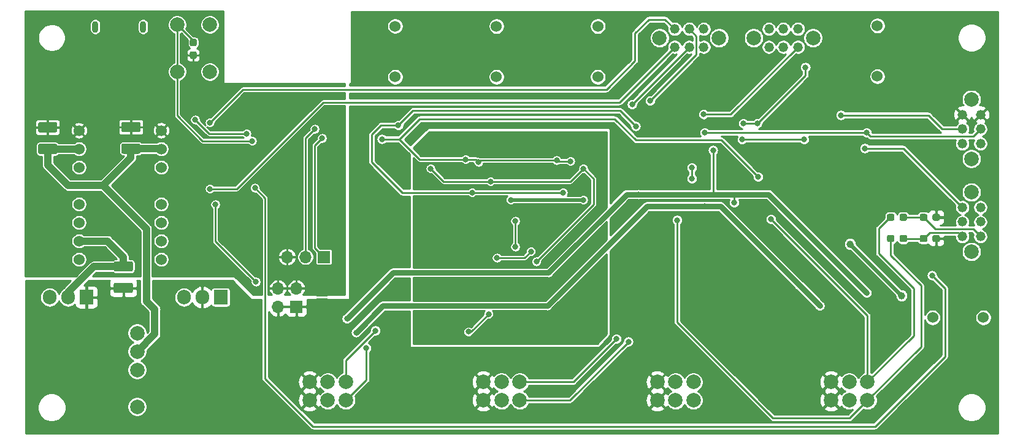
<source format=gbl>
G04 #@! TF.GenerationSoftware,KiCad,Pcbnew,(5.1.6)-1*
G04 #@! TF.CreationDate,2020-11-25T02:30:42+09:00*
G04 #@! TF.ProjectId,Mixer,4d697865-722e-46b6-9963-61645f706362,rev?*
G04 #@! TF.SameCoordinates,Original*
G04 #@! TF.FileFunction,Copper,L2,Bot*
G04 #@! TF.FilePolarity,Positive*
%FSLAX46Y46*%
G04 Gerber Fmt 4.6, Leading zero omitted, Abs format (unit mm)*
G04 Created by KiCad (PCBNEW (5.1.6)-1) date 2020-11-25 02:30:42*
%MOMM*%
%LPD*%
G01*
G04 APERTURE LIST*
G04 #@! TA.AperFunction,SMDPad,CuDef*
%ADD10C,0.100000*%
G04 #@! TD*
G04 #@! TA.AperFunction,ComponentPad*
%ADD11O,1.700000X1.700000*%
G04 #@! TD*
G04 #@! TA.AperFunction,ComponentPad*
%ADD12R,1.700000X1.700000*%
G04 #@! TD*
G04 #@! TA.AperFunction,ComponentPad*
%ADD13C,2.000000*%
G04 #@! TD*
G04 #@! TA.AperFunction,ComponentPad*
%ADD14C,2.006600*%
G04 #@! TD*
G04 #@! TA.AperFunction,ComponentPad*
%ADD15C,1.320800*%
G04 #@! TD*
G04 #@! TA.AperFunction,ComponentPad*
%ADD16C,1.524000*%
G04 #@! TD*
G04 #@! TA.AperFunction,ComponentPad*
%ADD17O,0.900000X1.600000*%
G04 #@! TD*
G04 #@! TA.AperFunction,ComponentPad*
%ADD18O,1.905000X2.000000*%
G04 #@! TD*
G04 #@! TA.AperFunction,ComponentPad*
%ADD19R,1.905000X2.000000*%
G04 #@! TD*
G04 #@! TA.AperFunction,ViaPad*
%ADD20C,0.800000*%
G04 #@! TD*
G04 #@! TA.AperFunction,ViaPad*
%ADD21C,1.000000*%
G04 #@! TD*
G04 #@! TA.AperFunction,Conductor*
%ADD22C,0.750000*%
G04 #@! TD*
G04 #@! TA.AperFunction,Conductor*
%ADD23C,0.254000*%
G04 #@! TD*
G04 #@! TA.AperFunction,Conductor*
%ADD24C,0.500000*%
G04 #@! TD*
G04 #@! TA.AperFunction,Conductor*
%ADD25C,1.000000*%
G04 #@! TD*
G04 #@! TA.AperFunction,Conductor*
%ADD26C,0.255000*%
G04 #@! TD*
G04 APERTURE END LIST*
G04 #@! TA.AperFunction,SMDPad,CuDef*
D10*
G36*
X130568602Y-99172000D02*
G01*
X130568602Y-99147466D01*
X130573412Y-99098635D01*
X130582984Y-99050510D01*
X130597228Y-99003555D01*
X130616005Y-98958222D01*
X130639136Y-98914949D01*
X130666396Y-98874150D01*
X130697524Y-98836221D01*
X130732221Y-98801524D01*
X130770150Y-98770396D01*
X130810949Y-98743136D01*
X130854222Y-98720005D01*
X130899555Y-98701228D01*
X130946510Y-98686984D01*
X130994635Y-98677412D01*
X131043466Y-98672602D01*
X131068000Y-98672602D01*
X131068000Y-98672000D01*
X131568000Y-98672000D01*
X131568000Y-98672602D01*
X131592534Y-98672602D01*
X131641365Y-98677412D01*
X131689490Y-98686984D01*
X131736445Y-98701228D01*
X131781778Y-98720005D01*
X131825051Y-98743136D01*
X131865850Y-98770396D01*
X131903779Y-98801524D01*
X131938476Y-98836221D01*
X131969604Y-98874150D01*
X131996864Y-98914949D01*
X132019995Y-98958222D01*
X132038772Y-99003555D01*
X132053016Y-99050510D01*
X132062588Y-99098635D01*
X132067398Y-99147466D01*
X132067398Y-99172000D01*
X132068000Y-99172000D01*
X132068000Y-99672000D01*
X130568000Y-99672000D01*
X130568000Y-99172000D01*
X130568602Y-99172000D01*
G37*
G04 #@! TD.AperFunction*
G04 #@! TA.AperFunction,SMDPad,CuDef*
G36*
X132068000Y-99972000D02*
G01*
X132068000Y-100472000D01*
X132067398Y-100472000D01*
X132067398Y-100496534D01*
X132062588Y-100545365D01*
X132053016Y-100593490D01*
X132038772Y-100640445D01*
X132019995Y-100685778D01*
X131996864Y-100729051D01*
X131969604Y-100769850D01*
X131938476Y-100807779D01*
X131903779Y-100842476D01*
X131865850Y-100873604D01*
X131825051Y-100900864D01*
X131781778Y-100923995D01*
X131736445Y-100942772D01*
X131689490Y-100957016D01*
X131641365Y-100966588D01*
X131592534Y-100971398D01*
X131568000Y-100971398D01*
X131568000Y-100972000D01*
X131068000Y-100972000D01*
X131068000Y-100971398D01*
X131043466Y-100971398D01*
X130994635Y-100966588D01*
X130946510Y-100957016D01*
X130899555Y-100942772D01*
X130854222Y-100923995D01*
X130810949Y-100900864D01*
X130770150Y-100873604D01*
X130732221Y-100842476D01*
X130697524Y-100807779D01*
X130666396Y-100769850D01*
X130639136Y-100729051D01*
X130616005Y-100685778D01*
X130597228Y-100640445D01*
X130582984Y-100593490D01*
X130573412Y-100545365D01*
X130568602Y-100496534D01*
X130568602Y-100472000D01*
X130568000Y-100472000D01*
X130568000Y-99972000D01*
X132068000Y-99972000D01*
G37*
G04 #@! TD.AperFunction*
D11*
X125222000Y-98552000D03*
X127762000Y-98552000D03*
X125222000Y-101092000D03*
D12*
X127762000Y-101092000D03*
D13*
X115824000Y-68700000D03*
X111324000Y-68700000D03*
X115824000Y-62200000D03*
X111324000Y-62200000D03*
D14*
X220962600Y-72506599D03*
X220962600Y-80706601D03*
D15*
X222207200Y-74600000D03*
X222207200Y-76606600D03*
X222207200Y-78613200D03*
X219718000Y-74600000D03*
X219718000Y-76606600D03*
X219718000Y-78613200D03*
D14*
X220962600Y-85306599D03*
X220962600Y-93506601D03*
D15*
X222207200Y-87400000D03*
X222207200Y-89406600D03*
X222207200Y-91413200D03*
X219718000Y-87400000D03*
X219718000Y-89406600D03*
X219718000Y-91413200D03*
G04 #@! TA.AperFunction,SMDPad,CuDef*
G36*
G01*
X215575000Y-91951500D02*
X215575000Y-91476500D01*
G75*
G02*
X215812500Y-91239000I237500J0D01*
G01*
X216387500Y-91239000D01*
G75*
G02*
X216625000Y-91476500I0J-237500D01*
G01*
X216625000Y-91951500D01*
G75*
G02*
X216387500Y-92189000I-237500J0D01*
G01*
X215812500Y-92189000D01*
G75*
G02*
X215575000Y-91951500I0J237500D01*
G01*
G37*
G04 #@! TD.AperFunction*
G04 #@! TA.AperFunction,SMDPad,CuDef*
G36*
G01*
X213825000Y-91951500D02*
X213825000Y-91476500D01*
G75*
G02*
X214062500Y-91239000I237500J0D01*
G01*
X214637500Y-91239000D01*
G75*
G02*
X214875000Y-91476500I0J-237500D01*
G01*
X214875000Y-91951500D01*
G75*
G02*
X214637500Y-92189000I-237500J0D01*
G01*
X214062500Y-92189000D01*
G75*
G02*
X213825000Y-91951500I0J237500D01*
G01*
G37*
G04 #@! TD.AperFunction*
G04 #@! TA.AperFunction,SMDPad,CuDef*
G36*
G01*
X215575000Y-89010500D02*
X215575000Y-88535500D01*
G75*
G02*
X215812500Y-88298000I237500J0D01*
G01*
X216387500Y-88298000D01*
G75*
G02*
X216625000Y-88535500I0J-237500D01*
G01*
X216625000Y-89010500D01*
G75*
G02*
X216387500Y-89248000I-237500J0D01*
G01*
X215812500Y-89248000D01*
G75*
G02*
X215575000Y-89010500I0J237500D01*
G01*
G37*
G04 #@! TD.AperFunction*
G04 #@! TA.AperFunction,SMDPad,CuDef*
G36*
G01*
X213825000Y-89010500D02*
X213825000Y-88535500D01*
G75*
G02*
X214062500Y-88298000I237500J0D01*
G01*
X214637500Y-88298000D01*
G75*
G02*
X214875000Y-88535500I0J-237500D01*
G01*
X214875000Y-89010500D01*
G75*
G02*
X214637500Y-89248000I-237500J0D01*
G01*
X214062500Y-89248000D01*
G75*
G02*
X213825000Y-89010500I0J237500D01*
G01*
G37*
G04 #@! TD.AperFunction*
G04 #@! TA.AperFunction,SMDPad,CuDef*
G36*
G01*
X210343000Y-91456500D02*
X210343000Y-91931500D01*
G75*
G02*
X210105500Y-92169000I-237500J0D01*
G01*
X209530500Y-92169000D01*
G75*
G02*
X209293000Y-91931500I0J237500D01*
G01*
X209293000Y-91456500D01*
G75*
G02*
X209530500Y-91219000I237500J0D01*
G01*
X210105500Y-91219000D01*
G75*
G02*
X210343000Y-91456500I0J-237500D01*
G01*
G37*
G04 #@! TD.AperFunction*
G04 #@! TA.AperFunction,SMDPad,CuDef*
G36*
G01*
X212093000Y-91456500D02*
X212093000Y-91931500D01*
G75*
G02*
X211855500Y-92169000I-237500J0D01*
G01*
X211280500Y-92169000D01*
G75*
G02*
X211043000Y-91931500I0J237500D01*
G01*
X211043000Y-91456500D01*
G75*
G02*
X211280500Y-91219000I237500J0D01*
G01*
X211855500Y-91219000D01*
G75*
G02*
X212093000Y-91456500I0J-237500D01*
G01*
G37*
G04 #@! TD.AperFunction*
G04 #@! TA.AperFunction,SMDPad,CuDef*
G36*
G01*
X210343000Y-88535500D02*
X210343000Y-89010500D01*
G75*
G02*
X210105500Y-89248000I-237500J0D01*
G01*
X209530500Y-89248000D01*
G75*
G02*
X209293000Y-89010500I0J237500D01*
G01*
X209293000Y-88535500D01*
G75*
G02*
X209530500Y-88298000I237500J0D01*
G01*
X210105500Y-88298000D01*
G75*
G02*
X210343000Y-88535500I0J-237500D01*
G01*
G37*
G04 #@! TD.AperFunction*
G04 #@! TA.AperFunction,SMDPad,CuDef*
G36*
G01*
X212093000Y-88535500D02*
X212093000Y-89010500D01*
G75*
G02*
X211855500Y-89248000I-237500J0D01*
G01*
X211280500Y-89248000D01*
G75*
G02*
X211043000Y-89010500I0J237500D01*
G01*
X211043000Y-88535500D01*
G75*
G02*
X211280500Y-88298000I237500J0D01*
G01*
X211855500Y-88298000D01*
G75*
G02*
X212093000Y-88535500I0J-237500D01*
G01*
G37*
G04 #@! TD.AperFunction*
D13*
X134600000Y-111500000D03*
X132100000Y-111500000D03*
X129600000Y-111500000D03*
X134600000Y-114000000D03*
X132100000Y-114000000D03*
X129600000Y-114000000D03*
D16*
X207977500Y-69340500D03*
X207977500Y-62340500D03*
X169400000Y-69404000D03*
X169400000Y-62404000D03*
D11*
X126492000Y-94234000D03*
X129032000Y-94234000D03*
D12*
X131572000Y-94234000D03*
D17*
X106600000Y-62484000D03*
X100000000Y-62484000D03*
G04 #@! TA.AperFunction,SMDPad,CuDef*
G36*
G01*
X104961000Y-96253000D02*
X102811000Y-96253000D01*
G75*
G02*
X102561000Y-96003000I0J250000D01*
G01*
X102561000Y-95078000D01*
G75*
G02*
X102811000Y-94828000I250000J0D01*
G01*
X104961000Y-94828000D01*
G75*
G02*
X105211000Y-95078000I0J-250000D01*
G01*
X105211000Y-96003000D01*
G75*
G02*
X104961000Y-96253000I-250000J0D01*
G01*
G37*
G04 #@! TD.AperFunction*
G04 #@! TA.AperFunction,SMDPad,CuDef*
G36*
G01*
X104961000Y-99228000D02*
X102811000Y-99228000D01*
G75*
G02*
X102561000Y-98978000I0J250000D01*
G01*
X102561000Y-98053000D01*
G75*
G02*
X102811000Y-97803000I250000J0D01*
G01*
X104961000Y-97803000D01*
G75*
G02*
X105211000Y-98053000I0J-250000D01*
G01*
X105211000Y-98978000D01*
G75*
G02*
X104961000Y-99228000I-250000J0D01*
G01*
G37*
G04 #@! TD.AperFunction*
G04 #@! TA.AperFunction,SMDPad,CuDef*
G36*
G01*
X105999000Y-77038000D02*
X103849000Y-77038000D01*
G75*
G02*
X103599000Y-76788000I0J250000D01*
G01*
X103599000Y-75863000D01*
G75*
G02*
X103849000Y-75613000I250000J0D01*
G01*
X105999000Y-75613000D01*
G75*
G02*
X106249000Y-75863000I0J-250000D01*
G01*
X106249000Y-76788000D01*
G75*
G02*
X105999000Y-77038000I-250000J0D01*
G01*
G37*
G04 #@! TD.AperFunction*
G04 #@! TA.AperFunction,SMDPad,CuDef*
G36*
G01*
X105999000Y-80013000D02*
X103849000Y-80013000D01*
G75*
G02*
X103599000Y-79763000I0J250000D01*
G01*
X103599000Y-78838000D01*
G75*
G02*
X103849000Y-78588000I250000J0D01*
G01*
X105999000Y-78588000D01*
G75*
G02*
X106249000Y-78838000I0J-250000D01*
G01*
X106249000Y-79763000D01*
G75*
G02*
X105999000Y-80013000I-250000J0D01*
G01*
G37*
G04 #@! TD.AperFunction*
G04 #@! TA.AperFunction,SMDPad,CuDef*
G36*
G01*
X94521000Y-77074500D02*
X92371000Y-77074500D01*
G75*
G02*
X92121000Y-76824500I0J250000D01*
G01*
X92121000Y-75899500D01*
G75*
G02*
X92371000Y-75649500I250000J0D01*
G01*
X94521000Y-75649500D01*
G75*
G02*
X94771000Y-75899500I0J-250000D01*
G01*
X94771000Y-76824500D01*
G75*
G02*
X94521000Y-77074500I-250000J0D01*
G01*
G37*
G04 #@! TD.AperFunction*
G04 #@! TA.AperFunction,SMDPad,CuDef*
G36*
G01*
X94521000Y-80049500D02*
X92371000Y-80049500D01*
G75*
G02*
X92121000Y-79799500I0J250000D01*
G01*
X92121000Y-78874500D01*
G75*
G02*
X92371000Y-78624500I250000J0D01*
G01*
X94521000Y-78624500D01*
G75*
G02*
X94771000Y-78874500I0J-250000D01*
G01*
X94771000Y-79799500D01*
G75*
G02*
X94521000Y-80049500I-250000J0D01*
G01*
G37*
G04 #@! TD.AperFunction*
D16*
X97764000Y-94577000D03*
X97764000Y-92037000D03*
X97764000Y-89497000D03*
X97764000Y-86957000D03*
X97764000Y-81877000D03*
X97764000Y-79337000D03*
X97764000Y-76797000D03*
X109115000Y-94577000D03*
X109115000Y-92037000D03*
X109115000Y-89497000D03*
X109115000Y-86957000D03*
X109115000Y-81877000D03*
X109115000Y-79337000D03*
X109115000Y-76797000D03*
D13*
X158600000Y-111500000D03*
X156100000Y-111500000D03*
X153600000Y-111500000D03*
X158600000Y-114000000D03*
X156100000Y-114000000D03*
X153600000Y-114000000D03*
D16*
X141400000Y-69400000D03*
X141400000Y-62400000D03*
D14*
X190906599Y-64037400D03*
X199106601Y-64037400D03*
D15*
X193000000Y-62792800D03*
X195006600Y-62792800D03*
X197013200Y-62792800D03*
X193000000Y-65282000D03*
X195006600Y-65282000D03*
X197013200Y-65282000D03*
D14*
X177906599Y-64037400D03*
X186106601Y-64037400D03*
D15*
X180000000Y-62792800D03*
X182006600Y-62792800D03*
X184013200Y-62792800D03*
X180000000Y-65282000D03*
X182006600Y-65282000D03*
X184013200Y-65282000D03*
G04 #@! TA.AperFunction,SMDPad,CuDef*
G36*
G01*
X113775500Y-65182000D02*
X113300500Y-65182000D01*
G75*
G02*
X113063000Y-64944500I0J237500D01*
G01*
X113063000Y-64369500D01*
G75*
G02*
X113300500Y-64132000I237500J0D01*
G01*
X113775500Y-64132000D01*
G75*
G02*
X114013000Y-64369500I0J-237500D01*
G01*
X114013000Y-64944500D01*
G75*
G02*
X113775500Y-65182000I-237500J0D01*
G01*
G37*
G04 #@! TD.AperFunction*
G04 #@! TA.AperFunction,SMDPad,CuDef*
G36*
G01*
X113775500Y-66932000D02*
X113300500Y-66932000D01*
G75*
G02*
X113063000Y-66694500I0J237500D01*
G01*
X113063000Y-66119500D01*
G75*
G02*
X113300500Y-65882000I237500J0D01*
G01*
X113775500Y-65882000D01*
G75*
G02*
X114013000Y-66119500I0J-237500D01*
G01*
X114013000Y-66694500D01*
G75*
G02*
X113775500Y-66932000I-237500J0D01*
G01*
G37*
G04 #@! TD.AperFunction*
D13*
X182600000Y-111500000D03*
X180100000Y-111500000D03*
X177600000Y-111500000D03*
X182600000Y-114000000D03*
X180100000Y-114000000D03*
X177600000Y-114000000D03*
X206600000Y-111500000D03*
X204100000Y-111500000D03*
X201600000Y-111500000D03*
X206600000Y-114000000D03*
X204100000Y-114000000D03*
X201600000Y-114000000D03*
X105800000Y-104740000D03*
X105800000Y-107280000D03*
X105800000Y-109820000D03*
X105800000Y-114900000D03*
D16*
X155399500Y-69404000D03*
X155399500Y-62404000D03*
X215600000Y-102600000D03*
X222600000Y-102600000D03*
D18*
X93720000Y-99800000D03*
X96260000Y-99800000D03*
D19*
X98800000Y-99800000D03*
D18*
X112242000Y-99800000D03*
X114782000Y-99800000D03*
D19*
X117322000Y-99800000D03*
D20*
X176657000Y-66167000D03*
X98806000Y-101727000D03*
X104267000Y-100330000D03*
X101473000Y-98425000D03*
X114808000Y-97917000D03*
X114808000Y-101854000D03*
X116840000Y-105918000D03*
X109982000Y-114808000D03*
X120777000Y-100711000D03*
X129921000Y-100711000D03*
X134747000Y-100711000D03*
X122428000Y-108585000D03*
X124460000Y-108585000D03*
X137541000Y-63500000D03*
X151511000Y-63500000D03*
X165608000Y-63500000D03*
X204216000Y-63373000D03*
X141605000Y-83312000D03*
X140335000Y-84709000D03*
X141605000Y-82296000D03*
X122174000Y-101981000D03*
X136398000Y-84709000D03*
X139573000Y-94996000D03*
X136525000Y-94996000D03*
X141605000Y-98679000D03*
X141478000Y-102489000D03*
X144399000Y-112903000D03*
X161544000Y-112776000D03*
X168656000Y-112776000D03*
X172720000Y-88519000D03*
X172720000Y-84201000D03*
X172720000Y-92583000D03*
X175641000Y-105918000D03*
X179070000Y-94615000D03*
X181610000Y-94615000D03*
X181610000Y-90932000D03*
X183896000Y-83693000D03*
X185166000Y-89154000D03*
X181610000Y-100965000D03*
X175006000Y-91440000D03*
X175006000Y-83693000D03*
X182880000Y-89281000D03*
X180975000Y-83566000D03*
X178181000Y-81280000D03*
X176784000Y-75946000D03*
X181102000Y-76962000D03*
X184150000Y-79121000D03*
X186563000Y-83566000D03*
X185039000Y-76073000D03*
X193421000Y-81026000D03*
X189484000Y-83693000D03*
X197104000Y-87503000D03*
X184150000Y-100965000D03*
X179070000Y-100965000D03*
X189103000Y-110236000D03*
X187452000Y-112141000D03*
X185420000Y-106807000D03*
X183896000Y-108585000D03*
X192024000Y-107188000D03*
X194564000Y-107188000D03*
X197104000Y-107188000D03*
X189103000Y-107188000D03*
X199771000Y-107188000D03*
X202438000Y-105537000D03*
X208661000Y-104013000D03*
X200279000Y-104013000D03*
X205613000Y-105537000D03*
X192024000Y-97028000D03*
X195326000Y-94488000D03*
X193929000Y-91186000D03*
X195453000Y-89789000D03*
X199898000Y-90678000D03*
X204343000Y-94742000D03*
X200406000Y-98171000D03*
X221488000Y-98806000D03*
X222758000Y-96520000D03*
X215646000Y-100838000D03*
X218440000Y-100838000D03*
X210566000Y-97409000D03*
X208661000Y-99187000D03*
X212598000Y-110109000D03*
X216027000Y-93218000D03*
X218059000Y-87503000D03*
X216154000Y-87249000D03*
X223520000Y-88392000D03*
X223520000Y-90551000D03*
X218059000Y-84201000D03*
X208407000Y-88646000D03*
X215265000Y-97917000D03*
X210693000Y-93091000D03*
X200787000Y-95123000D03*
X199517000Y-93853000D03*
X203835000Y-83820000D03*
X214249000Y-85598000D03*
X212725000Y-83693000D03*
X205359000Y-85598000D03*
X220980000Y-88392000D03*
X215138000Y-81280000D03*
X215519000Y-76708000D03*
X205359000Y-75946000D03*
X208534000Y-80137000D03*
X200914000Y-78105000D03*
X193548000Y-75692000D03*
X193802000Y-66802000D03*
X196977000Y-66929000D03*
X196977000Y-72009000D03*
X181102000Y-73406000D03*
X193548000Y-69977000D03*
X180975000Y-64008000D03*
X136271000Y-74295000D03*
X135509000Y-72009000D03*
X141351000Y-72009000D03*
X149352000Y-72009000D03*
X155321000Y-67310000D03*
X141351000Y-67437000D03*
X162433000Y-72009000D03*
X162433000Y-70104000D03*
X171831000Y-67056000D03*
X207772000Y-67564000D03*
X203200000Y-72517000D03*
X205232000Y-72517000D03*
X193675000Y-114427000D03*
X191516000Y-116332000D03*
X209550000Y-113538000D03*
X207518000Y-109347000D03*
X218440000Y-107188000D03*
X188341000Y-68326000D03*
X128778000Y-117983000D03*
X208915000Y-117983000D03*
X142621000Y-80264000D03*
X138557000Y-106045000D03*
X172720000Y-77724000D03*
X162433000Y-76073000D03*
X149352000Y-76073000D03*
X91000000Y-98000000D03*
X91000000Y-109000000D03*
X100000000Y-118000000D03*
X111000000Y-118000000D03*
X122000000Y-118000000D03*
X214000000Y-118000000D03*
X224000000Y-109000000D03*
X224000000Y-95000000D03*
X224000000Y-82000000D03*
X224000000Y-70000000D03*
X215000000Y-61000000D03*
X201000000Y-61000000D03*
X188000000Y-61000000D03*
X168000000Y-61000000D03*
X154000000Y-61000000D03*
X140000000Y-61000000D03*
X136000000Y-67000000D03*
X136000000Y-79000000D03*
X109982000Y-104140000D03*
X189230000Y-100330000D03*
X210820000Y-105410000D03*
X208788000Y-107950000D03*
X205600300Y-108394500D03*
X208686400Y-105079800D03*
X206730600Y-89903300D03*
X204076300Y-89750900D03*
X205333600Y-78105000D03*
X218084400Y-78714600D03*
X204711300Y-99123500D03*
X189433200Y-94894400D03*
X188150500Y-92684600D03*
X110020100Y-110540800D03*
X196951600Y-81419700D03*
X190754000Y-88633300D03*
X191770000Y-94526100D03*
X176326800Y-94805500D03*
X134747000Y-102743000D03*
X162560000Y-96393000D03*
X206502000Y-99187000D03*
X167386000Y-86360000D03*
X157353000Y-86360000D03*
X155448000Y-94361000D03*
X160147000Y-93472000D03*
X185293000Y-79502000D03*
X188214000Y-86741000D03*
X175006000Y-85598000D03*
X162433000Y-100965000D03*
X200025000Y-100965000D03*
X154559000Y-83820000D03*
X197231000Y-98171000D03*
X184150000Y-87249000D03*
X182372000Y-83439000D03*
X182372000Y-81915000D03*
X167386000Y-82042000D03*
X136017000Y-104648000D03*
X160909000Y-94869000D03*
X146304000Y-82042000D03*
X115824000Y-75692000D03*
X115824000Y-84836000D03*
X138684000Y-104394000D03*
X137414000Y-106807000D03*
X180340000Y-89154000D03*
X174625000Y-76200000D03*
X141845000Y-76059000D03*
X164592000Y-85344000D03*
X152019000Y-85344000D03*
X193294000Y-89027000D03*
X151130000Y-80772000D03*
X165608000Y-81026000D03*
X163703002Y-80899002D03*
X191516000Y-83185000D03*
X139573000Y-77978000D03*
X152908000Y-81153000D03*
X130302000Y-76581000D03*
X131318000Y-77851000D03*
X113792000Y-75311000D03*
X120904002Y-77216000D03*
X121666000Y-78232000D03*
X206502000Y-77089000D03*
X184150001Y-77089001D03*
X206248000Y-79248000D03*
X189293500Y-78041500D03*
X197866000Y-78041500D03*
X202946000Y-74676000D03*
X184003990Y-74573188D03*
X189484000Y-75819000D03*
X191389000Y-75819000D03*
X198056498Y-68072000D03*
D21*
X211328000Y-99568000D03*
X204216000Y-92456001D03*
D20*
X174116996Y-73202800D03*
X171958000Y-105537000D03*
X173609000Y-105917998D03*
X176593500Y-72707500D03*
X101981000Y-66611500D03*
X101028500Y-66611500D03*
X106553000Y-70612000D03*
X95631000Y-76327000D03*
X107188000Y-76327000D03*
X118618000Y-96139000D03*
X118745000Y-90170000D03*
X120523000Y-74168000D03*
X116840000Y-70358000D03*
X113538000Y-67691000D03*
X113919000Y-80264000D03*
X127254000Y-80264000D03*
X131191000Y-82931000D03*
X131191000Y-86106000D03*
X124714000Y-84328000D03*
X131064000Y-72009000D03*
X132461000Y-88900000D03*
X124333000Y-90805000D03*
X127762000Y-96266000D03*
X133350000Y-97536000D03*
X131318000Y-97536000D03*
X122936000Y-72136000D03*
X122428000Y-80518000D03*
X93472000Y-74803000D03*
X104902000Y-74803000D03*
X91000000Y-71000000D03*
X91000000Y-96000000D03*
X109000000Y-61000000D03*
X98000000Y-61000000D03*
X101346000Y-81534000D03*
X101346000Y-87122000D03*
X101346000Y-93980000D03*
X94996000Y-88138000D03*
X109220000Y-84582000D03*
X110998000Y-95758000D03*
X133819900Y-91325700D03*
X105791000Y-94005400D03*
X104317800Y-84505800D03*
X101307900Y-76276200D03*
X124460000Y-95250000D03*
X121666000Y-93599000D03*
X122174000Y-97663000D03*
X116586000Y-86995000D03*
X122047000Y-84709000D03*
X215519000Y-96774000D03*
X154304996Y-102108000D03*
X151510998Y-104555990D03*
X157988000Y-92837000D03*
X157988000Y-89281000D03*
X145923000Y-83312000D03*
X168402000Y-98679000D03*
X154432000Y-92202000D03*
X164465000Y-89789000D03*
X170053000Y-100965000D03*
X170053000Y-96393000D03*
X164465000Y-92456000D03*
X167513000Y-92964000D03*
X149987000Y-97790000D03*
X157988000Y-97917000D03*
X146685000Y-94869000D03*
X151765000Y-92202000D03*
X145796000Y-87757000D03*
X149733000Y-84582000D03*
X162687000Y-84582000D03*
X167259000Y-79756000D03*
X164465000Y-77978000D03*
X151765000Y-77978000D03*
X154432000Y-77978000D03*
X147574000Y-81915000D03*
X160147000Y-82169000D03*
X145923000Y-84328000D03*
X154432000Y-89281000D03*
X144526000Y-105537000D03*
X159131000Y-104267000D03*
X149987000Y-95250000D03*
X168656000Y-105156000D03*
X144780000Y-79121000D03*
X161442400Y-99822000D03*
X158953200Y-95237300D03*
X161404300Y-102222300D03*
X167309800Y-84848700D03*
X167474900Y-89522300D03*
D22*
X134747000Y-102743000D02*
X141097000Y-96393000D01*
X141097000Y-96393000D02*
X162560000Y-96393000D01*
D23*
X155448000Y-94361000D02*
X159258000Y-94361000D01*
X159258000Y-94361000D02*
X160147000Y-93472000D01*
D22*
X192913000Y-85598000D02*
X206502000Y-99187000D01*
X162560000Y-96393000D02*
X173355000Y-85598000D01*
D23*
X185293000Y-79502000D02*
X185293000Y-85598000D01*
X188214000Y-85725000D02*
X188087000Y-85598000D01*
X188214000Y-86741000D02*
X188214000Y-85725000D01*
D22*
X185293000Y-85598000D02*
X188087000Y-85598000D01*
X188087000Y-85598000D02*
X192913000Y-85598000D01*
X173355000Y-85598000D02*
X175006000Y-85598000D01*
X175006000Y-85598000D02*
X185293000Y-85598000D01*
D24*
X167386000Y-86360000D02*
X157353000Y-86360000D01*
D22*
X162433000Y-100965000D02*
X176149000Y-87249000D01*
X197231000Y-98171000D02*
X200025000Y-100965000D01*
X186309000Y-87249000D02*
X197231000Y-98171000D01*
X176149000Y-87249000D02*
X184150000Y-87249000D01*
X184150000Y-87249000D02*
X186309000Y-87249000D01*
D23*
X182372000Y-83439000D02*
X182372000Y-81915000D01*
X165608000Y-83820000D02*
X167386000Y-82042000D01*
X154559000Y-83820000D02*
X165608000Y-83820000D01*
D22*
X162433000Y-100965000D02*
X139700000Y-100965000D01*
X139700000Y-100965000D02*
X136017000Y-104648000D01*
D23*
X167386000Y-82042000D02*
X168783000Y-83439000D01*
X168783000Y-83439000D02*
X168783000Y-86995000D01*
X168783000Y-86995000D02*
X160909000Y-94869000D01*
X148082000Y-83820000D02*
X146304000Y-82042000D01*
X154559000Y-83820000D02*
X148082000Y-83820000D01*
D25*
X93446000Y-79337000D02*
X97764000Y-79337000D01*
X109078500Y-79300500D02*
X109115000Y-79337000D01*
X104924000Y-79300500D02*
X109078500Y-79300500D01*
X104887500Y-79337000D02*
X104924000Y-79300500D01*
X93446000Y-81571500D02*
X96266000Y-84391500D01*
X93446000Y-79337000D02*
X93446000Y-81571500D01*
X96266000Y-84391500D02*
X101092000Y-84391500D01*
X104924000Y-80559500D02*
X101092000Y-84391500D01*
X104924000Y-79300500D02*
X104924000Y-80559500D01*
X107061000Y-100330000D02*
X108204000Y-101473000D01*
X108204000Y-104876000D02*
X105800000Y-107280000D01*
X108204000Y-101473000D02*
X108204000Y-104876000D01*
X101092000Y-84391500D02*
X107061000Y-90360500D01*
X107061000Y-90360500D02*
X107061000Y-100330000D01*
D23*
X178675200Y-61468000D02*
X180000000Y-62792800D01*
X176403000Y-61468000D02*
X178675200Y-61468000D01*
X120396000Y-71120000D02*
X170561000Y-71120000D01*
X115824000Y-75692000D02*
X120396000Y-71120000D01*
X170561000Y-71120000D02*
X174498000Y-67183000D01*
X174498000Y-67183000D02*
X174498000Y-63373000D01*
X174498000Y-63373000D02*
X176403000Y-61468000D01*
X131445000Y-72898000D02*
X172384000Y-72898000D01*
X172384000Y-72898000D02*
X180000000Y-65282000D01*
X115824000Y-84836000D02*
X119507000Y-84836000D01*
X119507000Y-84836000D02*
X131445000Y-72898000D01*
X134600000Y-111500000D02*
X134600000Y-108478000D01*
X134600000Y-108478000D02*
X138684000Y-104394000D01*
X137414000Y-111186000D02*
X137414000Y-106807000D01*
X134600000Y-114000000D02*
X137414000Y-111186000D01*
X138176000Y-77343000D02*
X138176000Y-81153000D01*
X164592000Y-85344000D02*
X152019000Y-85344000D01*
X138176000Y-81153000D02*
X142367000Y-85344000D01*
X139460000Y-76059000D02*
X138176000Y-77343000D01*
X141845000Y-76059000D02*
X139460000Y-76059000D01*
X142367000Y-85344000D02*
X152019000Y-85344000D01*
X193548000Y-116459000D02*
X180340000Y-103251000D01*
X206600000Y-114000000D02*
X204141000Y-116459000D01*
X180340000Y-103251000D02*
X180340000Y-89154000D01*
X204141000Y-116459000D02*
X193548000Y-116459000D01*
X209818000Y-93994000D02*
X209818000Y-91694000D01*
X213995000Y-98171000D02*
X209818000Y-93994000D01*
X206600000Y-114000000D02*
X213995000Y-106605000D01*
X213995000Y-106605000D02*
X213995000Y-98171000D01*
X143863000Y-74041000D02*
X141845000Y-76059000D01*
X174625000Y-76200000D02*
X172466000Y-74041000D01*
X172466000Y-74041000D02*
X143863000Y-74041000D01*
X206600000Y-102333000D02*
X206600000Y-111500000D01*
X193294000Y-89027000D02*
X206600000Y-102333000D01*
X163830000Y-81026000D02*
X163703002Y-80899002D01*
X165608000Y-81026000D02*
X163830000Y-81026000D01*
X139573000Y-77978000D02*
X141986000Y-77978000D01*
X144780000Y-80772000D02*
X141986000Y-77978000D01*
X151130000Y-80772000D02*
X144780000Y-80772000D01*
X163703002Y-80899002D02*
X153161998Y-80899002D01*
X152527000Y-80772000D02*
X152908000Y-81153000D01*
X153161998Y-80899002D02*
X152908000Y-81153000D01*
X151130000Y-80772000D02*
X152527000Y-80772000D01*
X209677000Y-88773000D02*
X208153000Y-90297000D01*
X212979000Y-105121000D02*
X206600000Y-111500000D01*
X209818000Y-88773000D02*
X209677000Y-88773000D01*
X208153000Y-90297000D02*
X208153000Y-93726000D01*
X212979000Y-98552000D02*
X212979000Y-105121000D01*
X208153000Y-93726000D02*
X212979000Y-98552000D01*
X186436000Y-78105000D02*
X191516000Y-83185000D01*
X174625000Y-78105000D02*
X186436000Y-78105000D01*
X171704000Y-75184000D02*
X174625000Y-78105000D01*
X141986000Y-77978000D02*
X144780000Y-75184000D01*
X144780000Y-75184000D02*
X171704000Y-75184000D01*
X129032000Y-77851000D02*
X130302000Y-76581000D01*
X129032000Y-94234000D02*
X129032000Y-77851000D01*
X130302000Y-78867000D02*
X131318000Y-77851000D01*
X131572000Y-94234000D02*
X130302000Y-92964000D01*
X130302000Y-92964000D02*
X130302000Y-78867000D01*
X115697000Y-77216000D02*
X120904002Y-77216000D01*
X113792000Y-75311000D02*
X115697000Y-77216000D01*
X114808000Y-78232000D02*
X121666000Y-78232000D01*
X111324000Y-74748000D02*
X114808000Y-78232000D01*
X111324000Y-68700000D02*
X111324000Y-74748000D01*
X111324000Y-68700000D02*
X111324000Y-62200000D01*
X113538000Y-64414000D02*
X111324000Y-62200000D01*
X113538000Y-64657000D02*
X113538000Y-64414000D01*
X221219799Y-77594001D02*
X207007001Y-77594001D01*
X207007001Y-77594001D02*
X206502000Y-77089000D01*
X222207200Y-76606600D02*
X221219799Y-77594001D01*
X205936314Y-77089001D02*
X184150001Y-77089001D01*
X206502000Y-77089000D02*
X205936314Y-77089001D01*
X211566000Y-79248000D02*
X206248000Y-79248000D01*
X219718000Y-87400000D02*
X211566000Y-79248000D01*
X189293500Y-78041500D02*
X196850000Y-78041500D01*
X196850000Y-78041500D02*
X197866000Y-78041500D01*
X216941600Y-76606600D02*
X215011000Y-74676000D01*
X219718000Y-76606600D02*
X216941600Y-76606600D01*
X215011000Y-74676000D02*
X202946000Y-74676000D01*
X197013200Y-65282000D02*
X187722012Y-74573188D01*
X187722012Y-74573188D02*
X184003990Y-74573188D01*
X189484000Y-75819000D02*
X191389000Y-75819000D01*
X198056498Y-69215002D02*
X198056498Y-68072000D01*
X191389000Y-75819000D02*
X191452500Y-75819000D01*
X191452500Y-75819000D02*
X198056498Y-69215002D01*
D24*
X211328000Y-99568000D02*
X204216000Y-92456000D01*
X204216000Y-92456000D02*
X204216000Y-92456001D01*
D23*
X182006600Y-65282000D02*
X174116996Y-73171604D01*
X174116996Y-73171604D02*
X174116996Y-73202800D01*
X165995000Y-111500000D02*
X171958000Y-105537000D01*
X158600000Y-111500000D02*
X165995000Y-111500000D01*
X165526998Y-114000000D02*
X173609000Y-105917998D01*
X158600000Y-114000000D02*
X165526998Y-114000000D01*
X182994001Y-66306999D02*
X176593500Y-72707500D01*
X182006600Y-62792800D02*
X182994001Y-63780201D01*
X182994001Y-63780201D02*
X182994001Y-66306999D01*
X116586000Y-92075000D02*
X116586000Y-86995000D01*
X122174000Y-97663000D02*
X116586000Y-92075000D01*
X207645000Y-117602000D02*
X217297000Y-107950000D01*
X123444000Y-86106000D02*
X123444000Y-110998000D01*
X123444000Y-110998000D02*
X130048000Y-117602000D01*
X130048000Y-117602000D02*
X207645000Y-117602000D01*
X217297000Y-107950000D02*
X217297000Y-98552000D01*
X122047000Y-84709000D02*
X123444000Y-86106000D01*
X217297000Y-98552000D02*
X215519000Y-96774000D01*
X154304996Y-102108000D02*
X151857006Y-104555990D01*
X151857006Y-104555990D02*
X151510998Y-104555990D01*
X157988000Y-92837000D02*
X157988000Y-89281000D01*
X211568000Y-88773000D02*
X214350000Y-88773000D01*
X215971001Y-90394001D02*
X214350000Y-88773000D01*
X221188001Y-90394001D02*
X215971001Y-90394001D01*
X222207200Y-91413200D02*
X221188001Y-90394001D01*
X211588000Y-91714000D02*
X211568000Y-91694000D01*
X214350000Y-91714000D02*
X211588000Y-91714000D01*
X215215988Y-90848012D02*
X214350000Y-91714000D01*
X219718000Y-91413200D02*
X219152812Y-90848012D01*
X219152812Y-90848012D02*
X215215988Y-90848012D01*
D25*
X97764000Y-92037000D02*
X101689000Y-92037000D01*
X103886000Y-94234000D02*
X103886000Y-95540500D01*
X101689000Y-92037000D02*
X103886000Y-94234000D01*
X96260000Y-99127498D02*
X96260000Y-99800000D01*
X99846998Y-95540500D02*
X96260000Y-99127498D01*
X103886000Y-95540500D02*
X99846998Y-95540500D01*
D23*
G36*
X117648000Y-69982708D02*
G01*
X117646297Y-70000000D01*
X117653093Y-70069004D01*
X117673221Y-70135356D01*
X117705907Y-70196507D01*
X117749894Y-70250106D01*
X117803493Y-70294093D01*
X117864644Y-70326779D01*
X117930996Y-70346907D01*
X118000000Y-70353703D01*
X118017291Y-70352000D01*
X134473000Y-70352000D01*
X134473000Y-70666000D01*
X120418287Y-70666000D01*
X120395999Y-70663805D01*
X120373711Y-70666000D01*
X120373705Y-70666000D01*
X120316301Y-70671654D01*
X120307000Y-70672570D01*
X120221421Y-70698530D01*
X120142551Y-70740687D01*
X120073421Y-70797421D01*
X120059210Y-70814737D01*
X115906734Y-74967214D01*
X115895603Y-74965000D01*
X115752397Y-74965000D01*
X115611942Y-74992938D01*
X115479636Y-75047741D01*
X115360564Y-75127302D01*
X115259302Y-75228564D01*
X115179741Y-75347636D01*
X115124938Y-75479942D01*
X115097000Y-75620397D01*
X115097000Y-75763603D01*
X115124938Y-75904058D01*
X115179741Y-76036364D01*
X115220667Y-76097615D01*
X114516786Y-75393734D01*
X114519000Y-75382603D01*
X114519000Y-75239397D01*
X114491062Y-75098942D01*
X114436259Y-74966636D01*
X114356698Y-74847564D01*
X114255436Y-74746302D01*
X114136364Y-74666741D01*
X114004058Y-74611938D01*
X113863603Y-74584000D01*
X113720397Y-74584000D01*
X113579942Y-74611938D01*
X113447636Y-74666741D01*
X113328564Y-74746302D01*
X113227302Y-74847564D01*
X113147741Y-74966636D01*
X113092938Y-75098942D01*
X113065000Y-75239397D01*
X113065000Y-75382603D01*
X113092938Y-75523058D01*
X113147741Y-75655364D01*
X113227302Y-75774436D01*
X113328564Y-75875698D01*
X113447636Y-75955259D01*
X113579942Y-76010062D01*
X113720397Y-76038000D01*
X113863603Y-76038000D01*
X113874734Y-76035786D01*
X115360210Y-77521263D01*
X115374421Y-77538579D01*
X115443551Y-77595313D01*
X115522421Y-77637470D01*
X115608000Y-77663430D01*
X115616421Y-77664259D01*
X115674705Y-77670000D01*
X115674712Y-77670000D01*
X115697000Y-77672195D01*
X115719288Y-77670000D01*
X120332999Y-77670000D01*
X120339304Y-77679436D01*
X120437868Y-77778000D01*
X114996053Y-77778000D01*
X111778000Y-74559948D01*
X111778000Y-69948281D01*
X111952570Y-69875972D01*
X112169913Y-69730748D01*
X112354748Y-69545913D01*
X112499972Y-69328570D01*
X112600004Y-69087072D01*
X112651000Y-68830698D01*
X112651000Y-68569302D01*
X114497000Y-68569302D01*
X114497000Y-68830698D01*
X114547996Y-69087072D01*
X114648028Y-69328570D01*
X114793252Y-69545913D01*
X114978087Y-69730748D01*
X115195430Y-69875972D01*
X115436928Y-69976004D01*
X115693302Y-70027000D01*
X115954698Y-70027000D01*
X116211072Y-69976004D01*
X116452570Y-69875972D01*
X116669913Y-69730748D01*
X116854748Y-69545913D01*
X116999972Y-69328570D01*
X117100004Y-69087072D01*
X117151000Y-68830698D01*
X117151000Y-68569302D01*
X117100004Y-68312928D01*
X116999972Y-68071430D01*
X116854748Y-67854087D01*
X116669913Y-67669252D01*
X116452570Y-67524028D01*
X116211072Y-67423996D01*
X115954698Y-67373000D01*
X115693302Y-67373000D01*
X115436928Y-67423996D01*
X115195430Y-67524028D01*
X114978087Y-67669252D01*
X114793252Y-67854087D01*
X114648028Y-68071430D01*
X114547996Y-68312928D01*
X114497000Y-68569302D01*
X112651000Y-68569302D01*
X112600004Y-68312928D01*
X112499972Y-68071430D01*
X112354748Y-67854087D01*
X112169913Y-67669252D01*
X111952570Y-67524028D01*
X111778000Y-67451719D01*
X111778000Y-66932000D01*
X112633934Y-66932000D01*
X112642178Y-67015707D01*
X112666595Y-67096196D01*
X112706245Y-67170376D01*
X112759605Y-67235395D01*
X112824624Y-67288755D01*
X112898804Y-67328405D01*
X112979293Y-67352822D01*
X113063000Y-67361066D01*
X113408250Y-67359000D01*
X113515000Y-67252250D01*
X113515000Y-66430000D01*
X113561000Y-66430000D01*
X113561000Y-67252250D01*
X113667750Y-67359000D01*
X114013000Y-67361066D01*
X114096707Y-67352822D01*
X114177196Y-67328405D01*
X114251376Y-67288755D01*
X114316395Y-67235395D01*
X114369755Y-67170376D01*
X114409405Y-67096196D01*
X114433822Y-67015707D01*
X114442066Y-66932000D01*
X114440000Y-66536750D01*
X114333250Y-66430000D01*
X113561000Y-66430000D01*
X113515000Y-66430000D01*
X112742750Y-66430000D01*
X112636000Y-66536750D01*
X112633934Y-66932000D01*
X111778000Y-66932000D01*
X111778000Y-63448281D01*
X111885642Y-63403695D01*
X112744911Y-64262964D01*
X112734418Y-64369500D01*
X112734418Y-64944500D01*
X112745295Y-65054937D01*
X112777508Y-65161130D01*
X112829820Y-65258998D01*
X112900220Y-65344780D01*
X112986002Y-65415180D01*
X113057625Y-65453463D01*
X112979293Y-65461178D01*
X112898804Y-65485595D01*
X112824624Y-65525245D01*
X112759605Y-65578605D01*
X112706245Y-65643624D01*
X112666595Y-65717804D01*
X112642178Y-65798293D01*
X112633934Y-65882000D01*
X112636000Y-66277250D01*
X112742750Y-66384000D01*
X113515000Y-66384000D01*
X113515000Y-66364000D01*
X113561000Y-66364000D01*
X113561000Y-66384000D01*
X114333250Y-66384000D01*
X114440000Y-66277250D01*
X114442066Y-65882000D01*
X114433822Y-65798293D01*
X114409405Y-65717804D01*
X114369755Y-65643624D01*
X114316395Y-65578605D01*
X114251376Y-65525245D01*
X114177196Y-65485595D01*
X114096707Y-65461178D01*
X114018375Y-65453463D01*
X114089998Y-65415180D01*
X114175780Y-65344780D01*
X114246180Y-65258998D01*
X114298492Y-65161130D01*
X114330705Y-65054937D01*
X114341582Y-64944500D01*
X114341582Y-64369500D01*
X114330705Y-64259063D01*
X114298492Y-64152870D01*
X114246180Y-64055002D01*
X114175780Y-63969220D01*
X114089998Y-63898820D01*
X113992130Y-63846508D01*
X113885937Y-63814295D01*
X113775500Y-63803418D01*
X113569471Y-63803418D01*
X112527695Y-62761642D01*
X112600004Y-62587072D01*
X112651000Y-62330698D01*
X112651000Y-62069302D01*
X114497000Y-62069302D01*
X114497000Y-62330698D01*
X114547996Y-62587072D01*
X114648028Y-62828570D01*
X114793252Y-63045913D01*
X114978087Y-63230748D01*
X115195430Y-63375972D01*
X115436928Y-63476004D01*
X115693302Y-63527000D01*
X115954698Y-63527000D01*
X116211072Y-63476004D01*
X116452570Y-63375972D01*
X116669913Y-63230748D01*
X116854748Y-63045913D01*
X116999972Y-62828570D01*
X117100004Y-62587072D01*
X117151000Y-62330698D01*
X117151000Y-62069302D01*
X117100004Y-61812928D01*
X116999972Y-61571430D01*
X116854748Y-61354087D01*
X116669913Y-61169252D01*
X116452570Y-61024028D01*
X116211072Y-60923996D01*
X115954698Y-60873000D01*
X115693302Y-60873000D01*
X115436928Y-60923996D01*
X115195430Y-61024028D01*
X114978087Y-61169252D01*
X114793252Y-61354087D01*
X114648028Y-61571430D01*
X114547996Y-61812928D01*
X114497000Y-62069302D01*
X112651000Y-62069302D01*
X112600004Y-61812928D01*
X112499972Y-61571430D01*
X112354748Y-61354087D01*
X112169913Y-61169252D01*
X111952570Y-61024028D01*
X111711072Y-60923996D01*
X111454698Y-60873000D01*
X111193302Y-60873000D01*
X110936928Y-60923996D01*
X110695430Y-61024028D01*
X110478087Y-61169252D01*
X110293252Y-61354087D01*
X110148028Y-61571430D01*
X110047996Y-61812928D01*
X109997000Y-62069302D01*
X109997000Y-62330698D01*
X110047996Y-62587072D01*
X110148028Y-62828570D01*
X110293252Y-63045913D01*
X110478087Y-63230748D01*
X110695430Y-63375972D01*
X110870001Y-63448282D01*
X110870000Y-67451718D01*
X110695430Y-67524028D01*
X110478087Y-67669252D01*
X110293252Y-67854087D01*
X110148028Y-68071430D01*
X110047996Y-68312928D01*
X109997000Y-68569302D01*
X109997000Y-68830698D01*
X110047996Y-69087072D01*
X110148028Y-69328570D01*
X110293252Y-69545913D01*
X110478087Y-69730748D01*
X110695430Y-69875972D01*
X110870000Y-69948282D01*
X110870001Y-74725702D01*
X110867805Y-74748000D01*
X110876570Y-74836999D01*
X110902530Y-74922578D01*
X110902531Y-74922579D01*
X110944688Y-75001449D01*
X111001422Y-75070579D01*
X111018738Y-75084790D01*
X114471210Y-78537263D01*
X114485421Y-78554579D01*
X114502737Y-78568790D01*
X114502738Y-78568791D01*
X114511966Y-78576364D01*
X114554551Y-78611313D01*
X114632703Y-78653086D01*
X114633421Y-78653470D01*
X114719000Y-78679430D01*
X114728301Y-78680346D01*
X114785705Y-78686000D01*
X114785711Y-78686000D01*
X114807999Y-78688195D01*
X114830287Y-78686000D01*
X121094997Y-78686000D01*
X121101302Y-78695436D01*
X121202564Y-78796698D01*
X121321636Y-78876259D01*
X121453942Y-78931062D01*
X121594397Y-78959000D01*
X121737603Y-78959000D01*
X121878058Y-78931062D01*
X122010364Y-78876259D01*
X122129436Y-78796698D01*
X122230698Y-78695436D01*
X122310259Y-78576364D01*
X122365062Y-78444058D01*
X122393000Y-78303603D01*
X122393000Y-78160397D01*
X122365062Y-78019942D01*
X122310259Y-77887636D01*
X122230698Y-77768564D01*
X122129436Y-77667302D01*
X122010364Y-77587741D01*
X121878058Y-77532938D01*
X121737603Y-77505000D01*
X121594397Y-77505000D01*
X121569110Y-77510030D01*
X121603064Y-77428058D01*
X121631002Y-77287603D01*
X121631002Y-77144397D01*
X121603064Y-77003942D01*
X121548261Y-76871636D01*
X121468700Y-76752564D01*
X121367438Y-76651302D01*
X121248366Y-76571741D01*
X121116060Y-76516938D01*
X120975605Y-76489000D01*
X120832399Y-76489000D01*
X120691944Y-76516938D01*
X120559638Y-76571741D01*
X120440566Y-76651302D01*
X120339304Y-76752564D01*
X120332999Y-76762000D01*
X115885053Y-76762000D01*
X115418386Y-76295333D01*
X115479636Y-76336259D01*
X115611942Y-76391062D01*
X115752397Y-76419000D01*
X115895603Y-76419000D01*
X116036058Y-76391062D01*
X116168364Y-76336259D01*
X116287436Y-76256698D01*
X116388698Y-76155436D01*
X116468259Y-76036364D01*
X116523062Y-75904058D01*
X116551000Y-75763603D01*
X116551000Y-75620397D01*
X116548786Y-75609266D01*
X120584053Y-71574000D01*
X134473000Y-71574000D01*
X134473000Y-72444000D01*
X131467288Y-72444000D01*
X131445000Y-72441805D01*
X131422712Y-72444000D01*
X131422705Y-72444000D01*
X131356001Y-72450570D01*
X131270421Y-72476530D01*
X131191551Y-72518687D01*
X131122421Y-72575421D01*
X131108210Y-72592737D01*
X119318948Y-84382000D01*
X116395003Y-84382000D01*
X116388698Y-84372564D01*
X116287436Y-84271302D01*
X116168364Y-84191741D01*
X116036058Y-84136938D01*
X115895603Y-84109000D01*
X115752397Y-84109000D01*
X115611942Y-84136938D01*
X115479636Y-84191741D01*
X115360564Y-84271302D01*
X115259302Y-84372564D01*
X115179741Y-84491636D01*
X115124938Y-84623942D01*
X115097000Y-84764397D01*
X115097000Y-84907603D01*
X115124938Y-85048058D01*
X115179741Y-85180364D01*
X115259302Y-85299436D01*
X115360564Y-85400698D01*
X115479636Y-85480259D01*
X115611942Y-85535062D01*
X115752397Y-85563000D01*
X115895603Y-85563000D01*
X116036058Y-85535062D01*
X116168364Y-85480259D01*
X116287436Y-85400698D01*
X116388698Y-85299436D01*
X116395003Y-85290000D01*
X119484712Y-85290000D01*
X119507000Y-85292195D01*
X119529288Y-85290000D01*
X119529295Y-85290000D01*
X119595999Y-85283430D01*
X119681579Y-85257470D01*
X119760449Y-85215313D01*
X119829579Y-85158579D01*
X119843795Y-85141257D01*
X131633053Y-73352000D01*
X134473000Y-73352000D01*
X134473000Y-99473000D01*
X128646407Y-99473000D01*
X128808467Y-99283874D01*
X128931141Y-99065656D01*
X129008886Y-98827698D01*
X129019476Y-98774451D01*
X128932024Y-98575000D01*
X127785000Y-98575000D01*
X127785000Y-98595000D01*
X127739000Y-98595000D01*
X127739000Y-98575000D01*
X126591976Y-98575000D01*
X126504524Y-98774451D01*
X126515114Y-98827698D01*
X126592859Y-99065656D01*
X126715533Y-99283874D01*
X126877593Y-99473000D01*
X126106407Y-99473000D01*
X126268467Y-99283874D01*
X126391141Y-99065656D01*
X126468886Y-98827698D01*
X126479476Y-98774451D01*
X126392024Y-98575000D01*
X125245000Y-98575000D01*
X125245000Y-98595000D01*
X125199000Y-98595000D01*
X125199000Y-98575000D01*
X124051976Y-98575000D01*
X123964524Y-98774451D01*
X123975114Y-98827698D01*
X124052859Y-99065656D01*
X124175533Y-99283874D01*
X124337593Y-99473000D01*
X123898000Y-99473000D01*
X123898000Y-98329549D01*
X123964524Y-98329549D01*
X124051976Y-98529000D01*
X125199000Y-98529000D01*
X125199000Y-97381956D01*
X125245000Y-97381956D01*
X125245000Y-98529000D01*
X126392024Y-98529000D01*
X126479476Y-98329549D01*
X126504524Y-98329549D01*
X126591976Y-98529000D01*
X127739000Y-98529000D01*
X127739000Y-97381956D01*
X127785000Y-97381956D01*
X127785000Y-98529000D01*
X128932024Y-98529000D01*
X129019476Y-98329549D01*
X129008886Y-98276302D01*
X128931141Y-98038344D01*
X128808467Y-97820126D01*
X128645578Y-97630033D01*
X128448733Y-97475371D01*
X128225498Y-97362083D01*
X127984451Y-97294523D01*
X127785000Y-97381956D01*
X127739000Y-97381956D01*
X127539549Y-97294523D01*
X127298502Y-97362083D01*
X127075267Y-97475371D01*
X126878422Y-97630033D01*
X126715533Y-97820126D01*
X126592859Y-98038344D01*
X126515114Y-98276302D01*
X126504524Y-98329549D01*
X126479476Y-98329549D01*
X126468886Y-98276302D01*
X126391141Y-98038344D01*
X126268467Y-97820126D01*
X126105578Y-97630033D01*
X125908733Y-97475371D01*
X125685498Y-97362083D01*
X125444451Y-97294523D01*
X125245000Y-97381956D01*
X125199000Y-97381956D01*
X124999549Y-97294523D01*
X124758502Y-97362083D01*
X124535267Y-97475371D01*
X124338422Y-97630033D01*
X124175533Y-97820126D01*
X124052859Y-98038344D01*
X123975114Y-98276302D01*
X123964524Y-98329549D01*
X123898000Y-98329549D01*
X123898000Y-94456451D01*
X125234523Y-94456451D01*
X125302083Y-94697498D01*
X125415371Y-94920733D01*
X125570033Y-95117578D01*
X125760126Y-95280467D01*
X125978344Y-95403141D01*
X126216302Y-95480886D01*
X126269549Y-95491476D01*
X126469000Y-95404024D01*
X126469000Y-94257000D01*
X126515000Y-94257000D01*
X126515000Y-95404024D01*
X126714451Y-95491476D01*
X126767698Y-95480886D01*
X127005656Y-95403141D01*
X127223874Y-95280467D01*
X127413967Y-95117578D01*
X127568629Y-94920733D01*
X127681917Y-94697498D01*
X127749477Y-94456451D01*
X127662044Y-94257000D01*
X126515000Y-94257000D01*
X126469000Y-94257000D01*
X125321956Y-94257000D01*
X125234523Y-94456451D01*
X123898000Y-94456451D01*
X123898000Y-94011549D01*
X125234523Y-94011549D01*
X125321956Y-94211000D01*
X126469000Y-94211000D01*
X126469000Y-93063976D01*
X126515000Y-93063976D01*
X126515000Y-94211000D01*
X127662044Y-94211000D01*
X127702778Y-94118076D01*
X127855000Y-94118076D01*
X127855000Y-94349924D01*
X127900231Y-94577318D01*
X127988956Y-94791519D01*
X128117764Y-94984294D01*
X128281706Y-95148236D01*
X128474481Y-95277044D01*
X128688682Y-95365769D01*
X128916076Y-95411000D01*
X129147924Y-95411000D01*
X129375318Y-95365769D01*
X129589519Y-95277044D01*
X129782294Y-95148236D01*
X129946236Y-94984294D01*
X130075044Y-94791519D01*
X130163769Y-94577318D01*
X130209000Y-94349924D01*
X130209000Y-94118076D01*
X130163769Y-93890682D01*
X130075044Y-93676481D01*
X129946236Y-93483706D01*
X129782294Y-93319764D01*
X129589519Y-93190956D01*
X129486000Y-93148077D01*
X129486000Y-78867000D01*
X129845805Y-78867000D01*
X129848001Y-78889298D01*
X129848000Y-92941712D01*
X129845805Y-92964000D01*
X129848000Y-92986288D01*
X129848000Y-92986294D01*
X129854570Y-93052998D01*
X129880530Y-93138578D01*
X129922687Y-93217448D01*
X129979421Y-93286579D01*
X129996742Y-93300794D01*
X130393418Y-93697470D01*
X130393418Y-95084000D01*
X130399732Y-95148103D01*
X130418430Y-95209743D01*
X130448794Y-95266550D01*
X130489657Y-95316343D01*
X130539450Y-95357206D01*
X130596257Y-95387570D01*
X130657897Y-95406268D01*
X130722000Y-95412582D01*
X132422000Y-95412582D01*
X132486103Y-95406268D01*
X132547743Y-95387570D01*
X132604550Y-95357206D01*
X132654343Y-95316343D01*
X132695206Y-95266550D01*
X132725570Y-95209743D01*
X132744268Y-95148103D01*
X132750582Y-95084000D01*
X132750582Y-93384000D01*
X132744268Y-93319897D01*
X132725570Y-93258257D01*
X132695206Y-93201450D01*
X132654343Y-93151657D01*
X132604550Y-93110794D01*
X132547743Y-93080430D01*
X132486103Y-93061732D01*
X132422000Y-93055418D01*
X131035470Y-93055418D01*
X130756000Y-92775948D01*
X130756000Y-79055052D01*
X131235267Y-78575786D01*
X131246397Y-78578000D01*
X131389603Y-78578000D01*
X131530058Y-78550062D01*
X131662364Y-78495259D01*
X131781436Y-78415698D01*
X131882698Y-78314436D01*
X131962259Y-78195364D01*
X132017062Y-78063058D01*
X132045000Y-77922603D01*
X132045000Y-77779397D01*
X132017062Y-77638942D01*
X131962259Y-77506636D01*
X131882698Y-77387564D01*
X131781436Y-77286302D01*
X131662364Y-77206741D01*
X131530058Y-77151938D01*
X131389603Y-77124000D01*
X131246397Y-77124000D01*
X131105942Y-77151938D01*
X130973636Y-77206741D01*
X130854564Y-77286302D01*
X130753302Y-77387564D01*
X130673741Y-77506636D01*
X130618938Y-77638942D01*
X130591000Y-77779397D01*
X130591000Y-77922603D01*
X130593214Y-77933733D01*
X129996738Y-78530210D01*
X129979422Y-78544421D01*
X129922688Y-78613551D01*
X129905318Y-78646048D01*
X129880530Y-78692422D01*
X129854570Y-78778001D01*
X129845805Y-78867000D01*
X129486000Y-78867000D01*
X129486000Y-78039052D01*
X130219267Y-77305786D01*
X130230397Y-77308000D01*
X130373603Y-77308000D01*
X130514058Y-77280062D01*
X130646364Y-77225259D01*
X130765436Y-77145698D01*
X130866698Y-77044436D01*
X130946259Y-76925364D01*
X131001062Y-76793058D01*
X131029000Y-76652603D01*
X131029000Y-76509397D01*
X131001062Y-76368942D01*
X130946259Y-76236636D01*
X130866698Y-76117564D01*
X130765436Y-76016302D01*
X130646364Y-75936741D01*
X130514058Y-75881938D01*
X130373603Y-75854000D01*
X130230397Y-75854000D01*
X130089942Y-75881938D01*
X129957636Y-75936741D01*
X129838564Y-76016302D01*
X129737302Y-76117564D01*
X129657741Y-76236636D01*
X129602938Y-76368942D01*
X129575000Y-76509397D01*
X129575000Y-76652603D01*
X129577214Y-76663733D01*
X128726739Y-77514209D01*
X128709422Y-77528421D01*
X128652688Y-77597551D01*
X128631351Y-77637470D01*
X128610530Y-77676422D01*
X128584570Y-77762001D01*
X128575805Y-77851000D01*
X128578001Y-77873298D01*
X128578000Y-93148077D01*
X128474481Y-93190956D01*
X128281706Y-93319764D01*
X128117764Y-93483706D01*
X127988956Y-93676481D01*
X127900231Y-93890682D01*
X127855000Y-94118076D01*
X127702778Y-94118076D01*
X127749477Y-94011549D01*
X127681917Y-93770502D01*
X127568629Y-93547267D01*
X127413967Y-93350422D01*
X127223874Y-93187533D01*
X127005656Y-93064859D01*
X126767698Y-92987114D01*
X126714451Y-92976524D01*
X126515000Y-93063976D01*
X126469000Y-93063976D01*
X126269549Y-92976524D01*
X126216302Y-92987114D01*
X125978344Y-93064859D01*
X125760126Y-93187533D01*
X125570033Y-93350422D01*
X125415371Y-93547267D01*
X125302083Y-93770502D01*
X125234523Y-94011549D01*
X123898000Y-94011549D01*
X123898000Y-86128287D01*
X123900195Y-86105999D01*
X123898000Y-86083711D01*
X123898000Y-86083705D01*
X123891430Y-86017001D01*
X123865470Y-85931421D01*
X123823313Y-85852551D01*
X123766579Y-85783421D01*
X123749264Y-85769211D01*
X122771786Y-84791734D01*
X122774000Y-84780603D01*
X122774000Y-84637397D01*
X122746062Y-84496942D01*
X122691259Y-84364636D01*
X122611698Y-84245564D01*
X122510436Y-84144302D01*
X122391364Y-84064741D01*
X122259058Y-84009938D01*
X122118603Y-83982000D01*
X121975397Y-83982000D01*
X121834942Y-84009938D01*
X121702636Y-84064741D01*
X121583564Y-84144302D01*
X121482302Y-84245564D01*
X121402741Y-84364636D01*
X121347938Y-84496942D01*
X121320000Y-84637397D01*
X121320000Y-84780603D01*
X121347938Y-84921058D01*
X121402741Y-85053364D01*
X121482302Y-85172436D01*
X121583564Y-85273698D01*
X121702636Y-85353259D01*
X121834942Y-85408062D01*
X121975397Y-85436000D01*
X122118603Y-85436000D01*
X122129734Y-85433786D01*
X122990000Y-86294053D01*
X122990001Y-99473000D01*
X121851565Y-99473000D01*
X119214534Y-96908946D01*
X119195069Y-96893424D01*
X119172950Y-96881997D01*
X119149026Y-96875105D01*
X119126000Y-96873000D01*
X107888000Y-96873000D01*
X107888000Y-94469743D01*
X108026000Y-94469743D01*
X108026000Y-94684257D01*
X108067850Y-94894650D01*
X108149941Y-95092835D01*
X108269119Y-95271197D01*
X108420803Y-95422881D01*
X108599165Y-95542059D01*
X108797350Y-95624150D01*
X109007743Y-95666000D01*
X109222257Y-95666000D01*
X109432650Y-95624150D01*
X109630835Y-95542059D01*
X109809197Y-95422881D01*
X109960881Y-95271197D01*
X110080059Y-95092835D01*
X110162150Y-94894650D01*
X110204000Y-94684257D01*
X110204000Y-94469743D01*
X110162150Y-94259350D01*
X110080059Y-94061165D01*
X109960881Y-93882803D01*
X109809197Y-93731119D01*
X109630835Y-93611941D01*
X109432650Y-93529850D01*
X109222257Y-93488000D01*
X109007743Y-93488000D01*
X108797350Y-93529850D01*
X108599165Y-93611941D01*
X108420803Y-93731119D01*
X108269119Y-93882803D01*
X108149941Y-94061165D01*
X108067850Y-94259350D01*
X108026000Y-94469743D01*
X107888000Y-94469743D01*
X107888000Y-91929743D01*
X108026000Y-91929743D01*
X108026000Y-92144257D01*
X108067850Y-92354650D01*
X108149941Y-92552835D01*
X108269119Y-92731197D01*
X108420803Y-92882881D01*
X108599165Y-93002059D01*
X108797350Y-93084150D01*
X109007743Y-93126000D01*
X109222257Y-93126000D01*
X109432650Y-93084150D01*
X109630835Y-93002059D01*
X109809197Y-92882881D01*
X109960881Y-92731197D01*
X110080059Y-92552835D01*
X110162150Y-92354650D01*
X110204000Y-92144257D01*
X110204000Y-91929743D01*
X110162150Y-91719350D01*
X110080059Y-91521165D01*
X109960881Y-91342803D01*
X109809197Y-91191119D01*
X109630835Y-91071941D01*
X109432650Y-90989850D01*
X109222257Y-90948000D01*
X109007743Y-90948000D01*
X108797350Y-90989850D01*
X108599165Y-91071941D01*
X108420803Y-91191119D01*
X108269119Y-91342803D01*
X108149941Y-91521165D01*
X108067850Y-91719350D01*
X108026000Y-91929743D01*
X107888000Y-91929743D01*
X107888000Y-90401114D01*
X107892000Y-90360500D01*
X107888000Y-90319886D01*
X107888000Y-90319876D01*
X107876034Y-90198380D01*
X107828745Y-90042490D01*
X107751953Y-89898822D01*
X107751952Y-89898820D01*
X107674502Y-89804448D01*
X107674501Y-89804447D01*
X107648606Y-89772894D01*
X107617054Y-89747000D01*
X107259797Y-89389743D01*
X108026000Y-89389743D01*
X108026000Y-89604257D01*
X108067850Y-89814650D01*
X108149941Y-90012835D01*
X108269119Y-90191197D01*
X108420803Y-90342881D01*
X108599165Y-90462059D01*
X108797350Y-90544150D01*
X109007743Y-90586000D01*
X109222257Y-90586000D01*
X109432650Y-90544150D01*
X109630835Y-90462059D01*
X109809197Y-90342881D01*
X109960881Y-90191197D01*
X110080059Y-90012835D01*
X110162150Y-89814650D01*
X110204000Y-89604257D01*
X110204000Y-89389743D01*
X110162150Y-89179350D01*
X110080059Y-88981165D01*
X109960881Y-88802803D01*
X109809197Y-88651119D01*
X109630835Y-88531941D01*
X109432650Y-88449850D01*
X109222257Y-88408000D01*
X109007743Y-88408000D01*
X108797350Y-88449850D01*
X108599165Y-88531941D01*
X108420803Y-88651119D01*
X108269119Y-88802803D01*
X108149941Y-88981165D01*
X108067850Y-89179350D01*
X108026000Y-89389743D01*
X107259797Y-89389743D01*
X104719797Y-86849743D01*
X108026000Y-86849743D01*
X108026000Y-87064257D01*
X108067850Y-87274650D01*
X108149941Y-87472835D01*
X108269119Y-87651197D01*
X108420803Y-87802881D01*
X108599165Y-87922059D01*
X108797350Y-88004150D01*
X109007743Y-88046000D01*
X109222257Y-88046000D01*
X109432650Y-88004150D01*
X109630835Y-87922059D01*
X109809197Y-87802881D01*
X109960881Y-87651197D01*
X110080059Y-87472835D01*
X110162150Y-87274650D01*
X110204000Y-87064257D01*
X110204000Y-86923397D01*
X115859000Y-86923397D01*
X115859000Y-87066603D01*
X115886938Y-87207058D01*
X115941741Y-87339364D01*
X116021302Y-87458436D01*
X116122564Y-87559698D01*
X116132001Y-87566003D01*
X116132000Y-92052712D01*
X116129805Y-92075000D01*
X116132000Y-92097288D01*
X116132000Y-92097294D01*
X116138570Y-92163998D01*
X116164530Y-92249578D01*
X116206687Y-92328448D01*
X116263421Y-92397579D01*
X116280743Y-92411795D01*
X121449214Y-97580267D01*
X121447000Y-97591397D01*
X121447000Y-97734603D01*
X121474938Y-97875058D01*
X121529741Y-98007364D01*
X121609302Y-98126436D01*
X121710564Y-98227698D01*
X121829636Y-98307259D01*
X121961942Y-98362062D01*
X122102397Y-98390000D01*
X122245603Y-98390000D01*
X122386058Y-98362062D01*
X122518364Y-98307259D01*
X122637436Y-98227698D01*
X122738698Y-98126436D01*
X122818259Y-98007364D01*
X122873062Y-97875058D01*
X122901000Y-97734603D01*
X122901000Y-97591397D01*
X122873062Y-97450942D01*
X122818259Y-97318636D01*
X122738698Y-97199564D01*
X122637436Y-97098302D01*
X122518364Y-97018741D01*
X122386058Y-96963938D01*
X122245603Y-96936000D01*
X122102397Y-96936000D01*
X122091267Y-96938214D01*
X117040000Y-91886948D01*
X117040000Y-87566003D01*
X117049436Y-87559698D01*
X117150698Y-87458436D01*
X117230259Y-87339364D01*
X117285062Y-87207058D01*
X117313000Y-87066603D01*
X117313000Y-86923397D01*
X117285062Y-86782942D01*
X117230259Y-86650636D01*
X117150698Y-86531564D01*
X117049436Y-86430302D01*
X116930364Y-86350741D01*
X116798058Y-86295938D01*
X116657603Y-86268000D01*
X116514397Y-86268000D01*
X116373942Y-86295938D01*
X116241636Y-86350741D01*
X116122564Y-86430302D01*
X116021302Y-86531564D01*
X115941741Y-86650636D01*
X115886938Y-86782942D01*
X115859000Y-86923397D01*
X110204000Y-86923397D01*
X110204000Y-86849743D01*
X110162150Y-86639350D01*
X110080059Y-86441165D01*
X109960881Y-86262803D01*
X109809197Y-86111119D01*
X109630835Y-85991941D01*
X109432650Y-85909850D01*
X109222257Y-85868000D01*
X109007743Y-85868000D01*
X108797350Y-85909850D01*
X108599165Y-85991941D01*
X108420803Y-86111119D01*
X108269119Y-86262803D01*
X108149941Y-86441165D01*
X108067850Y-86639350D01*
X108026000Y-86849743D01*
X104719797Y-86849743D01*
X102261553Y-84391500D01*
X104883311Y-81769743D01*
X108026000Y-81769743D01*
X108026000Y-81984257D01*
X108067850Y-82194650D01*
X108149941Y-82392835D01*
X108269119Y-82571197D01*
X108420803Y-82722881D01*
X108599165Y-82842059D01*
X108797350Y-82924150D01*
X109007743Y-82966000D01*
X109222257Y-82966000D01*
X109432650Y-82924150D01*
X109630835Y-82842059D01*
X109809197Y-82722881D01*
X109960881Y-82571197D01*
X110080059Y-82392835D01*
X110162150Y-82194650D01*
X110204000Y-81984257D01*
X110204000Y-81769743D01*
X110162150Y-81559350D01*
X110080059Y-81361165D01*
X109960881Y-81182803D01*
X109809197Y-81031119D01*
X109630835Y-80911941D01*
X109432650Y-80829850D01*
X109222257Y-80788000D01*
X109007743Y-80788000D01*
X108797350Y-80829850D01*
X108599165Y-80911941D01*
X108420803Y-81031119D01*
X108269119Y-81182803D01*
X108149941Y-81361165D01*
X108067850Y-81559350D01*
X108026000Y-81769743D01*
X104883311Y-81769743D01*
X105480059Y-81172996D01*
X105511606Y-81147106D01*
X105537496Y-81115559D01*
X105537502Y-81115553D01*
X105614951Y-81021181D01*
X105691744Y-80877511D01*
X105691745Y-80877510D01*
X105739034Y-80721620D01*
X105751000Y-80600124D01*
X105751000Y-80600112D01*
X105755000Y-80559501D01*
X105751000Y-80518890D01*
X105751000Y-80341582D01*
X105999000Y-80341582D01*
X106111876Y-80330465D01*
X106220414Y-80297540D01*
X106320443Y-80244073D01*
X106408119Y-80172119D01*
X106444737Y-80127500D01*
X108365422Y-80127500D01*
X108420803Y-80182881D01*
X108599165Y-80302059D01*
X108797350Y-80384150D01*
X109007743Y-80426000D01*
X109222257Y-80426000D01*
X109432650Y-80384150D01*
X109630835Y-80302059D01*
X109809197Y-80182881D01*
X109960881Y-80031197D01*
X110080059Y-79852835D01*
X110162150Y-79654650D01*
X110204000Y-79444257D01*
X110204000Y-79229743D01*
X110162150Y-79019350D01*
X110080059Y-78821165D01*
X109960881Y-78642803D01*
X109809197Y-78491119D01*
X109630835Y-78371941D01*
X109432650Y-78289850D01*
X109222257Y-78248000D01*
X109007743Y-78248000D01*
X108797350Y-78289850D01*
X108599165Y-78371941D01*
X108447172Y-78473500D01*
X106444737Y-78473500D01*
X106408119Y-78428881D01*
X106320443Y-78356927D01*
X106220414Y-78303460D01*
X106111876Y-78270535D01*
X105999000Y-78259418D01*
X103849000Y-78259418D01*
X103736124Y-78270535D01*
X103627586Y-78303460D01*
X103527557Y-78356927D01*
X103439881Y-78428881D01*
X103367927Y-78516557D01*
X103314460Y-78616586D01*
X103281535Y-78725124D01*
X103270418Y-78838000D01*
X103270418Y-79763000D01*
X103281535Y-79875876D01*
X103314460Y-79984414D01*
X103367927Y-80084443D01*
X103439881Y-80172119D01*
X103527557Y-80244073D01*
X103627586Y-80297540D01*
X103736124Y-80330465D01*
X103849000Y-80341582D01*
X103972363Y-80341582D01*
X100749447Y-83564500D01*
X96608554Y-83564500D01*
X94813797Y-81769743D01*
X96675000Y-81769743D01*
X96675000Y-81984257D01*
X96716850Y-82194650D01*
X96798941Y-82392835D01*
X96918119Y-82571197D01*
X97069803Y-82722881D01*
X97248165Y-82842059D01*
X97446350Y-82924150D01*
X97656743Y-82966000D01*
X97871257Y-82966000D01*
X98081650Y-82924150D01*
X98279835Y-82842059D01*
X98458197Y-82722881D01*
X98609881Y-82571197D01*
X98729059Y-82392835D01*
X98811150Y-82194650D01*
X98853000Y-81984257D01*
X98853000Y-81769743D01*
X98811150Y-81559350D01*
X98729059Y-81361165D01*
X98609881Y-81182803D01*
X98458197Y-81031119D01*
X98279835Y-80911941D01*
X98081650Y-80829850D01*
X97871257Y-80788000D01*
X97656743Y-80788000D01*
X97446350Y-80829850D01*
X97248165Y-80911941D01*
X97069803Y-81031119D01*
X96918119Y-81182803D01*
X96798941Y-81361165D01*
X96716850Y-81559350D01*
X96675000Y-81769743D01*
X94813797Y-81769743D01*
X94273000Y-81228947D01*
X94273000Y-80378082D01*
X94521000Y-80378082D01*
X94633876Y-80366965D01*
X94742414Y-80334040D01*
X94842443Y-80280573D01*
X94930119Y-80208619D01*
X94966737Y-80164000D01*
X97050922Y-80164000D01*
X97069803Y-80182881D01*
X97248165Y-80302059D01*
X97446350Y-80384150D01*
X97656743Y-80426000D01*
X97871257Y-80426000D01*
X98081650Y-80384150D01*
X98279835Y-80302059D01*
X98458197Y-80182881D01*
X98609881Y-80031197D01*
X98729059Y-79852835D01*
X98811150Y-79654650D01*
X98853000Y-79444257D01*
X98853000Y-79229743D01*
X98811150Y-79019350D01*
X98729059Y-78821165D01*
X98609881Y-78642803D01*
X98458197Y-78491119D01*
X98279835Y-78371941D01*
X98081650Y-78289850D01*
X97871257Y-78248000D01*
X97656743Y-78248000D01*
X97446350Y-78289850D01*
X97248165Y-78371941D01*
X97069803Y-78491119D01*
X97050922Y-78510000D01*
X94966737Y-78510000D01*
X94930119Y-78465381D01*
X94842443Y-78393427D01*
X94742414Y-78339960D01*
X94633876Y-78307035D01*
X94521000Y-78295918D01*
X92371000Y-78295918D01*
X92258124Y-78307035D01*
X92149586Y-78339960D01*
X92049557Y-78393427D01*
X91961881Y-78465381D01*
X91889927Y-78553057D01*
X91836460Y-78653086D01*
X91803535Y-78761624D01*
X91792418Y-78874500D01*
X91792418Y-79799500D01*
X91803535Y-79912376D01*
X91836460Y-80020914D01*
X91889927Y-80120943D01*
X91961881Y-80208619D01*
X92049557Y-80280573D01*
X92149586Y-80334040D01*
X92258124Y-80366965D01*
X92371000Y-80378082D01*
X92619000Y-80378082D01*
X92619001Y-81530876D01*
X92615000Y-81571500D01*
X92630967Y-81733620D01*
X92678256Y-81889510D01*
X92755048Y-82033179D01*
X92832498Y-82127551D01*
X92858395Y-82159106D01*
X92889948Y-82185001D01*
X95652497Y-84947551D01*
X95678394Y-84979106D01*
X95709947Y-85005001D01*
X95709948Y-85005002D01*
X95804319Y-85082452D01*
X95904407Y-85135950D01*
X95947990Y-85159245D01*
X96103880Y-85206534D01*
X96225376Y-85218500D01*
X96225385Y-85218500D01*
X96265999Y-85222500D01*
X96306613Y-85218500D01*
X100749447Y-85218500D01*
X106234000Y-90703054D01*
X106234001Y-96873000D01*
X99684052Y-96873000D01*
X100189552Y-96367500D01*
X102365263Y-96367500D01*
X102401881Y-96412119D01*
X102489557Y-96484073D01*
X102589586Y-96537540D01*
X102698124Y-96570465D01*
X102811000Y-96581582D01*
X104961000Y-96581582D01*
X105073876Y-96570465D01*
X105182414Y-96537540D01*
X105282443Y-96484073D01*
X105370119Y-96412119D01*
X105442073Y-96324443D01*
X105495540Y-96224414D01*
X105528465Y-96115876D01*
X105539582Y-96003000D01*
X105539582Y-95078000D01*
X105528465Y-94965124D01*
X105495540Y-94856586D01*
X105442073Y-94756557D01*
X105370119Y-94668881D01*
X105282443Y-94596927D01*
X105182414Y-94543460D01*
X105073876Y-94510535D01*
X104961000Y-94499418D01*
X104713000Y-94499418D01*
X104713000Y-94274613D01*
X104717000Y-94233999D01*
X104713000Y-94193385D01*
X104713000Y-94193376D01*
X104701034Y-94071880D01*
X104653745Y-93915990D01*
X104630450Y-93872407D01*
X104576952Y-93772319D01*
X104499502Y-93677948D01*
X104499501Y-93677947D01*
X104473606Y-93646394D01*
X104442054Y-93620500D01*
X102302505Y-91480952D01*
X102276606Y-91449394D01*
X102150679Y-91346048D01*
X102007010Y-91269255D01*
X101851120Y-91221966D01*
X101729624Y-91210000D01*
X101729614Y-91210000D01*
X101689000Y-91206000D01*
X101648386Y-91210000D01*
X98477078Y-91210000D01*
X98458197Y-91191119D01*
X98279835Y-91071941D01*
X98081650Y-90989850D01*
X97871257Y-90948000D01*
X97656743Y-90948000D01*
X97446350Y-90989850D01*
X97248165Y-91071941D01*
X97069803Y-91191119D01*
X96918119Y-91342803D01*
X96798941Y-91521165D01*
X96716850Y-91719350D01*
X96675000Y-91929743D01*
X96675000Y-92144257D01*
X96716850Y-92354650D01*
X96798941Y-92552835D01*
X96918119Y-92731197D01*
X97069803Y-92882881D01*
X97248165Y-93002059D01*
X97446350Y-93084150D01*
X97656743Y-93126000D01*
X97871257Y-93126000D01*
X98081650Y-93084150D01*
X98279835Y-93002059D01*
X98458197Y-92882881D01*
X98477078Y-92864000D01*
X101346447Y-92864000D01*
X102981864Y-94499418D01*
X102811000Y-94499418D01*
X102698124Y-94510535D01*
X102589586Y-94543460D01*
X102489557Y-94596927D01*
X102401881Y-94668881D01*
X102365263Y-94713500D01*
X99887611Y-94713500D01*
X99846997Y-94709500D01*
X99806383Y-94713500D01*
X99806374Y-94713500D01*
X99684878Y-94725466D01*
X99528988Y-94772755D01*
X99493883Y-94791519D01*
X99385317Y-94849548D01*
X99298580Y-94920733D01*
X99259392Y-94952894D01*
X99233497Y-94984447D01*
X97344945Y-96873000D01*
X90352000Y-96873000D01*
X90352000Y-94469743D01*
X96675000Y-94469743D01*
X96675000Y-94684257D01*
X96716850Y-94894650D01*
X96798941Y-95092835D01*
X96918119Y-95271197D01*
X97069803Y-95422881D01*
X97248165Y-95542059D01*
X97446350Y-95624150D01*
X97656743Y-95666000D01*
X97871257Y-95666000D01*
X98081650Y-95624150D01*
X98279835Y-95542059D01*
X98458197Y-95422881D01*
X98609881Y-95271197D01*
X98729059Y-95092835D01*
X98811150Y-94894650D01*
X98853000Y-94684257D01*
X98853000Y-94469743D01*
X98811150Y-94259350D01*
X98729059Y-94061165D01*
X98609881Y-93882803D01*
X98458197Y-93731119D01*
X98279835Y-93611941D01*
X98081650Y-93529850D01*
X97871257Y-93488000D01*
X97656743Y-93488000D01*
X97446350Y-93529850D01*
X97248165Y-93611941D01*
X97069803Y-93731119D01*
X96918119Y-93882803D01*
X96798941Y-94061165D01*
X96716850Y-94259350D01*
X96675000Y-94469743D01*
X90352000Y-94469743D01*
X90352000Y-89389743D01*
X96675000Y-89389743D01*
X96675000Y-89604257D01*
X96716850Y-89814650D01*
X96798941Y-90012835D01*
X96918119Y-90191197D01*
X97069803Y-90342881D01*
X97248165Y-90462059D01*
X97446350Y-90544150D01*
X97656743Y-90586000D01*
X97871257Y-90586000D01*
X98081650Y-90544150D01*
X98279835Y-90462059D01*
X98458197Y-90342881D01*
X98609881Y-90191197D01*
X98729059Y-90012835D01*
X98811150Y-89814650D01*
X98853000Y-89604257D01*
X98853000Y-89389743D01*
X98811150Y-89179350D01*
X98729059Y-88981165D01*
X98609881Y-88802803D01*
X98458197Y-88651119D01*
X98279835Y-88531941D01*
X98081650Y-88449850D01*
X97871257Y-88408000D01*
X97656743Y-88408000D01*
X97446350Y-88449850D01*
X97248165Y-88531941D01*
X97069803Y-88651119D01*
X96918119Y-88802803D01*
X96798941Y-88981165D01*
X96716850Y-89179350D01*
X96675000Y-89389743D01*
X90352000Y-89389743D01*
X90352000Y-86849743D01*
X96675000Y-86849743D01*
X96675000Y-87064257D01*
X96716850Y-87274650D01*
X96798941Y-87472835D01*
X96918119Y-87651197D01*
X97069803Y-87802881D01*
X97248165Y-87922059D01*
X97446350Y-88004150D01*
X97656743Y-88046000D01*
X97871257Y-88046000D01*
X98081650Y-88004150D01*
X98279835Y-87922059D01*
X98458197Y-87802881D01*
X98609881Y-87651197D01*
X98729059Y-87472835D01*
X98811150Y-87274650D01*
X98853000Y-87064257D01*
X98853000Y-86849743D01*
X98811150Y-86639350D01*
X98729059Y-86441165D01*
X98609881Y-86262803D01*
X98458197Y-86111119D01*
X98279835Y-85991941D01*
X98081650Y-85909850D01*
X97871257Y-85868000D01*
X97656743Y-85868000D01*
X97446350Y-85909850D01*
X97248165Y-85991941D01*
X97069803Y-86111119D01*
X96918119Y-86262803D01*
X96798941Y-86441165D01*
X96716850Y-86639350D01*
X96675000Y-86849743D01*
X90352000Y-86849743D01*
X90352000Y-77582426D01*
X97011101Y-77582426D01*
X97080479Y-77776916D01*
X97284785Y-77891435D01*
X97507506Y-77963897D01*
X97740085Y-77991515D01*
X97973583Y-77973228D01*
X98199027Y-77909739D01*
X98407753Y-77803489D01*
X98447521Y-77776916D01*
X98516899Y-77582426D01*
X108362101Y-77582426D01*
X108431479Y-77776916D01*
X108635785Y-77891435D01*
X108858506Y-77963897D01*
X109091085Y-77991515D01*
X109324583Y-77973228D01*
X109550027Y-77909739D01*
X109758753Y-77803489D01*
X109798521Y-77776916D01*
X109867899Y-77582426D01*
X109115000Y-76829527D01*
X108362101Y-77582426D01*
X98516899Y-77582426D01*
X97764000Y-76829527D01*
X97011101Y-77582426D01*
X90352000Y-77582426D01*
X90352000Y-77074500D01*
X91691934Y-77074500D01*
X91700178Y-77158207D01*
X91724595Y-77238696D01*
X91764245Y-77312876D01*
X91817605Y-77377895D01*
X91882624Y-77431255D01*
X91956804Y-77470905D01*
X92037293Y-77495322D01*
X92121000Y-77503566D01*
X93316250Y-77501500D01*
X93423000Y-77394750D01*
X93423000Y-76385000D01*
X93469000Y-76385000D01*
X93469000Y-77394750D01*
X93575750Y-77501500D01*
X94771000Y-77503566D01*
X94854707Y-77495322D01*
X94935196Y-77470905D01*
X95009376Y-77431255D01*
X95074395Y-77377895D01*
X95127755Y-77312876D01*
X95167405Y-77238696D01*
X95191822Y-77158207D01*
X95200066Y-77074500D01*
X95198998Y-76773085D01*
X96569485Y-76773085D01*
X96587772Y-77006583D01*
X96651261Y-77232027D01*
X96757511Y-77440753D01*
X96784084Y-77480521D01*
X96978574Y-77549899D01*
X97731473Y-76797000D01*
X97796527Y-76797000D01*
X98549426Y-77549899D01*
X98743916Y-77480521D01*
X98858435Y-77276215D01*
X98930897Y-77053494D01*
X98932736Y-77038000D01*
X103169934Y-77038000D01*
X103178178Y-77121707D01*
X103202595Y-77202196D01*
X103242245Y-77276376D01*
X103295605Y-77341395D01*
X103360624Y-77394755D01*
X103434804Y-77434405D01*
X103515293Y-77458822D01*
X103599000Y-77467066D01*
X104794250Y-77465000D01*
X104901000Y-77358250D01*
X104901000Y-76348500D01*
X104947000Y-76348500D01*
X104947000Y-77358250D01*
X105053750Y-77465000D01*
X106249000Y-77467066D01*
X106332707Y-77458822D01*
X106413196Y-77434405D01*
X106487376Y-77394755D01*
X106552395Y-77341395D01*
X106605755Y-77276376D01*
X106645405Y-77202196D01*
X106669822Y-77121707D01*
X106678066Y-77038000D01*
X106677127Y-76773085D01*
X107920485Y-76773085D01*
X107938772Y-77006583D01*
X108002261Y-77232027D01*
X108108511Y-77440753D01*
X108135084Y-77480521D01*
X108329574Y-77549899D01*
X109082473Y-76797000D01*
X109147527Y-76797000D01*
X109900426Y-77549899D01*
X110094916Y-77480521D01*
X110209435Y-77276215D01*
X110281897Y-77053494D01*
X110309515Y-76820915D01*
X110291228Y-76587417D01*
X110227739Y-76361973D01*
X110121489Y-76153247D01*
X110094916Y-76113479D01*
X109900426Y-76044101D01*
X109147527Y-76797000D01*
X109082473Y-76797000D01*
X108329574Y-76044101D01*
X108135084Y-76113479D01*
X108020565Y-76317785D01*
X107948103Y-76540506D01*
X107920485Y-76773085D01*
X106677127Y-76773085D01*
X106676000Y-76455250D01*
X106569250Y-76348500D01*
X104947000Y-76348500D01*
X104901000Y-76348500D01*
X103278750Y-76348500D01*
X103172000Y-76455250D01*
X103169934Y-77038000D01*
X98932736Y-77038000D01*
X98958515Y-76820915D01*
X98940228Y-76587417D01*
X98876739Y-76361973D01*
X98770489Y-76153247D01*
X98743916Y-76113479D01*
X98549426Y-76044101D01*
X97796527Y-76797000D01*
X97731473Y-76797000D01*
X96978574Y-76044101D01*
X96784084Y-76113479D01*
X96669565Y-76317785D01*
X96597103Y-76540506D01*
X96569485Y-76773085D01*
X95198998Y-76773085D01*
X95198000Y-76491750D01*
X95091250Y-76385000D01*
X93469000Y-76385000D01*
X93423000Y-76385000D01*
X91800750Y-76385000D01*
X91694000Y-76491750D01*
X91691934Y-77074500D01*
X90352000Y-77074500D01*
X90352000Y-75649500D01*
X91691934Y-75649500D01*
X91694000Y-76232250D01*
X91800750Y-76339000D01*
X93423000Y-76339000D01*
X93423000Y-75329250D01*
X93469000Y-75329250D01*
X93469000Y-76339000D01*
X95091250Y-76339000D01*
X95198000Y-76232250D01*
X95198782Y-76011574D01*
X97011101Y-76011574D01*
X97764000Y-76764473D01*
X98516899Y-76011574D01*
X98447521Y-75817084D01*
X98243215Y-75702565D01*
X98020494Y-75630103D01*
X97876465Y-75613000D01*
X103169934Y-75613000D01*
X103172000Y-76195750D01*
X103278750Y-76302500D01*
X104901000Y-76302500D01*
X104901000Y-75292750D01*
X104947000Y-75292750D01*
X104947000Y-76302500D01*
X106569250Y-76302500D01*
X106676000Y-76195750D01*
X106676652Y-76011574D01*
X108362101Y-76011574D01*
X109115000Y-76764473D01*
X109867899Y-76011574D01*
X109798521Y-75817084D01*
X109594215Y-75702565D01*
X109371494Y-75630103D01*
X109138915Y-75602485D01*
X108905417Y-75620772D01*
X108679973Y-75684261D01*
X108471247Y-75790511D01*
X108431479Y-75817084D01*
X108362101Y-76011574D01*
X106676652Y-76011574D01*
X106678066Y-75613000D01*
X106669822Y-75529293D01*
X106645405Y-75448804D01*
X106605755Y-75374624D01*
X106552395Y-75309605D01*
X106487376Y-75256245D01*
X106413196Y-75216595D01*
X106332707Y-75192178D01*
X106249000Y-75183934D01*
X105053750Y-75186000D01*
X104947000Y-75292750D01*
X104901000Y-75292750D01*
X104794250Y-75186000D01*
X103599000Y-75183934D01*
X103515293Y-75192178D01*
X103434804Y-75216595D01*
X103360624Y-75256245D01*
X103295605Y-75309605D01*
X103242245Y-75374624D01*
X103202595Y-75448804D01*
X103178178Y-75529293D01*
X103169934Y-75613000D01*
X97876465Y-75613000D01*
X97787915Y-75602485D01*
X97554417Y-75620772D01*
X97328973Y-75684261D01*
X97120247Y-75790511D01*
X97080479Y-75817084D01*
X97011101Y-76011574D01*
X95198782Y-76011574D01*
X95200066Y-75649500D01*
X95191822Y-75565793D01*
X95167405Y-75485304D01*
X95127755Y-75411124D01*
X95074395Y-75346105D01*
X95009376Y-75292745D01*
X94935196Y-75253095D01*
X94854707Y-75228678D01*
X94771000Y-75220434D01*
X93575750Y-75222500D01*
X93469000Y-75329250D01*
X93423000Y-75329250D01*
X93316250Y-75222500D01*
X92121000Y-75220434D01*
X92037293Y-75228678D01*
X91956804Y-75253095D01*
X91882624Y-75292745D01*
X91817605Y-75346105D01*
X91764245Y-75411124D01*
X91724595Y-75485304D01*
X91700178Y-75565793D01*
X91691934Y-75649500D01*
X90352000Y-75649500D01*
X90352000Y-63810207D01*
X92073000Y-63810207D01*
X92073000Y-64189793D01*
X92147053Y-64562085D01*
X92292315Y-64912777D01*
X92503201Y-65228391D01*
X92771609Y-65496799D01*
X93087223Y-65707685D01*
X93437915Y-65852947D01*
X93810207Y-65927000D01*
X94189793Y-65927000D01*
X94562085Y-65852947D01*
X94912777Y-65707685D01*
X95228391Y-65496799D01*
X95496799Y-65228391D01*
X95707685Y-64912777D01*
X95852947Y-64562085D01*
X95927000Y-64189793D01*
X95927000Y-63810207D01*
X95852947Y-63437915D01*
X95707685Y-63087223D01*
X95496799Y-62771609D01*
X95228391Y-62503201D01*
X94912777Y-62292315D01*
X94562085Y-62147053D01*
X94304589Y-62095834D01*
X99223000Y-62095834D01*
X99223000Y-62872165D01*
X99234243Y-62986318D01*
X99278673Y-63132783D01*
X99350823Y-63267765D01*
X99447920Y-63386080D01*
X99566234Y-63483177D01*
X99701216Y-63555327D01*
X99847681Y-63599757D01*
X100000000Y-63614759D01*
X100152318Y-63599757D01*
X100298783Y-63555327D01*
X100433765Y-63483177D01*
X100552080Y-63386080D01*
X100649177Y-63267766D01*
X100721327Y-63132784D01*
X100765757Y-62986319D01*
X100777000Y-62872166D01*
X100777000Y-62095834D01*
X105823000Y-62095834D01*
X105823000Y-62872165D01*
X105834243Y-62986318D01*
X105878673Y-63132783D01*
X105950823Y-63267765D01*
X106047920Y-63386080D01*
X106166234Y-63483177D01*
X106301216Y-63555327D01*
X106447681Y-63599757D01*
X106600000Y-63614759D01*
X106752318Y-63599757D01*
X106898783Y-63555327D01*
X107033765Y-63483177D01*
X107152080Y-63386080D01*
X107249177Y-63267766D01*
X107321327Y-63132784D01*
X107365757Y-62986319D01*
X107377000Y-62872166D01*
X107377000Y-62095834D01*
X107365757Y-61981681D01*
X107321327Y-61835216D01*
X107249177Y-61700234D01*
X107152080Y-61581920D01*
X107033766Y-61484823D01*
X106898784Y-61412673D01*
X106752319Y-61368243D01*
X106600000Y-61353241D01*
X106447682Y-61368243D01*
X106301217Y-61412673D01*
X106166235Y-61484823D01*
X106047921Y-61581920D01*
X105950824Y-61700234D01*
X105878674Y-61835216D01*
X105834243Y-61981681D01*
X105823000Y-62095834D01*
X100777000Y-62095834D01*
X100765757Y-61981681D01*
X100721327Y-61835216D01*
X100649177Y-61700234D01*
X100552080Y-61581920D01*
X100433766Y-61484823D01*
X100298784Y-61412673D01*
X100152319Y-61368243D01*
X100000000Y-61353241D01*
X99847682Y-61368243D01*
X99701217Y-61412673D01*
X99566235Y-61484823D01*
X99447921Y-61581920D01*
X99350824Y-61700234D01*
X99278674Y-61835216D01*
X99234243Y-61981681D01*
X99223000Y-62095834D01*
X94304589Y-62095834D01*
X94189793Y-62073000D01*
X93810207Y-62073000D01*
X93437915Y-62147053D01*
X93087223Y-62292315D01*
X92771609Y-62503201D01*
X92503201Y-62771609D01*
X92292315Y-63087223D01*
X92147053Y-63437915D01*
X92073000Y-63810207D01*
X90352000Y-63810207D01*
X90352000Y-60352000D01*
X117648001Y-60352000D01*
X117648000Y-69982708D01*
G37*
X117648000Y-69982708D02*
X117646297Y-70000000D01*
X117653093Y-70069004D01*
X117673221Y-70135356D01*
X117705907Y-70196507D01*
X117749894Y-70250106D01*
X117803493Y-70294093D01*
X117864644Y-70326779D01*
X117930996Y-70346907D01*
X118000000Y-70353703D01*
X118017291Y-70352000D01*
X134473000Y-70352000D01*
X134473000Y-70666000D01*
X120418287Y-70666000D01*
X120395999Y-70663805D01*
X120373711Y-70666000D01*
X120373705Y-70666000D01*
X120316301Y-70671654D01*
X120307000Y-70672570D01*
X120221421Y-70698530D01*
X120142551Y-70740687D01*
X120073421Y-70797421D01*
X120059210Y-70814737D01*
X115906734Y-74967214D01*
X115895603Y-74965000D01*
X115752397Y-74965000D01*
X115611942Y-74992938D01*
X115479636Y-75047741D01*
X115360564Y-75127302D01*
X115259302Y-75228564D01*
X115179741Y-75347636D01*
X115124938Y-75479942D01*
X115097000Y-75620397D01*
X115097000Y-75763603D01*
X115124938Y-75904058D01*
X115179741Y-76036364D01*
X115220667Y-76097615D01*
X114516786Y-75393734D01*
X114519000Y-75382603D01*
X114519000Y-75239397D01*
X114491062Y-75098942D01*
X114436259Y-74966636D01*
X114356698Y-74847564D01*
X114255436Y-74746302D01*
X114136364Y-74666741D01*
X114004058Y-74611938D01*
X113863603Y-74584000D01*
X113720397Y-74584000D01*
X113579942Y-74611938D01*
X113447636Y-74666741D01*
X113328564Y-74746302D01*
X113227302Y-74847564D01*
X113147741Y-74966636D01*
X113092938Y-75098942D01*
X113065000Y-75239397D01*
X113065000Y-75382603D01*
X113092938Y-75523058D01*
X113147741Y-75655364D01*
X113227302Y-75774436D01*
X113328564Y-75875698D01*
X113447636Y-75955259D01*
X113579942Y-76010062D01*
X113720397Y-76038000D01*
X113863603Y-76038000D01*
X113874734Y-76035786D01*
X115360210Y-77521263D01*
X115374421Y-77538579D01*
X115443551Y-77595313D01*
X115522421Y-77637470D01*
X115608000Y-77663430D01*
X115616421Y-77664259D01*
X115674705Y-77670000D01*
X115674712Y-77670000D01*
X115697000Y-77672195D01*
X115719288Y-77670000D01*
X120332999Y-77670000D01*
X120339304Y-77679436D01*
X120437868Y-77778000D01*
X114996053Y-77778000D01*
X111778000Y-74559948D01*
X111778000Y-69948281D01*
X111952570Y-69875972D01*
X112169913Y-69730748D01*
X112354748Y-69545913D01*
X112499972Y-69328570D01*
X112600004Y-69087072D01*
X112651000Y-68830698D01*
X112651000Y-68569302D01*
X114497000Y-68569302D01*
X114497000Y-68830698D01*
X114547996Y-69087072D01*
X114648028Y-69328570D01*
X114793252Y-69545913D01*
X114978087Y-69730748D01*
X115195430Y-69875972D01*
X115436928Y-69976004D01*
X115693302Y-70027000D01*
X115954698Y-70027000D01*
X116211072Y-69976004D01*
X116452570Y-69875972D01*
X116669913Y-69730748D01*
X116854748Y-69545913D01*
X116999972Y-69328570D01*
X117100004Y-69087072D01*
X117151000Y-68830698D01*
X117151000Y-68569302D01*
X117100004Y-68312928D01*
X116999972Y-68071430D01*
X116854748Y-67854087D01*
X116669913Y-67669252D01*
X116452570Y-67524028D01*
X116211072Y-67423996D01*
X115954698Y-67373000D01*
X115693302Y-67373000D01*
X115436928Y-67423996D01*
X115195430Y-67524028D01*
X114978087Y-67669252D01*
X114793252Y-67854087D01*
X114648028Y-68071430D01*
X114547996Y-68312928D01*
X114497000Y-68569302D01*
X112651000Y-68569302D01*
X112600004Y-68312928D01*
X112499972Y-68071430D01*
X112354748Y-67854087D01*
X112169913Y-67669252D01*
X111952570Y-67524028D01*
X111778000Y-67451719D01*
X111778000Y-66932000D01*
X112633934Y-66932000D01*
X112642178Y-67015707D01*
X112666595Y-67096196D01*
X112706245Y-67170376D01*
X112759605Y-67235395D01*
X112824624Y-67288755D01*
X112898804Y-67328405D01*
X112979293Y-67352822D01*
X113063000Y-67361066D01*
X113408250Y-67359000D01*
X113515000Y-67252250D01*
X113515000Y-66430000D01*
X113561000Y-66430000D01*
X113561000Y-67252250D01*
X113667750Y-67359000D01*
X114013000Y-67361066D01*
X114096707Y-67352822D01*
X114177196Y-67328405D01*
X114251376Y-67288755D01*
X114316395Y-67235395D01*
X114369755Y-67170376D01*
X114409405Y-67096196D01*
X114433822Y-67015707D01*
X114442066Y-66932000D01*
X114440000Y-66536750D01*
X114333250Y-66430000D01*
X113561000Y-66430000D01*
X113515000Y-66430000D01*
X112742750Y-66430000D01*
X112636000Y-66536750D01*
X112633934Y-66932000D01*
X111778000Y-66932000D01*
X111778000Y-63448281D01*
X111885642Y-63403695D01*
X112744911Y-64262964D01*
X112734418Y-64369500D01*
X112734418Y-64944500D01*
X112745295Y-65054937D01*
X112777508Y-65161130D01*
X112829820Y-65258998D01*
X112900220Y-65344780D01*
X112986002Y-65415180D01*
X113057625Y-65453463D01*
X112979293Y-65461178D01*
X112898804Y-65485595D01*
X112824624Y-65525245D01*
X112759605Y-65578605D01*
X112706245Y-65643624D01*
X112666595Y-65717804D01*
X112642178Y-65798293D01*
X112633934Y-65882000D01*
X112636000Y-66277250D01*
X112742750Y-66384000D01*
X113515000Y-66384000D01*
X113515000Y-66364000D01*
X113561000Y-66364000D01*
X113561000Y-66384000D01*
X114333250Y-66384000D01*
X114440000Y-66277250D01*
X114442066Y-65882000D01*
X114433822Y-65798293D01*
X114409405Y-65717804D01*
X114369755Y-65643624D01*
X114316395Y-65578605D01*
X114251376Y-65525245D01*
X114177196Y-65485595D01*
X114096707Y-65461178D01*
X114018375Y-65453463D01*
X114089998Y-65415180D01*
X114175780Y-65344780D01*
X114246180Y-65258998D01*
X114298492Y-65161130D01*
X114330705Y-65054937D01*
X114341582Y-64944500D01*
X114341582Y-64369500D01*
X114330705Y-64259063D01*
X114298492Y-64152870D01*
X114246180Y-64055002D01*
X114175780Y-63969220D01*
X114089998Y-63898820D01*
X113992130Y-63846508D01*
X113885937Y-63814295D01*
X113775500Y-63803418D01*
X113569471Y-63803418D01*
X112527695Y-62761642D01*
X112600004Y-62587072D01*
X112651000Y-62330698D01*
X112651000Y-62069302D01*
X114497000Y-62069302D01*
X114497000Y-62330698D01*
X114547996Y-62587072D01*
X114648028Y-62828570D01*
X114793252Y-63045913D01*
X114978087Y-63230748D01*
X115195430Y-63375972D01*
X115436928Y-63476004D01*
X115693302Y-63527000D01*
X115954698Y-63527000D01*
X116211072Y-63476004D01*
X116452570Y-63375972D01*
X116669913Y-63230748D01*
X116854748Y-63045913D01*
X116999972Y-62828570D01*
X117100004Y-62587072D01*
X117151000Y-62330698D01*
X117151000Y-62069302D01*
X117100004Y-61812928D01*
X116999972Y-61571430D01*
X116854748Y-61354087D01*
X116669913Y-61169252D01*
X116452570Y-61024028D01*
X116211072Y-60923996D01*
X115954698Y-60873000D01*
X115693302Y-60873000D01*
X115436928Y-60923996D01*
X115195430Y-61024028D01*
X114978087Y-61169252D01*
X114793252Y-61354087D01*
X114648028Y-61571430D01*
X114547996Y-61812928D01*
X114497000Y-62069302D01*
X112651000Y-62069302D01*
X112600004Y-61812928D01*
X112499972Y-61571430D01*
X112354748Y-61354087D01*
X112169913Y-61169252D01*
X111952570Y-61024028D01*
X111711072Y-60923996D01*
X111454698Y-60873000D01*
X111193302Y-60873000D01*
X110936928Y-60923996D01*
X110695430Y-61024028D01*
X110478087Y-61169252D01*
X110293252Y-61354087D01*
X110148028Y-61571430D01*
X110047996Y-61812928D01*
X109997000Y-62069302D01*
X109997000Y-62330698D01*
X110047996Y-62587072D01*
X110148028Y-62828570D01*
X110293252Y-63045913D01*
X110478087Y-63230748D01*
X110695430Y-63375972D01*
X110870001Y-63448282D01*
X110870000Y-67451718D01*
X110695430Y-67524028D01*
X110478087Y-67669252D01*
X110293252Y-67854087D01*
X110148028Y-68071430D01*
X110047996Y-68312928D01*
X109997000Y-68569302D01*
X109997000Y-68830698D01*
X110047996Y-69087072D01*
X110148028Y-69328570D01*
X110293252Y-69545913D01*
X110478087Y-69730748D01*
X110695430Y-69875972D01*
X110870000Y-69948282D01*
X110870001Y-74725702D01*
X110867805Y-74748000D01*
X110876570Y-74836999D01*
X110902530Y-74922578D01*
X110902531Y-74922579D01*
X110944688Y-75001449D01*
X111001422Y-75070579D01*
X111018738Y-75084790D01*
X114471210Y-78537263D01*
X114485421Y-78554579D01*
X114502737Y-78568790D01*
X114502738Y-78568791D01*
X114511966Y-78576364D01*
X114554551Y-78611313D01*
X114632703Y-78653086D01*
X114633421Y-78653470D01*
X114719000Y-78679430D01*
X114728301Y-78680346D01*
X114785705Y-78686000D01*
X114785711Y-78686000D01*
X114807999Y-78688195D01*
X114830287Y-78686000D01*
X121094997Y-78686000D01*
X121101302Y-78695436D01*
X121202564Y-78796698D01*
X121321636Y-78876259D01*
X121453942Y-78931062D01*
X121594397Y-78959000D01*
X121737603Y-78959000D01*
X121878058Y-78931062D01*
X122010364Y-78876259D01*
X122129436Y-78796698D01*
X122230698Y-78695436D01*
X122310259Y-78576364D01*
X122365062Y-78444058D01*
X122393000Y-78303603D01*
X122393000Y-78160397D01*
X122365062Y-78019942D01*
X122310259Y-77887636D01*
X122230698Y-77768564D01*
X122129436Y-77667302D01*
X122010364Y-77587741D01*
X121878058Y-77532938D01*
X121737603Y-77505000D01*
X121594397Y-77505000D01*
X121569110Y-77510030D01*
X121603064Y-77428058D01*
X121631002Y-77287603D01*
X121631002Y-77144397D01*
X121603064Y-77003942D01*
X121548261Y-76871636D01*
X121468700Y-76752564D01*
X121367438Y-76651302D01*
X121248366Y-76571741D01*
X121116060Y-76516938D01*
X120975605Y-76489000D01*
X120832399Y-76489000D01*
X120691944Y-76516938D01*
X120559638Y-76571741D01*
X120440566Y-76651302D01*
X120339304Y-76752564D01*
X120332999Y-76762000D01*
X115885053Y-76762000D01*
X115418386Y-76295333D01*
X115479636Y-76336259D01*
X115611942Y-76391062D01*
X115752397Y-76419000D01*
X115895603Y-76419000D01*
X116036058Y-76391062D01*
X116168364Y-76336259D01*
X116287436Y-76256698D01*
X116388698Y-76155436D01*
X116468259Y-76036364D01*
X116523062Y-75904058D01*
X116551000Y-75763603D01*
X116551000Y-75620397D01*
X116548786Y-75609266D01*
X120584053Y-71574000D01*
X134473000Y-71574000D01*
X134473000Y-72444000D01*
X131467288Y-72444000D01*
X131445000Y-72441805D01*
X131422712Y-72444000D01*
X131422705Y-72444000D01*
X131356001Y-72450570D01*
X131270421Y-72476530D01*
X131191551Y-72518687D01*
X131122421Y-72575421D01*
X131108210Y-72592737D01*
X119318948Y-84382000D01*
X116395003Y-84382000D01*
X116388698Y-84372564D01*
X116287436Y-84271302D01*
X116168364Y-84191741D01*
X116036058Y-84136938D01*
X115895603Y-84109000D01*
X115752397Y-84109000D01*
X115611942Y-84136938D01*
X115479636Y-84191741D01*
X115360564Y-84271302D01*
X115259302Y-84372564D01*
X115179741Y-84491636D01*
X115124938Y-84623942D01*
X115097000Y-84764397D01*
X115097000Y-84907603D01*
X115124938Y-85048058D01*
X115179741Y-85180364D01*
X115259302Y-85299436D01*
X115360564Y-85400698D01*
X115479636Y-85480259D01*
X115611942Y-85535062D01*
X115752397Y-85563000D01*
X115895603Y-85563000D01*
X116036058Y-85535062D01*
X116168364Y-85480259D01*
X116287436Y-85400698D01*
X116388698Y-85299436D01*
X116395003Y-85290000D01*
X119484712Y-85290000D01*
X119507000Y-85292195D01*
X119529288Y-85290000D01*
X119529295Y-85290000D01*
X119595999Y-85283430D01*
X119681579Y-85257470D01*
X119760449Y-85215313D01*
X119829579Y-85158579D01*
X119843795Y-85141257D01*
X131633053Y-73352000D01*
X134473000Y-73352000D01*
X134473000Y-99473000D01*
X128646407Y-99473000D01*
X128808467Y-99283874D01*
X128931141Y-99065656D01*
X129008886Y-98827698D01*
X129019476Y-98774451D01*
X128932024Y-98575000D01*
X127785000Y-98575000D01*
X127785000Y-98595000D01*
X127739000Y-98595000D01*
X127739000Y-98575000D01*
X126591976Y-98575000D01*
X126504524Y-98774451D01*
X126515114Y-98827698D01*
X126592859Y-99065656D01*
X126715533Y-99283874D01*
X126877593Y-99473000D01*
X126106407Y-99473000D01*
X126268467Y-99283874D01*
X126391141Y-99065656D01*
X126468886Y-98827698D01*
X126479476Y-98774451D01*
X126392024Y-98575000D01*
X125245000Y-98575000D01*
X125245000Y-98595000D01*
X125199000Y-98595000D01*
X125199000Y-98575000D01*
X124051976Y-98575000D01*
X123964524Y-98774451D01*
X123975114Y-98827698D01*
X124052859Y-99065656D01*
X124175533Y-99283874D01*
X124337593Y-99473000D01*
X123898000Y-99473000D01*
X123898000Y-98329549D01*
X123964524Y-98329549D01*
X124051976Y-98529000D01*
X125199000Y-98529000D01*
X125199000Y-97381956D01*
X125245000Y-97381956D01*
X125245000Y-98529000D01*
X126392024Y-98529000D01*
X126479476Y-98329549D01*
X126504524Y-98329549D01*
X126591976Y-98529000D01*
X127739000Y-98529000D01*
X127739000Y-97381956D01*
X127785000Y-97381956D01*
X127785000Y-98529000D01*
X128932024Y-98529000D01*
X129019476Y-98329549D01*
X129008886Y-98276302D01*
X128931141Y-98038344D01*
X128808467Y-97820126D01*
X128645578Y-97630033D01*
X128448733Y-97475371D01*
X128225498Y-97362083D01*
X127984451Y-97294523D01*
X127785000Y-97381956D01*
X127739000Y-97381956D01*
X127539549Y-97294523D01*
X127298502Y-97362083D01*
X127075267Y-97475371D01*
X126878422Y-97630033D01*
X126715533Y-97820126D01*
X126592859Y-98038344D01*
X126515114Y-98276302D01*
X126504524Y-98329549D01*
X126479476Y-98329549D01*
X126468886Y-98276302D01*
X126391141Y-98038344D01*
X126268467Y-97820126D01*
X126105578Y-97630033D01*
X125908733Y-97475371D01*
X125685498Y-97362083D01*
X125444451Y-97294523D01*
X125245000Y-97381956D01*
X125199000Y-97381956D01*
X124999549Y-97294523D01*
X124758502Y-97362083D01*
X124535267Y-97475371D01*
X124338422Y-97630033D01*
X124175533Y-97820126D01*
X124052859Y-98038344D01*
X123975114Y-98276302D01*
X123964524Y-98329549D01*
X123898000Y-98329549D01*
X123898000Y-94456451D01*
X125234523Y-94456451D01*
X125302083Y-94697498D01*
X125415371Y-94920733D01*
X125570033Y-95117578D01*
X125760126Y-95280467D01*
X125978344Y-95403141D01*
X126216302Y-95480886D01*
X126269549Y-95491476D01*
X126469000Y-95404024D01*
X126469000Y-94257000D01*
X126515000Y-94257000D01*
X126515000Y-95404024D01*
X126714451Y-95491476D01*
X126767698Y-95480886D01*
X127005656Y-95403141D01*
X127223874Y-95280467D01*
X127413967Y-95117578D01*
X127568629Y-94920733D01*
X127681917Y-94697498D01*
X127749477Y-94456451D01*
X127662044Y-94257000D01*
X126515000Y-94257000D01*
X126469000Y-94257000D01*
X125321956Y-94257000D01*
X125234523Y-94456451D01*
X123898000Y-94456451D01*
X123898000Y-94011549D01*
X125234523Y-94011549D01*
X125321956Y-94211000D01*
X126469000Y-94211000D01*
X126469000Y-93063976D01*
X126515000Y-93063976D01*
X126515000Y-94211000D01*
X127662044Y-94211000D01*
X127702778Y-94118076D01*
X127855000Y-94118076D01*
X127855000Y-94349924D01*
X127900231Y-94577318D01*
X127988956Y-94791519D01*
X128117764Y-94984294D01*
X128281706Y-95148236D01*
X128474481Y-95277044D01*
X128688682Y-95365769D01*
X128916076Y-95411000D01*
X129147924Y-95411000D01*
X129375318Y-95365769D01*
X129589519Y-95277044D01*
X129782294Y-95148236D01*
X129946236Y-94984294D01*
X130075044Y-94791519D01*
X130163769Y-94577318D01*
X130209000Y-94349924D01*
X130209000Y-94118076D01*
X130163769Y-93890682D01*
X130075044Y-93676481D01*
X129946236Y-93483706D01*
X129782294Y-93319764D01*
X129589519Y-93190956D01*
X129486000Y-93148077D01*
X129486000Y-78867000D01*
X129845805Y-78867000D01*
X129848001Y-78889298D01*
X129848000Y-92941712D01*
X129845805Y-92964000D01*
X129848000Y-92986288D01*
X129848000Y-92986294D01*
X129854570Y-93052998D01*
X129880530Y-93138578D01*
X129922687Y-93217448D01*
X129979421Y-93286579D01*
X129996742Y-93300794D01*
X130393418Y-93697470D01*
X130393418Y-95084000D01*
X130399732Y-95148103D01*
X130418430Y-95209743D01*
X130448794Y-95266550D01*
X130489657Y-95316343D01*
X130539450Y-95357206D01*
X130596257Y-95387570D01*
X130657897Y-95406268D01*
X130722000Y-95412582D01*
X132422000Y-95412582D01*
X132486103Y-95406268D01*
X132547743Y-95387570D01*
X132604550Y-95357206D01*
X132654343Y-95316343D01*
X132695206Y-95266550D01*
X132725570Y-95209743D01*
X132744268Y-95148103D01*
X132750582Y-95084000D01*
X132750582Y-93384000D01*
X132744268Y-93319897D01*
X132725570Y-93258257D01*
X132695206Y-93201450D01*
X132654343Y-93151657D01*
X132604550Y-93110794D01*
X132547743Y-93080430D01*
X132486103Y-93061732D01*
X132422000Y-93055418D01*
X131035470Y-93055418D01*
X130756000Y-92775948D01*
X130756000Y-79055052D01*
X131235267Y-78575786D01*
X131246397Y-78578000D01*
X131389603Y-78578000D01*
X131530058Y-78550062D01*
X131662364Y-78495259D01*
X131781436Y-78415698D01*
X131882698Y-78314436D01*
X131962259Y-78195364D01*
X132017062Y-78063058D01*
X132045000Y-77922603D01*
X132045000Y-77779397D01*
X132017062Y-77638942D01*
X131962259Y-77506636D01*
X131882698Y-77387564D01*
X131781436Y-77286302D01*
X131662364Y-77206741D01*
X131530058Y-77151938D01*
X131389603Y-77124000D01*
X131246397Y-77124000D01*
X131105942Y-77151938D01*
X130973636Y-77206741D01*
X130854564Y-77286302D01*
X130753302Y-77387564D01*
X130673741Y-77506636D01*
X130618938Y-77638942D01*
X130591000Y-77779397D01*
X130591000Y-77922603D01*
X130593214Y-77933733D01*
X129996738Y-78530210D01*
X129979422Y-78544421D01*
X129922688Y-78613551D01*
X129905318Y-78646048D01*
X129880530Y-78692422D01*
X129854570Y-78778001D01*
X129845805Y-78867000D01*
X129486000Y-78867000D01*
X129486000Y-78039052D01*
X130219267Y-77305786D01*
X130230397Y-77308000D01*
X130373603Y-77308000D01*
X130514058Y-77280062D01*
X130646364Y-77225259D01*
X130765436Y-77145698D01*
X130866698Y-77044436D01*
X130946259Y-76925364D01*
X131001062Y-76793058D01*
X131029000Y-76652603D01*
X131029000Y-76509397D01*
X131001062Y-76368942D01*
X130946259Y-76236636D01*
X130866698Y-76117564D01*
X130765436Y-76016302D01*
X130646364Y-75936741D01*
X130514058Y-75881938D01*
X130373603Y-75854000D01*
X130230397Y-75854000D01*
X130089942Y-75881938D01*
X129957636Y-75936741D01*
X129838564Y-76016302D01*
X129737302Y-76117564D01*
X129657741Y-76236636D01*
X129602938Y-76368942D01*
X129575000Y-76509397D01*
X129575000Y-76652603D01*
X129577214Y-76663733D01*
X128726739Y-77514209D01*
X128709422Y-77528421D01*
X128652688Y-77597551D01*
X128631351Y-77637470D01*
X128610530Y-77676422D01*
X128584570Y-77762001D01*
X128575805Y-77851000D01*
X128578001Y-77873298D01*
X128578000Y-93148077D01*
X128474481Y-93190956D01*
X128281706Y-93319764D01*
X128117764Y-93483706D01*
X127988956Y-93676481D01*
X127900231Y-93890682D01*
X127855000Y-94118076D01*
X127702778Y-94118076D01*
X127749477Y-94011549D01*
X127681917Y-93770502D01*
X127568629Y-93547267D01*
X127413967Y-93350422D01*
X127223874Y-93187533D01*
X127005656Y-93064859D01*
X126767698Y-92987114D01*
X126714451Y-92976524D01*
X126515000Y-93063976D01*
X126469000Y-93063976D01*
X126269549Y-92976524D01*
X126216302Y-92987114D01*
X125978344Y-93064859D01*
X125760126Y-93187533D01*
X125570033Y-93350422D01*
X125415371Y-93547267D01*
X125302083Y-93770502D01*
X125234523Y-94011549D01*
X123898000Y-94011549D01*
X123898000Y-86128287D01*
X123900195Y-86105999D01*
X123898000Y-86083711D01*
X123898000Y-86083705D01*
X123891430Y-86017001D01*
X123865470Y-85931421D01*
X123823313Y-85852551D01*
X123766579Y-85783421D01*
X123749264Y-85769211D01*
X122771786Y-84791734D01*
X122774000Y-84780603D01*
X122774000Y-84637397D01*
X122746062Y-84496942D01*
X122691259Y-84364636D01*
X122611698Y-84245564D01*
X122510436Y-84144302D01*
X122391364Y-84064741D01*
X122259058Y-84009938D01*
X122118603Y-83982000D01*
X121975397Y-83982000D01*
X121834942Y-84009938D01*
X121702636Y-84064741D01*
X121583564Y-84144302D01*
X121482302Y-84245564D01*
X121402741Y-84364636D01*
X121347938Y-84496942D01*
X121320000Y-84637397D01*
X121320000Y-84780603D01*
X121347938Y-84921058D01*
X121402741Y-85053364D01*
X121482302Y-85172436D01*
X121583564Y-85273698D01*
X121702636Y-85353259D01*
X121834942Y-85408062D01*
X121975397Y-85436000D01*
X122118603Y-85436000D01*
X122129734Y-85433786D01*
X122990000Y-86294053D01*
X122990001Y-99473000D01*
X121851565Y-99473000D01*
X119214534Y-96908946D01*
X119195069Y-96893424D01*
X119172950Y-96881997D01*
X119149026Y-96875105D01*
X119126000Y-96873000D01*
X107888000Y-96873000D01*
X107888000Y-94469743D01*
X108026000Y-94469743D01*
X108026000Y-94684257D01*
X108067850Y-94894650D01*
X108149941Y-95092835D01*
X108269119Y-95271197D01*
X108420803Y-95422881D01*
X108599165Y-95542059D01*
X108797350Y-95624150D01*
X109007743Y-95666000D01*
X109222257Y-95666000D01*
X109432650Y-95624150D01*
X109630835Y-95542059D01*
X109809197Y-95422881D01*
X109960881Y-95271197D01*
X110080059Y-95092835D01*
X110162150Y-94894650D01*
X110204000Y-94684257D01*
X110204000Y-94469743D01*
X110162150Y-94259350D01*
X110080059Y-94061165D01*
X109960881Y-93882803D01*
X109809197Y-93731119D01*
X109630835Y-93611941D01*
X109432650Y-93529850D01*
X109222257Y-93488000D01*
X109007743Y-93488000D01*
X108797350Y-93529850D01*
X108599165Y-93611941D01*
X108420803Y-93731119D01*
X108269119Y-93882803D01*
X108149941Y-94061165D01*
X108067850Y-94259350D01*
X108026000Y-94469743D01*
X107888000Y-94469743D01*
X107888000Y-91929743D01*
X108026000Y-91929743D01*
X108026000Y-92144257D01*
X108067850Y-92354650D01*
X108149941Y-92552835D01*
X108269119Y-92731197D01*
X108420803Y-92882881D01*
X108599165Y-93002059D01*
X108797350Y-93084150D01*
X109007743Y-93126000D01*
X109222257Y-93126000D01*
X109432650Y-93084150D01*
X109630835Y-93002059D01*
X109809197Y-92882881D01*
X109960881Y-92731197D01*
X110080059Y-92552835D01*
X110162150Y-92354650D01*
X110204000Y-92144257D01*
X110204000Y-91929743D01*
X110162150Y-91719350D01*
X110080059Y-91521165D01*
X109960881Y-91342803D01*
X109809197Y-91191119D01*
X109630835Y-91071941D01*
X109432650Y-90989850D01*
X109222257Y-90948000D01*
X109007743Y-90948000D01*
X108797350Y-90989850D01*
X108599165Y-91071941D01*
X108420803Y-91191119D01*
X108269119Y-91342803D01*
X108149941Y-91521165D01*
X108067850Y-91719350D01*
X108026000Y-91929743D01*
X107888000Y-91929743D01*
X107888000Y-90401114D01*
X107892000Y-90360500D01*
X107888000Y-90319886D01*
X107888000Y-90319876D01*
X107876034Y-90198380D01*
X107828745Y-90042490D01*
X107751953Y-89898822D01*
X107751952Y-89898820D01*
X107674502Y-89804448D01*
X107674501Y-89804447D01*
X107648606Y-89772894D01*
X107617054Y-89747000D01*
X107259797Y-89389743D01*
X108026000Y-89389743D01*
X108026000Y-89604257D01*
X108067850Y-89814650D01*
X108149941Y-90012835D01*
X108269119Y-90191197D01*
X108420803Y-90342881D01*
X108599165Y-90462059D01*
X108797350Y-90544150D01*
X109007743Y-90586000D01*
X109222257Y-90586000D01*
X109432650Y-90544150D01*
X109630835Y-90462059D01*
X109809197Y-90342881D01*
X109960881Y-90191197D01*
X110080059Y-90012835D01*
X110162150Y-89814650D01*
X110204000Y-89604257D01*
X110204000Y-89389743D01*
X110162150Y-89179350D01*
X110080059Y-88981165D01*
X109960881Y-88802803D01*
X109809197Y-88651119D01*
X109630835Y-88531941D01*
X109432650Y-88449850D01*
X109222257Y-88408000D01*
X109007743Y-88408000D01*
X108797350Y-88449850D01*
X108599165Y-88531941D01*
X108420803Y-88651119D01*
X108269119Y-88802803D01*
X108149941Y-88981165D01*
X108067850Y-89179350D01*
X108026000Y-89389743D01*
X107259797Y-89389743D01*
X104719797Y-86849743D01*
X108026000Y-86849743D01*
X108026000Y-87064257D01*
X108067850Y-87274650D01*
X108149941Y-87472835D01*
X108269119Y-87651197D01*
X108420803Y-87802881D01*
X108599165Y-87922059D01*
X108797350Y-88004150D01*
X109007743Y-88046000D01*
X109222257Y-88046000D01*
X109432650Y-88004150D01*
X109630835Y-87922059D01*
X109809197Y-87802881D01*
X109960881Y-87651197D01*
X110080059Y-87472835D01*
X110162150Y-87274650D01*
X110204000Y-87064257D01*
X110204000Y-86923397D01*
X115859000Y-86923397D01*
X115859000Y-87066603D01*
X115886938Y-87207058D01*
X115941741Y-87339364D01*
X116021302Y-87458436D01*
X116122564Y-87559698D01*
X116132001Y-87566003D01*
X116132000Y-92052712D01*
X116129805Y-92075000D01*
X116132000Y-92097288D01*
X116132000Y-92097294D01*
X116138570Y-92163998D01*
X116164530Y-92249578D01*
X116206687Y-92328448D01*
X116263421Y-92397579D01*
X116280743Y-92411795D01*
X121449214Y-97580267D01*
X121447000Y-97591397D01*
X121447000Y-97734603D01*
X121474938Y-97875058D01*
X121529741Y-98007364D01*
X121609302Y-98126436D01*
X121710564Y-98227698D01*
X121829636Y-98307259D01*
X121961942Y-98362062D01*
X122102397Y-98390000D01*
X122245603Y-98390000D01*
X122386058Y-98362062D01*
X122518364Y-98307259D01*
X122637436Y-98227698D01*
X122738698Y-98126436D01*
X122818259Y-98007364D01*
X122873062Y-97875058D01*
X122901000Y-97734603D01*
X122901000Y-97591397D01*
X122873062Y-97450942D01*
X122818259Y-97318636D01*
X122738698Y-97199564D01*
X122637436Y-97098302D01*
X122518364Y-97018741D01*
X122386058Y-96963938D01*
X122245603Y-96936000D01*
X122102397Y-96936000D01*
X122091267Y-96938214D01*
X117040000Y-91886948D01*
X117040000Y-87566003D01*
X117049436Y-87559698D01*
X117150698Y-87458436D01*
X117230259Y-87339364D01*
X117285062Y-87207058D01*
X117313000Y-87066603D01*
X117313000Y-86923397D01*
X117285062Y-86782942D01*
X117230259Y-86650636D01*
X117150698Y-86531564D01*
X117049436Y-86430302D01*
X116930364Y-86350741D01*
X116798058Y-86295938D01*
X116657603Y-86268000D01*
X116514397Y-86268000D01*
X116373942Y-86295938D01*
X116241636Y-86350741D01*
X116122564Y-86430302D01*
X116021302Y-86531564D01*
X115941741Y-86650636D01*
X115886938Y-86782942D01*
X115859000Y-86923397D01*
X110204000Y-86923397D01*
X110204000Y-86849743D01*
X110162150Y-86639350D01*
X110080059Y-86441165D01*
X109960881Y-86262803D01*
X109809197Y-86111119D01*
X109630835Y-85991941D01*
X109432650Y-85909850D01*
X109222257Y-85868000D01*
X109007743Y-85868000D01*
X108797350Y-85909850D01*
X108599165Y-85991941D01*
X108420803Y-86111119D01*
X108269119Y-86262803D01*
X108149941Y-86441165D01*
X108067850Y-86639350D01*
X108026000Y-86849743D01*
X104719797Y-86849743D01*
X102261553Y-84391500D01*
X104883311Y-81769743D01*
X108026000Y-81769743D01*
X108026000Y-81984257D01*
X108067850Y-82194650D01*
X108149941Y-82392835D01*
X108269119Y-82571197D01*
X108420803Y-82722881D01*
X108599165Y-82842059D01*
X108797350Y-82924150D01*
X109007743Y-82966000D01*
X109222257Y-82966000D01*
X109432650Y-82924150D01*
X109630835Y-82842059D01*
X109809197Y-82722881D01*
X109960881Y-82571197D01*
X110080059Y-82392835D01*
X110162150Y-82194650D01*
X110204000Y-81984257D01*
X110204000Y-81769743D01*
X110162150Y-81559350D01*
X110080059Y-81361165D01*
X109960881Y-81182803D01*
X109809197Y-81031119D01*
X109630835Y-80911941D01*
X109432650Y-80829850D01*
X109222257Y-80788000D01*
X109007743Y-80788000D01*
X108797350Y-80829850D01*
X108599165Y-80911941D01*
X108420803Y-81031119D01*
X108269119Y-81182803D01*
X108149941Y-81361165D01*
X108067850Y-81559350D01*
X108026000Y-81769743D01*
X104883311Y-81769743D01*
X105480059Y-81172996D01*
X105511606Y-81147106D01*
X105537496Y-81115559D01*
X105537502Y-81115553D01*
X105614951Y-81021181D01*
X105691744Y-80877511D01*
X105691745Y-80877510D01*
X105739034Y-80721620D01*
X105751000Y-80600124D01*
X105751000Y-80600112D01*
X105755000Y-80559501D01*
X105751000Y-80518890D01*
X105751000Y-80341582D01*
X105999000Y-80341582D01*
X106111876Y-80330465D01*
X106220414Y-80297540D01*
X106320443Y-80244073D01*
X106408119Y-80172119D01*
X106444737Y-80127500D01*
X108365422Y-80127500D01*
X108420803Y-80182881D01*
X108599165Y-80302059D01*
X108797350Y-80384150D01*
X109007743Y-80426000D01*
X109222257Y-80426000D01*
X109432650Y-80384150D01*
X109630835Y-80302059D01*
X109809197Y-80182881D01*
X109960881Y-80031197D01*
X110080059Y-79852835D01*
X110162150Y-79654650D01*
X110204000Y-79444257D01*
X110204000Y-79229743D01*
X110162150Y-79019350D01*
X110080059Y-78821165D01*
X109960881Y-78642803D01*
X109809197Y-78491119D01*
X109630835Y-78371941D01*
X109432650Y-78289850D01*
X109222257Y-78248000D01*
X109007743Y-78248000D01*
X108797350Y-78289850D01*
X108599165Y-78371941D01*
X108447172Y-78473500D01*
X106444737Y-78473500D01*
X106408119Y-78428881D01*
X106320443Y-78356927D01*
X106220414Y-78303460D01*
X106111876Y-78270535D01*
X105999000Y-78259418D01*
X103849000Y-78259418D01*
X103736124Y-78270535D01*
X103627586Y-78303460D01*
X103527557Y-78356927D01*
X103439881Y-78428881D01*
X103367927Y-78516557D01*
X103314460Y-78616586D01*
X103281535Y-78725124D01*
X103270418Y-78838000D01*
X103270418Y-79763000D01*
X103281535Y-79875876D01*
X103314460Y-79984414D01*
X103367927Y-80084443D01*
X103439881Y-80172119D01*
X103527557Y-80244073D01*
X103627586Y-80297540D01*
X103736124Y-80330465D01*
X103849000Y-80341582D01*
X103972363Y-80341582D01*
X100749447Y-83564500D01*
X96608554Y-83564500D01*
X94813797Y-81769743D01*
X96675000Y-81769743D01*
X96675000Y-81984257D01*
X96716850Y-82194650D01*
X96798941Y-82392835D01*
X96918119Y-82571197D01*
X97069803Y-82722881D01*
X97248165Y-82842059D01*
X97446350Y-82924150D01*
X97656743Y-82966000D01*
X97871257Y-82966000D01*
X98081650Y-82924150D01*
X98279835Y-82842059D01*
X98458197Y-82722881D01*
X98609881Y-82571197D01*
X98729059Y-82392835D01*
X98811150Y-82194650D01*
X98853000Y-81984257D01*
X98853000Y-81769743D01*
X98811150Y-81559350D01*
X98729059Y-81361165D01*
X98609881Y-81182803D01*
X98458197Y-81031119D01*
X98279835Y-80911941D01*
X98081650Y-80829850D01*
X97871257Y-80788000D01*
X97656743Y-80788000D01*
X97446350Y-80829850D01*
X97248165Y-80911941D01*
X97069803Y-81031119D01*
X96918119Y-81182803D01*
X96798941Y-81361165D01*
X96716850Y-81559350D01*
X96675000Y-81769743D01*
X94813797Y-81769743D01*
X94273000Y-81228947D01*
X94273000Y-80378082D01*
X94521000Y-80378082D01*
X94633876Y-80366965D01*
X94742414Y-80334040D01*
X94842443Y-80280573D01*
X94930119Y-80208619D01*
X94966737Y-80164000D01*
X97050922Y-80164000D01*
X97069803Y-80182881D01*
X97248165Y-80302059D01*
X97446350Y-80384150D01*
X97656743Y-80426000D01*
X97871257Y-80426000D01*
X98081650Y-80384150D01*
X98279835Y-80302059D01*
X98458197Y-80182881D01*
X98609881Y-80031197D01*
X98729059Y-79852835D01*
X98811150Y-79654650D01*
X98853000Y-79444257D01*
X98853000Y-79229743D01*
X98811150Y-79019350D01*
X98729059Y-78821165D01*
X98609881Y-78642803D01*
X98458197Y-78491119D01*
X98279835Y-78371941D01*
X98081650Y-78289850D01*
X97871257Y-78248000D01*
X97656743Y-78248000D01*
X97446350Y-78289850D01*
X97248165Y-78371941D01*
X97069803Y-78491119D01*
X97050922Y-78510000D01*
X94966737Y-78510000D01*
X94930119Y-78465381D01*
X94842443Y-78393427D01*
X94742414Y-78339960D01*
X94633876Y-78307035D01*
X94521000Y-78295918D01*
X92371000Y-78295918D01*
X92258124Y-78307035D01*
X92149586Y-78339960D01*
X92049557Y-78393427D01*
X91961881Y-78465381D01*
X91889927Y-78553057D01*
X91836460Y-78653086D01*
X91803535Y-78761624D01*
X91792418Y-78874500D01*
X91792418Y-79799500D01*
X91803535Y-79912376D01*
X91836460Y-80020914D01*
X91889927Y-80120943D01*
X91961881Y-80208619D01*
X92049557Y-80280573D01*
X92149586Y-80334040D01*
X92258124Y-80366965D01*
X92371000Y-80378082D01*
X92619000Y-80378082D01*
X92619001Y-81530876D01*
X92615000Y-81571500D01*
X92630967Y-81733620D01*
X92678256Y-81889510D01*
X92755048Y-82033179D01*
X92832498Y-82127551D01*
X92858395Y-82159106D01*
X92889948Y-82185001D01*
X95652497Y-84947551D01*
X95678394Y-84979106D01*
X95709947Y-85005001D01*
X95709948Y-85005002D01*
X95804319Y-85082452D01*
X95904407Y-85135950D01*
X95947990Y-85159245D01*
X96103880Y-85206534D01*
X96225376Y-85218500D01*
X96225385Y-85218500D01*
X96265999Y-85222500D01*
X96306613Y-85218500D01*
X100749447Y-85218500D01*
X106234000Y-90703054D01*
X106234001Y-96873000D01*
X99684052Y-96873000D01*
X100189552Y-96367500D01*
X102365263Y-96367500D01*
X102401881Y-96412119D01*
X102489557Y-96484073D01*
X102589586Y-96537540D01*
X102698124Y-96570465D01*
X102811000Y-96581582D01*
X104961000Y-96581582D01*
X105073876Y-96570465D01*
X105182414Y-96537540D01*
X105282443Y-96484073D01*
X105370119Y-96412119D01*
X105442073Y-96324443D01*
X105495540Y-96224414D01*
X105528465Y-96115876D01*
X105539582Y-96003000D01*
X105539582Y-95078000D01*
X105528465Y-94965124D01*
X105495540Y-94856586D01*
X105442073Y-94756557D01*
X105370119Y-94668881D01*
X105282443Y-94596927D01*
X105182414Y-94543460D01*
X105073876Y-94510535D01*
X104961000Y-94499418D01*
X104713000Y-94499418D01*
X104713000Y-94274613D01*
X104717000Y-94233999D01*
X104713000Y-94193385D01*
X104713000Y-94193376D01*
X104701034Y-94071880D01*
X104653745Y-93915990D01*
X104630450Y-93872407D01*
X104576952Y-93772319D01*
X104499502Y-93677948D01*
X104499501Y-93677947D01*
X104473606Y-93646394D01*
X104442054Y-93620500D01*
X102302505Y-91480952D01*
X102276606Y-91449394D01*
X102150679Y-91346048D01*
X102007010Y-91269255D01*
X101851120Y-91221966D01*
X101729624Y-91210000D01*
X101729614Y-91210000D01*
X101689000Y-91206000D01*
X101648386Y-91210000D01*
X98477078Y-91210000D01*
X98458197Y-91191119D01*
X98279835Y-91071941D01*
X98081650Y-90989850D01*
X97871257Y-90948000D01*
X97656743Y-90948000D01*
X97446350Y-90989850D01*
X97248165Y-91071941D01*
X97069803Y-91191119D01*
X96918119Y-91342803D01*
X96798941Y-91521165D01*
X96716850Y-91719350D01*
X96675000Y-91929743D01*
X96675000Y-92144257D01*
X96716850Y-92354650D01*
X96798941Y-92552835D01*
X96918119Y-92731197D01*
X97069803Y-92882881D01*
X97248165Y-93002059D01*
X97446350Y-93084150D01*
X97656743Y-93126000D01*
X97871257Y-93126000D01*
X98081650Y-93084150D01*
X98279835Y-93002059D01*
X98458197Y-92882881D01*
X98477078Y-92864000D01*
X101346447Y-92864000D01*
X102981864Y-94499418D01*
X102811000Y-94499418D01*
X102698124Y-94510535D01*
X102589586Y-94543460D01*
X102489557Y-94596927D01*
X102401881Y-94668881D01*
X102365263Y-94713500D01*
X99887611Y-94713500D01*
X99846997Y-94709500D01*
X99806383Y-94713500D01*
X99806374Y-94713500D01*
X99684878Y-94725466D01*
X99528988Y-94772755D01*
X99493883Y-94791519D01*
X99385317Y-94849548D01*
X99298580Y-94920733D01*
X99259392Y-94952894D01*
X99233497Y-94984447D01*
X97344945Y-96873000D01*
X90352000Y-96873000D01*
X90352000Y-94469743D01*
X96675000Y-94469743D01*
X96675000Y-94684257D01*
X96716850Y-94894650D01*
X96798941Y-95092835D01*
X96918119Y-95271197D01*
X97069803Y-95422881D01*
X97248165Y-95542059D01*
X97446350Y-95624150D01*
X97656743Y-95666000D01*
X97871257Y-95666000D01*
X98081650Y-95624150D01*
X98279835Y-95542059D01*
X98458197Y-95422881D01*
X98609881Y-95271197D01*
X98729059Y-95092835D01*
X98811150Y-94894650D01*
X98853000Y-94684257D01*
X98853000Y-94469743D01*
X98811150Y-94259350D01*
X98729059Y-94061165D01*
X98609881Y-93882803D01*
X98458197Y-93731119D01*
X98279835Y-93611941D01*
X98081650Y-93529850D01*
X97871257Y-93488000D01*
X97656743Y-93488000D01*
X97446350Y-93529850D01*
X97248165Y-93611941D01*
X97069803Y-93731119D01*
X96918119Y-93882803D01*
X96798941Y-94061165D01*
X96716850Y-94259350D01*
X96675000Y-94469743D01*
X90352000Y-94469743D01*
X90352000Y-89389743D01*
X96675000Y-89389743D01*
X96675000Y-89604257D01*
X96716850Y-89814650D01*
X96798941Y-90012835D01*
X96918119Y-90191197D01*
X97069803Y-90342881D01*
X97248165Y-90462059D01*
X97446350Y-90544150D01*
X97656743Y-90586000D01*
X97871257Y-90586000D01*
X98081650Y-90544150D01*
X98279835Y-90462059D01*
X98458197Y-90342881D01*
X98609881Y-90191197D01*
X98729059Y-90012835D01*
X98811150Y-89814650D01*
X98853000Y-89604257D01*
X98853000Y-89389743D01*
X98811150Y-89179350D01*
X98729059Y-88981165D01*
X98609881Y-88802803D01*
X98458197Y-88651119D01*
X98279835Y-88531941D01*
X98081650Y-88449850D01*
X97871257Y-88408000D01*
X97656743Y-88408000D01*
X97446350Y-88449850D01*
X97248165Y-88531941D01*
X97069803Y-88651119D01*
X96918119Y-88802803D01*
X96798941Y-88981165D01*
X96716850Y-89179350D01*
X96675000Y-89389743D01*
X90352000Y-89389743D01*
X90352000Y-86849743D01*
X96675000Y-86849743D01*
X96675000Y-87064257D01*
X96716850Y-87274650D01*
X96798941Y-87472835D01*
X96918119Y-87651197D01*
X97069803Y-87802881D01*
X97248165Y-87922059D01*
X97446350Y-88004150D01*
X97656743Y-88046000D01*
X97871257Y-88046000D01*
X98081650Y-88004150D01*
X98279835Y-87922059D01*
X98458197Y-87802881D01*
X98609881Y-87651197D01*
X98729059Y-87472835D01*
X98811150Y-87274650D01*
X98853000Y-87064257D01*
X98853000Y-86849743D01*
X98811150Y-86639350D01*
X98729059Y-86441165D01*
X98609881Y-86262803D01*
X98458197Y-86111119D01*
X98279835Y-85991941D01*
X98081650Y-85909850D01*
X97871257Y-85868000D01*
X97656743Y-85868000D01*
X97446350Y-85909850D01*
X97248165Y-85991941D01*
X97069803Y-86111119D01*
X96918119Y-86262803D01*
X96798941Y-86441165D01*
X96716850Y-86639350D01*
X96675000Y-86849743D01*
X90352000Y-86849743D01*
X90352000Y-77582426D01*
X97011101Y-77582426D01*
X97080479Y-77776916D01*
X97284785Y-77891435D01*
X97507506Y-77963897D01*
X97740085Y-77991515D01*
X97973583Y-77973228D01*
X98199027Y-77909739D01*
X98407753Y-77803489D01*
X98447521Y-77776916D01*
X98516899Y-77582426D01*
X108362101Y-77582426D01*
X108431479Y-77776916D01*
X108635785Y-77891435D01*
X108858506Y-77963897D01*
X109091085Y-77991515D01*
X109324583Y-77973228D01*
X109550027Y-77909739D01*
X109758753Y-77803489D01*
X109798521Y-77776916D01*
X109867899Y-77582426D01*
X109115000Y-76829527D01*
X108362101Y-77582426D01*
X98516899Y-77582426D01*
X97764000Y-76829527D01*
X97011101Y-77582426D01*
X90352000Y-77582426D01*
X90352000Y-77074500D01*
X91691934Y-77074500D01*
X91700178Y-77158207D01*
X91724595Y-77238696D01*
X91764245Y-77312876D01*
X91817605Y-77377895D01*
X91882624Y-77431255D01*
X91956804Y-77470905D01*
X92037293Y-77495322D01*
X92121000Y-77503566D01*
X93316250Y-77501500D01*
X93423000Y-77394750D01*
X93423000Y-76385000D01*
X93469000Y-76385000D01*
X93469000Y-77394750D01*
X93575750Y-77501500D01*
X94771000Y-77503566D01*
X94854707Y-77495322D01*
X94935196Y-77470905D01*
X95009376Y-77431255D01*
X95074395Y-77377895D01*
X95127755Y-77312876D01*
X95167405Y-77238696D01*
X95191822Y-77158207D01*
X95200066Y-77074500D01*
X95198998Y-76773085D01*
X96569485Y-76773085D01*
X96587772Y-77006583D01*
X96651261Y-77232027D01*
X96757511Y-77440753D01*
X96784084Y-77480521D01*
X96978574Y-77549899D01*
X97731473Y-76797000D01*
X97796527Y-76797000D01*
X98549426Y-77549899D01*
X98743916Y-77480521D01*
X98858435Y-77276215D01*
X98930897Y-77053494D01*
X98932736Y-77038000D01*
X103169934Y-77038000D01*
X103178178Y-77121707D01*
X103202595Y-77202196D01*
X103242245Y-77276376D01*
X103295605Y-77341395D01*
X103360624Y-77394755D01*
X103434804Y-77434405D01*
X103515293Y-77458822D01*
X103599000Y-77467066D01*
X104794250Y-77465000D01*
X104901000Y-77358250D01*
X104901000Y-76348500D01*
X104947000Y-76348500D01*
X104947000Y-77358250D01*
X105053750Y-77465000D01*
X106249000Y-77467066D01*
X106332707Y-77458822D01*
X106413196Y-77434405D01*
X106487376Y-77394755D01*
X106552395Y-77341395D01*
X106605755Y-77276376D01*
X106645405Y-77202196D01*
X106669822Y-77121707D01*
X106678066Y-77038000D01*
X106677127Y-76773085D01*
X107920485Y-76773085D01*
X107938772Y-77006583D01*
X108002261Y-77232027D01*
X108108511Y-77440753D01*
X108135084Y-77480521D01*
X108329574Y-77549899D01*
X109082473Y-76797000D01*
X109147527Y-76797000D01*
X109900426Y-77549899D01*
X110094916Y-77480521D01*
X110209435Y-77276215D01*
X110281897Y-77053494D01*
X110309515Y-76820915D01*
X110291228Y-76587417D01*
X110227739Y-76361973D01*
X110121489Y-76153247D01*
X110094916Y-76113479D01*
X109900426Y-76044101D01*
X109147527Y-76797000D01*
X109082473Y-76797000D01*
X108329574Y-76044101D01*
X108135084Y-76113479D01*
X108020565Y-76317785D01*
X107948103Y-76540506D01*
X107920485Y-76773085D01*
X106677127Y-76773085D01*
X106676000Y-76455250D01*
X106569250Y-76348500D01*
X104947000Y-76348500D01*
X104901000Y-76348500D01*
X103278750Y-76348500D01*
X103172000Y-76455250D01*
X103169934Y-77038000D01*
X98932736Y-77038000D01*
X98958515Y-76820915D01*
X98940228Y-76587417D01*
X98876739Y-76361973D01*
X98770489Y-76153247D01*
X98743916Y-76113479D01*
X98549426Y-76044101D01*
X97796527Y-76797000D01*
X97731473Y-76797000D01*
X96978574Y-76044101D01*
X96784084Y-76113479D01*
X96669565Y-76317785D01*
X96597103Y-76540506D01*
X96569485Y-76773085D01*
X95198998Y-76773085D01*
X95198000Y-76491750D01*
X95091250Y-76385000D01*
X93469000Y-76385000D01*
X93423000Y-76385000D01*
X91800750Y-76385000D01*
X91694000Y-76491750D01*
X91691934Y-77074500D01*
X90352000Y-77074500D01*
X90352000Y-75649500D01*
X91691934Y-75649500D01*
X91694000Y-76232250D01*
X91800750Y-76339000D01*
X93423000Y-76339000D01*
X93423000Y-75329250D01*
X93469000Y-75329250D01*
X93469000Y-76339000D01*
X95091250Y-76339000D01*
X95198000Y-76232250D01*
X95198782Y-76011574D01*
X97011101Y-76011574D01*
X97764000Y-76764473D01*
X98516899Y-76011574D01*
X98447521Y-75817084D01*
X98243215Y-75702565D01*
X98020494Y-75630103D01*
X97876465Y-75613000D01*
X103169934Y-75613000D01*
X103172000Y-76195750D01*
X103278750Y-76302500D01*
X104901000Y-76302500D01*
X104901000Y-75292750D01*
X104947000Y-75292750D01*
X104947000Y-76302500D01*
X106569250Y-76302500D01*
X106676000Y-76195750D01*
X106676652Y-76011574D01*
X108362101Y-76011574D01*
X109115000Y-76764473D01*
X109867899Y-76011574D01*
X109798521Y-75817084D01*
X109594215Y-75702565D01*
X109371494Y-75630103D01*
X109138915Y-75602485D01*
X108905417Y-75620772D01*
X108679973Y-75684261D01*
X108471247Y-75790511D01*
X108431479Y-75817084D01*
X108362101Y-76011574D01*
X106676652Y-76011574D01*
X106678066Y-75613000D01*
X106669822Y-75529293D01*
X106645405Y-75448804D01*
X106605755Y-75374624D01*
X106552395Y-75309605D01*
X106487376Y-75256245D01*
X106413196Y-75216595D01*
X106332707Y-75192178D01*
X106249000Y-75183934D01*
X105053750Y-75186000D01*
X104947000Y-75292750D01*
X104901000Y-75292750D01*
X104794250Y-75186000D01*
X103599000Y-75183934D01*
X103515293Y-75192178D01*
X103434804Y-75216595D01*
X103360624Y-75256245D01*
X103295605Y-75309605D01*
X103242245Y-75374624D01*
X103202595Y-75448804D01*
X103178178Y-75529293D01*
X103169934Y-75613000D01*
X97876465Y-75613000D01*
X97787915Y-75602485D01*
X97554417Y-75620772D01*
X97328973Y-75684261D01*
X97120247Y-75790511D01*
X97080479Y-75817084D01*
X97011101Y-76011574D01*
X95198782Y-76011574D01*
X95200066Y-75649500D01*
X95191822Y-75565793D01*
X95167405Y-75485304D01*
X95127755Y-75411124D01*
X95074395Y-75346105D01*
X95009376Y-75292745D01*
X94935196Y-75253095D01*
X94854707Y-75228678D01*
X94771000Y-75220434D01*
X93575750Y-75222500D01*
X93469000Y-75329250D01*
X93423000Y-75329250D01*
X93316250Y-75222500D01*
X92121000Y-75220434D01*
X92037293Y-75228678D01*
X91956804Y-75253095D01*
X91882624Y-75292745D01*
X91817605Y-75346105D01*
X91764245Y-75411124D01*
X91724595Y-75485304D01*
X91700178Y-75565793D01*
X91691934Y-75649500D01*
X90352000Y-75649500D01*
X90352000Y-63810207D01*
X92073000Y-63810207D01*
X92073000Y-64189793D01*
X92147053Y-64562085D01*
X92292315Y-64912777D01*
X92503201Y-65228391D01*
X92771609Y-65496799D01*
X93087223Y-65707685D01*
X93437915Y-65852947D01*
X93810207Y-65927000D01*
X94189793Y-65927000D01*
X94562085Y-65852947D01*
X94912777Y-65707685D01*
X95228391Y-65496799D01*
X95496799Y-65228391D01*
X95707685Y-64912777D01*
X95852947Y-64562085D01*
X95927000Y-64189793D01*
X95927000Y-63810207D01*
X95852947Y-63437915D01*
X95707685Y-63087223D01*
X95496799Y-62771609D01*
X95228391Y-62503201D01*
X94912777Y-62292315D01*
X94562085Y-62147053D01*
X94304589Y-62095834D01*
X99223000Y-62095834D01*
X99223000Y-62872165D01*
X99234243Y-62986318D01*
X99278673Y-63132783D01*
X99350823Y-63267765D01*
X99447920Y-63386080D01*
X99566234Y-63483177D01*
X99701216Y-63555327D01*
X99847681Y-63599757D01*
X100000000Y-63614759D01*
X100152318Y-63599757D01*
X100298783Y-63555327D01*
X100433765Y-63483177D01*
X100552080Y-63386080D01*
X100649177Y-63267766D01*
X100721327Y-63132784D01*
X100765757Y-62986319D01*
X100777000Y-62872166D01*
X100777000Y-62095834D01*
X105823000Y-62095834D01*
X105823000Y-62872165D01*
X105834243Y-62986318D01*
X105878673Y-63132783D01*
X105950823Y-63267765D01*
X106047920Y-63386080D01*
X106166234Y-63483177D01*
X106301216Y-63555327D01*
X106447681Y-63599757D01*
X106600000Y-63614759D01*
X106752318Y-63599757D01*
X106898783Y-63555327D01*
X107033765Y-63483177D01*
X107152080Y-63386080D01*
X107249177Y-63267766D01*
X107321327Y-63132784D01*
X107365757Y-62986319D01*
X107377000Y-62872166D01*
X107377000Y-62095834D01*
X107365757Y-61981681D01*
X107321327Y-61835216D01*
X107249177Y-61700234D01*
X107152080Y-61581920D01*
X107033766Y-61484823D01*
X106898784Y-61412673D01*
X106752319Y-61368243D01*
X106600000Y-61353241D01*
X106447682Y-61368243D01*
X106301217Y-61412673D01*
X106166235Y-61484823D01*
X106047921Y-61581920D01*
X105950824Y-61700234D01*
X105878674Y-61835216D01*
X105834243Y-61981681D01*
X105823000Y-62095834D01*
X100777000Y-62095834D01*
X100765757Y-61981681D01*
X100721327Y-61835216D01*
X100649177Y-61700234D01*
X100552080Y-61581920D01*
X100433766Y-61484823D01*
X100298784Y-61412673D01*
X100152319Y-61368243D01*
X100000000Y-61353241D01*
X99847682Y-61368243D01*
X99701217Y-61412673D01*
X99566235Y-61484823D01*
X99447921Y-61581920D01*
X99350824Y-61700234D01*
X99278674Y-61835216D01*
X99234243Y-61981681D01*
X99223000Y-62095834D01*
X94304589Y-62095834D01*
X94189793Y-62073000D01*
X93810207Y-62073000D01*
X93437915Y-62147053D01*
X93087223Y-62292315D01*
X92771609Y-62503201D01*
X92503201Y-62771609D01*
X92292315Y-63087223D01*
X92147053Y-63437915D01*
X92073000Y-63810207D01*
X90352000Y-63810207D01*
X90352000Y-60352000D01*
X117648001Y-60352000D01*
X117648000Y-69982708D01*
D26*
G36*
X224593500Y-118593500D02*
G01*
X90406500Y-118593500D01*
X90406500Y-114804839D01*
X92018500Y-114804839D01*
X92018500Y-115195161D01*
X92094648Y-115577982D01*
X92244017Y-115938592D01*
X92460868Y-116263133D01*
X92736867Y-116539132D01*
X93061408Y-116755983D01*
X93422018Y-116905352D01*
X93804839Y-116981500D01*
X94195161Y-116981500D01*
X94577982Y-116905352D01*
X94938592Y-116755983D01*
X95263133Y-116539132D01*
X95539132Y-116263133D01*
X95755983Y-115938592D01*
X95905352Y-115577982D01*
X95981500Y-115195161D01*
X95981500Y-114804839D01*
X95973364Y-114763934D01*
X104418500Y-114763934D01*
X104418500Y-115036066D01*
X104471591Y-115302969D01*
X104575731Y-115554385D01*
X104726919Y-115780655D01*
X104919345Y-115973081D01*
X105145615Y-116124269D01*
X105397031Y-116228409D01*
X105663934Y-116281500D01*
X105936066Y-116281500D01*
X106202969Y-116228409D01*
X106454385Y-116124269D01*
X106680655Y-115973081D01*
X106873081Y-115780655D01*
X107024269Y-115554385D01*
X107128409Y-115302969D01*
X107181500Y-115036066D01*
X107181500Y-114763934D01*
X107128409Y-114497031D01*
X107024269Y-114245615D01*
X106873081Y-114019345D01*
X106680655Y-113826919D01*
X106454385Y-113675731D01*
X106202969Y-113571591D01*
X105936066Y-113518500D01*
X105663934Y-113518500D01*
X105397031Y-113571591D01*
X105145615Y-113675731D01*
X104919345Y-113826919D01*
X104726919Y-114019345D01*
X104575731Y-114245615D01*
X104471591Y-114497031D01*
X104418500Y-114763934D01*
X95973364Y-114763934D01*
X95905352Y-114422018D01*
X95755983Y-114061408D01*
X95539132Y-113736867D01*
X95263133Y-113460868D01*
X94938592Y-113244017D01*
X94577982Y-113094648D01*
X94195161Y-113018500D01*
X93804839Y-113018500D01*
X93422018Y-113094648D01*
X93061408Y-113244017D01*
X92736867Y-113460868D01*
X92460868Y-113736867D01*
X92244017Y-114061408D01*
X92094648Y-114422018D01*
X92018500Y-114804839D01*
X90406500Y-114804839D01*
X90406500Y-97527500D01*
X96613370Y-97527500D01*
X95667310Y-98473560D01*
X95633670Y-98501168D01*
X95526202Y-98632118D01*
X95515285Y-98637953D01*
X95312157Y-98804656D01*
X95145453Y-99007784D01*
X95021582Y-99239530D01*
X94990000Y-99343642D01*
X94958418Y-99239531D01*
X94834547Y-99007785D01*
X94667844Y-98804656D01*
X94464716Y-98637953D01*
X94232970Y-98514082D01*
X93981510Y-98437802D01*
X93720000Y-98412046D01*
X93458491Y-98437802D01*
X93207031Y-98514082D01*
X92975285Y-98637953D01*
X92772157Y-98804656D01*
X92605453Y-99007784D01*
X92481582Y-99239530D01*
X92405302Y-99490990D01*
X92386000Y-99686970D01*
X92386000Y-99913029D01*
X92405302Y-100109009D01*
X92481582Y-100360469D01*
X92605453Y-100592215D01*
X92772156Y-100795344D01*
X92975284Y-100962047D01*
X93207030Y-101085918D01*
X93458490Y-101162198D01*
X93720000Y-101187954D01*
X93981509Y-101162198D01*
X94232969Y-101085918D01*
X94464715Y-100962047D01*
X94667844Y-100795344D01*
X94834547Y-100592216D01*
X94958418Y-100360470D01*
X94990000Y-100256358D01*
X95021582Y-100360469D01*
X95145453Y-100592215D01*
X95312156Y-100795344D01*
X95515284Y-100962047D01*
X95747030Y-101085918D01*
X95998490Y-101162198D01*
X96260000Y-101187954D01*
X96521509Y-101162198D01*
X96772969Y-101085918D01*
X97004715Y-100962047D01*
X97207844Y-100795344D01*
X97208948Y-100793998D01*
X97208925Y-100800000D01*
X97221195Y-100924580D01*
X97257534Y-101044372D01*
X97316544Y-101154773D01*
X97395959Y-101251541D01*
X97492727Y-101330956D01*
X97603128Y-101389966D01*
X97722920Y-101426305D01*
X97847500Y-101438575D01*
X98593625Y-101435500D01*
X98752500Y-101276625D01*
X98752500Y-99847500D01*
X98847500Y-99847500D01*
X98847500Y-101276625D01*
X99006375Y-101435500D01*
X99752500Y-101438575D01*
X99877080Y-101426305D01*
X99996872Y-101389966D01*
X100107273Y-101330956D01*
X100204041Y-101251541D01*
X100283456Y-101154773D01*
X100342466Y-101044372D01*
X100378805Y-100924580D01*
X100391075Y-100800000D01*
X100388000Y-100006375D01*
X100229125Y-99847500D01*
X98847500Y-99847500D01*
X98752500Y-99847500D01*
X98732500Y-99847500D01*
X98732500Y-99752500D01*
X98752500Y-99752500D01*
X98752500Y-98323375D01*
X98847500Y-98323375D01*
X98847500Y-99752500D01*
X100229125Y-99752500D01*
X100388000Y-99593625D01*
X100389416Y-99228000D01*
X101922425Y-99228000D01*
X101934695Y-99352580D01*
X101971034Y-99472372D01*
X102030044Y-99582773D01*
X102109459Y-99679541D01*
X102206227Y-99758956D01*
X102316628Y-99817966D01*
X102436420Y-99854305D01*
X102561000Y-99866575D01*
X103679625Y-99863500D01*
X103838500Y-99704625D01*
X103838500Y-98563000D01*
X103933500Y-98563000D01*
X103933500Y-99704625D01*
X104092375Y-99863500D01*
X105211000Y-99866575D01*
X105335580Y-99854305D01*
X105455372Y-99817966D01*
X105565773Y-99758956D01*
X105662541Y-99679541D01*
X105741956Y-99582773D01*
X105800966Y-99472372D01*
X105837305Y-99352580D01*
X105849575Y-99228000D01*
X105846500Y-98721875D01*
X105687625Y-98563000D01*
X103933500Y-98563000D01*
X103838500Y-98563000D01*
X102084375Y-98563000D01*
X101925500Y-98721875D01*
X101922425Y-99228000D01*
X100389416Y-99228000D01*
X100391075Y-98800000D01*
X100378805Y-98675420D01*
X100342466Y-98555628D01*
X100283456Y-98445227D01*
X100204041Y-98348459D01*
X100107273Y-98269044D01*
X99996872Y-98210034D01*
X99877080Y-98173695D01*
X99752500Y-98161425D01*
X99006375Y-98164500D01*
X98847500Y-98323375D01*
X98752500Y-98323375D01*
X98593625Y-98164500D01*
X98470135Y-98163991D01*
X99106626Y-97527500D01*
X101987672Y-97527500D01*
X101971034Y-97558628D01*
X101934695Y-97678420D01*
X101922425Y-97803000D01*
X101925500Y-98309125D01*
X102084375Y-98468000D01*
X103838500Y-98468000D01*
X103838500Y-98448000D01*
X103933500Y-98448000D01*
X103933500Y-98468000D01*
X105687625Y-98468000D01*
X105846500Y-98309125D01*
X105849575Y-97803000D01*
X105837305Y-97678420D01*
X105800966Y-97558628D01*
X105784328Y-97527500D01*
X106179501Y-97527500D01*
X106179501Y-100286695D01*
X106175236Y-100330000D01*
X106192255Y-100502804D01*
X106242660Y-100668967D01*
X106245404Y-100674100D01*
X106324514Y-100822105D01*
X106434671Y-100956330D01*
X106468305Y-100983933D01*
X107322500Y-101838129D01*
X107322501Y-104510869D01*
X107181500Y-104651870D01*
X107181500Y-104603934D01*
X107128409Y-104337031D01*
X107024269Y-104085615D01*
X106873081Y-103859345D01*
X106680655Y-103666919D01*
X106454385Y-103515731D01*
X106202969Y-103411591D01*
X105936066Y-103358500D01*
X105663934Y-103358500D01*
X105397031Y-103411591D01*
X105145615Y-103515731D01*
X104919345Y-103666919D01*
X104726919Y-103859345D01*
X104575731Y-104085615D01*
X104471591Y-104337031D01*
X104418500Y-104603934D01*
X104418500Y-104876066D01*
X104471591Y-105142969D01*
X104575731Y-105394385D01*
X104726919Y-105620655D01*
X104919345Y-105813081D01*
X105145615Y-105964269D01*
X105256019Y-106010000D01*
X105145615Y-106055731D01*
X104919345Y-106206919D01*
X104726919Y-106399345D01*
X104575731Y-106625615D01*
X104471591Y-106877031D01*
X104418500Y-107143934D01*
X104418500Y-107416066D01*
X104471591Y-107682969D01*
X104575731Y-107934385D01*
X104726919Y-108160655D01*
X104919345Y-108353081D01*
X105145615Y-108504269D01*
X105256019Y-108550000D01*
X105145615Y-108595731D01*
X104919345Y-108746919D01*
X104726919Y-108939345D01*
X104575731Y-109165615D01*
X104471591Y-109417031D01*
X104418500Y-109683934D01*
X104418500Y-109956066D01*
X104471591Y-110222969D01*
X104575731Y-110474385D01*
X104726919Y-110700655D01*
X104919345Y-110893081D01*
X105145615Y-111044269D01*
X105397031Y-111148409D01*
X105663934Y-111201500D01*
X105936066Y-111201500D01*
X106202969Y-111148409D01*
X106454385Y-111044269D01*
X106680655Y-110893081D01*
X106873081Y-110700655D01*
X107024269Y-110474385D01*
X107128409Y-110222969D01*
X107181500Y-109956066D01*
X107181500Y-109683934D01*
X107128409Y-109417031D01*
X107024269Y-109165615D01*
X106873081Y-108939345D01*
X106680655Y-108746919D01*
X106454385Y-108595731D01*
X106343981Y-108550000D01*
X106454385Y-108504269D01*
X106680655Y-108353081D01*
X106873081Y-108160655D01*
X107024269Y-107934385D01*
X107128409Y-107682969D01*
X107181500Y-107416066D01*
X107181500Y-107145129D01*
X108796701Y-105529929D01*
X108830330Y-105502330D01*
X108857929Y-105468701D01*
X108857934Y-105468696D01*
X108910311Y-105404874D01*
X108940487Y-105368105D01*
X109022340Y-105214968D01*
X109039082Y-105159776D01*
X109072745Y-105048805D01*
X109081535Y-104959556D01*
X109085500Y-104919303D01*
X109085500Y-104919296D01*
X109089764Y-104876001D01*
X109085500Y-104832706D01*
X109085500Y-101516294D01*
X109089764Y-101472999D01*
X109085500Y-101429704D01*
X109085500Y-101429697D01*
X109072745Y-101300196D01*
X109059309Y-101255901D01*
X109022340Y-101134032D01*
X109014166Y-101118740D01*
X108940487Y-100980895D01*
X108830330Y-100846670D01*
X108796697Y-100819068D01*
X107942500Y-99964872D01*
X107942500Y-99686970D01*
X110908000Y-99686970D01*
X110908000Y-99913029D01*
X110927302Y-100109009D01*
X111003582Y-100360469D01*
X111127453Y-100592215D01*
X111294156Y-100795344D01*
X111497284Y-100962047D01*
X111729030Y-101085918D01*
X111980490Y-101162198D01*
X112242000Y-101187954D01*
X112503509Y-101162198D01*
X112754969Y-101085918D01*
X112986715Y-100962047D01*
X113189844Y-100795344D01*
X113356547Y-100592216D01*
X113372394Y-100562569D01*
X113428007Y-100677228D01*
X113615895Y-100925436D01*
X113848596Y-101132220D01*
X114117168Y-101289633D01*
X114411289Y-101391625D01*
X114486778Y-101407816D01*
X114734500Y-101275835D01*
X114734500Y-99847500D01*
X114714500Y-99847500D01*
X114714500Y-99752500D01*
X114734500Y-99752500D01*
X114734500Y-98324165D01*
X114829500Y-98324165D01*
X114829500Y-99752500D01*
X114849500Y-99752500D01*
X114849500Y-99847500D01*
X114829500Y-99847500D01*
X114829500Y-101275835D01*
X115077222Y-101407816D01*
X115152711Y-101391625D01*
X115446832Y-101289633D01*
X115715404Y-101132220D01*
X115948105Y-100925436D01*
X115992706Y-100866516D01*
X115993521Y-100874787D01*
X116015335Y-100946700D01*
X116050760Y-101012975D01*
X116098434Y-101071066D01*
X116156525Y-101118740D01*
X116222800Y-101154165D01*
X116294713Y-101175979D01*
X116369500Y-101183345D01*
X118274500Y-101183345D01*
X118349287Y-101175979D01*
X118421200Y-101154165D01*
X118487475Y-101118740D01*
X118545566Y-101071066D01*
X118593240Y-101012975D01*
X118628665Y-100946700D01*
X118650479Y-100874787D01*
X118657845Y-100800000D01*
X118657845Y-98800000D01*
X118650479Y-98725213D01*
X118628665Y-98653300D01*
X118593240Y-98587025D01*
X118545566Y-98528934D01*
X118487475Y-98481260D01*
X118421200Y-98445835D01*
X118349287Y-98424021D01*
X118274500Y-98416655D01*
X116369500Y-98416655D01*
X116294713Y-98424021D01*
X116222800Y-98445835D01*
X116156525Y-98481260D01*
X116098434Y-98528934D01*
X116050760Y-98587025D01*
X116015335Y-98653300D01*
X115993521Y-98725213D01*
X115992706Y-98733484D01*
X115948105Y-98674564D01*
X115715404Y-98467780D01*
X115446832Y-98310367D01*
X115152711Y-98208375D01*
X115077222Y-98192184D01*
X114829500Y-98324165D01*
X114734500Y-98324165D01*
X114486778Y-98192184D01*
X114411289Y-98208375D01*
X114117168Y-98310367D01*
X113848596Y-98467780D01*
X113615895Y-98674564D01*
X113428007Y-98922772D01*
X113372393Y-99037431D01*
X113356547Y-99007785D01*
X113189844Y-98804656D01*
X112986716Y-98637953D01*
X112754970Y-98514082D01*
X112503510Y-98437802D01*
X112242000Y-98412046D01*
X111980491Y-98437802D01*
X111729031Y-98514082D01*
X111497285Y-98637953D01*
X111294157Y-98804656D01*
X111127453Y-99007784D01*
X111003582Y-99239530D01*
X110927302Y-99490990D01*
X110908000Y-99686970D01*
X107942500Y-99686970D01*
X107942500Y-97527500D01*
X118946202Y-97527500D01*
X121509861Y-100090173D01*
X121529185Y-100106026D01*
X121551231Y-100117804D01*
X121575150Y-100125055D01*
X121600000Y-100127500D01*
X122935500Y-100127500D01*
X122935501Y-110973021D01*
X122933041Y-110998000D01*
X122942858Y-111097683D01*
X122971935Y-111193535D01*
X123019153Y-111281874D01*
X123066775Y-111339902D01*
X123066780Y-111339907D01*
X123082698Y-111359303D01*
X123102094Y-111375221D01*
X129670774Y-117943901D01*
X129686697Y-117963303D01*
X129764126Y-118026848D01*
X129852464Y-118074065D01*
X129948317Y-118103142D01*
X130023023Y-118110500D01*
X130023033Y-118110500D01*
X130047999Y-118112959D01*
X130072966Y-118110500D01*
X207620031Y-118110500D01*
X207645000Y-118112959D01*
X207669969Y-118110500D01*
X207669977Y-118110500D01*
X207744683Y-118103142D01*
X207840536Y-118074065D01*
X207928874Y-118026848D01*
X208006303Y-117963303D01*
X208022226Y-117943901D01*
X211161288Y-114804839D01*
X219018500Y-114804839D01*
X219018500Y-115195161D01*
X219094648Y-115577982D01*
X219244017Y-115938592D01*
X219460868Y-116263133D01*
X219736867Y-116539132D01*
X220061408Y-116755983D01*
X220422018Y-116905352D01*
X220804839Y-116981500D01*
X221195161Y-116981500D01*
X221577982Y-116905352D01*
X221938592Y-116755983D01*
X222263133Y-116539132D01*
X222539132Y-116263133D01*
X222755983Y-115938592D01*
X222905352Y-115577982D01*
X222981500Y-115195161D01*
X222981500Y-114804839D01*
X222905352Y-114422018D01*
X222755983Y-114061408D01*
X222539132Y-113736867D01*
X222263133Y-113460868D01*
X221938592Y-113244017D01*
X221577982Y-113094648D01*
X221195161Y-113018500D01*
X220804839Y-113018500D01*
X220422018Y-113094648D01*
X220061408Y-113244017D01*
X219736867Y-113460868D01*
X219460868Y-113736867D01*
X219244017Y-114061408D01*
X219094648Y-114422018D01*
X219018500Y-114804839D01*
X211161288Y-114804839D01*
X217638901Y-108327226D01*
X217658303Y-108311303D01*
X217721848Y-108233874D01*
X217769065Y-108145536D01*
X217798142Y-108049683D01*
X217805500Y-107974977D01*
X217805500Y-107974967D01*
X217807959Y-107950001D01*
X217805500Y-107925034D01*
X217805500Y-102487375D01*
X221456500Y-102487375D01*
X221456500Y-102712625D01*
X221500444Y-102933547D01*
X221586643Y-103141650D01*
X221711785Y-103328939D01*
X221871061Y-103488215D01*
X222058350Y-103613357D01*
X222266453Y-103699556D01*
X222487375Y-103743500D01*
X222712625Y-103743500D01*
X222933547Y-103699556D01*
X223141650Y-103613357D01*
X223328939Y-103488215D01*
X223488215Y-103328939D01*
X223613357Y-103141650D01*
X223699556Y-102933547D01*
X223743500Y-102712625D01*
X223743500Y-102487375D01*
X223699556Y-102266453D01*
X223613357Y-102058350D01*
X223488215Y-101871061D01*
X223328939Y-101711785D01*
X223141650Y-101586643D01*
X222933547Y-101500444D01*
X222712625Y-101456500D01*
X222487375Y-101456500D01*
X222266453Y-101500444D01*
X222058350Y-101586643D01*
X221871061Y-101711785D01*
X221711785Y-101871061D01*
X221586643Y-102058350D01*
X221500444Y-102266453D01*
X221456500Y-102487375D01*
X217805500Y-102487375D01*
X217805500Y-98576969D01*
X217807959Y-98552000D01*
X217805500Y-98527031D01*
X217805500Y-98527023D01*
X217798142Y-98452317D01*
X217795992Y-98445227D01*
X217769065Y-98356464D01*
X217748265Y-98317550D01*
X217721848Y-98268126D01*
X217700188Y-98241733D01*
X217674225Y-98210097D01*
X217674221Y-98210093D01*
X217658303Y-98190697D01*
X217638907Y-98174779D01*
X216300500Y-96836373D01*
X216300500Y-96697029D01*
X216270467Y-96546045D01*
X216211556Y-96403821D01*
X216126030Y-96275823D01*
X216017177Y-96166970D01*
X215889179Y-96081444D01*
X215746955Y-96022533D01*
X215595971Y-95992500D01*
X215442029Y-95992500D01*
X215291045Y-96022533D01*
X215148821Y-96081444D01*
X215020823Y-96166970D01*
X214911970Y-96275823D01*
X214826444Y-96403821D01*
X214767533Y-96546045D01*
X214737500Y-96697029D01*
X214737500Y-96850971D01*
X214767533Y-97001955D01*
X214826444Y-97144179D01*
X214911970Y-97272177D01*
X215020823Y-97381030D01*
X215148821Y-97466556D01*
X215291045Y-97525467D01*
X215442029Y-97555500D01*
X215581373Y-97555500D01*
X216788501Y-98762629D01*
X216788500Y-107739373D01*
X207434373Y-117093500D01*
X130258627Y-117093500D01*
X128247904Y-115082777D01*
X128584398Y-115082777D01*
X128672858Y-115356913D01*
X128955393Y-115511717D01*
X129262700Y-115608426D01*
X129582970Y-115643325D01*
X129903894Y-115615071D01*
X130213139Y-115524751D01*
X130498822Y-115375836D01*
X130527142Y-115356913D01*
X130615602Y-115082777D01*
X129600000Y-114067175D01*
X128584398Y-115082777D01*
X128247904Y-115082777D01*
X127148097Y-113982970D01*
X127956675Y-113982970D01*
X127984929Y-114303894D01*
X128075249Y-114613139D01*
X128224164Y-114898822D01*
X128243087Y-114927142D01*
X128517223Y-115015602D01*
X129532825Y-114000000D01*
X128517223Y-112984398D01*
X128243087Y-113072858D01*
X128088283Y-113355393D01*
X127991574Y-113662700D01*
X127956675Y-113982970D01*
X127148097Y-113982970D01*
X125747904Y-112582777D01*
X128584398Y-112582777D01*
X128638359Y-112750000D01*
X128584398Y-112917223D01*
X129600000Y-113932825D01*
X130615602Y-112917223D01*
X130561641Y-112750000D01*
X130615602Y-112582777D01*
X129600000Y-111567175D01*
X128584398Y-112582777D01*
X125747904Y-112582777D01*
X124648097Y-111482970D01*
X127956675Y-111482970D01*
X127984929Y-111803894D01*
X128075249Y-112113139D01*
X128224164Y-112398822D01*
X128243087Y-112427142D01*
X128517223Y-112515602D01*
X129532825Y-111500000D01*
X129667175Y-111500000D01*
X130682777Y-112515602D01*
X130956913Y-112427142D01*
X131002449Y-112344033D01*
X131026919Y-112380655D01*
X131219345Y-112573081D01*
X131445615Y-112724269D01*
X131507735Y-112750000D01*
X131445615Y-112775731D01*
X131219345Y-112926919D01*
X131026919Y-113119345D01*
X131003542Y-113154331D01*
X130975836Y-113101178D01*
X130956913Y-113072858D01*
X130682777Y-112984398D01*
X129667175Y-114000000D01*
X130682777Y-115015602D01*
X130956913Y-114927142D01*
X131002449Y-114844033D01*
X131026919Y-114880655D01*
X131219345Y-115073081D01*
X131445615Y-115224269D01*
X131697031Y-115328409D01*
X131963934Y-115381500D01*
X132236066Y-115381500D01*
X132502969Y-115328409D01*
X132754385Y-115224269D01*
X132980655Y-115073081D01*
X133173081Y-114880655D01*
X133324269Y-114654385D01*
X133350000Y-114592265D01*
X133375731Y-114654385D01*
X133526919Y-114880655D01*
X133719345Y-115073081D01*
X133945615Y-115224269D01*
X134197031Y-115328409D01*
X134463934Y-115381500D01*
X134736066Y-115381500D01*
X135002969Y-115328409D01*
X135254385Y-115224269D01*
X135466143Y-115082777D01*
X152584398Y-115082777D01*
X152672858Y-115356913D01*
X152955393Y-115511717D01*
X153262700Y-115608426D01*
X153582970Y-115643325D01*
X153903894Y-115615071D01*
X154213139Y-115524751D01*
X154498822Y-115375836D01*
X154527142Y-115356913D01*
X154615602Y-115082777D01*
X153600000Y-114067175D01*
X152584398Y-115082777D01*
X135466143Y-115082777D01*
X135480655Y-115073081D01*
X135673081Y-114880655D01*
X135824269Y-114654385D01*
X135928409Y-114402969D01*
X135981500Y-114136066D01*
X135981500Y-113982970D01*
X151956675Y-113982970D01*
X151984929Y-114303894D01*
X152075249Y-114613139D01*
X152224164Y-114898822D01*
X152243087Y-114927142D01*
X152517223Y-115015602D01*
X153532825Y-114000000D01*
X152517223Y-112984398D01*
X152243087Y-113072858D01*
X152088283Y-113355393D01*
X151991574Y-113662700D01*
X151956675Y-113982970D01*
X135981500Y-113982970D01*
X135981500Y-113863934D01*
X135928409Y-113597031D01*
X135867981Y-113451146D01*
X136736350Y-112582777D01*
X152584398Y-112582777D01*
X152638359Y-112750000D01*
X152584398Y-112917223D01*
X153600000Y-113932825D01*
X154615602Y-112917223D01*
X154561641Y-112750000D01*
X154615602Y-112582777D01*
X153600000Y-111567175D01*
X152584398Y-112582777D01*
X136736350Y-112582777D01*
X137755907Y-111563221D01*
X137775303Y-111547303D01*
X137791221Y-111527907D01*
X137791225Y-111527903D01*
X137828100Y-111482970D01*
X151956675Y-111482970D01*
X151984929Y-111803894D01*
X152075249Y-112113139D01*
X152224164Y-112398822D01*
X152243087Y-112427142D01*
X152517223Y-112515602D01*
X153532825Y-111500000D01*
X153667175Y-111500000D01*
X154682777Y-112515602D01*
X154956913Y-112427142D01*
X155002449Y-112344033D01*
X155026919Y-112380655D01*
X155219345Y-112573081D01*
X155445615Y-112724269D01*
X155507735Y-112750000D01*
X155445615Y-112775731D01*
X155219345Y-112926919D01*
X155026919Y-113119345D01*
X155003542Y-113154331D01*
X154975836Y-113101178D01*
X154956913Y-113072858D01*
X154682777Y-112984398D01*
X153667175Y-114000000D01*
X154682777Y-115015602D01*
X154956913Y-114927142D01*
X155002449Y-114844033D01*
X155026919Y-114880655D01*
X155219345Y-115073081D01*
X155445615Y-115224269D01*
X155697031Y-115328409D01*
X155963934Y-115381500D01*
X156236066Y-115381500D01*
X156502969Y-115328409D01*
X156754385Y-115224269D01*
X156980655Y-115073081D01*
X157173081Y-114880655D01*
X157324269Y-114654385D01*
X157350000Y-114592265D01*
X157375731Y-114654385D01*
X157526919Y-114880655D01*
X157719345Y-115073081D01*
X157945615Y-115224269D01*
X158197031Y-115328409D01*
X158463934Y-115381500D01*
X158736066Y-115381500D01*
X159002969Y-115328409D01*
X159254385Y-115224269D01*
X159466143Y-115082777D01*
X176584398Y-115082777D01*
X176672858Y-115356913D01*
X176955393Y-115511717D01*
X177262700Y-115608426D01*
X177582970Y-115643325D01*
X177903894Y-115615071D01*
X178213139Y-115524751D01*
X178498822Y-115375836D01*
X178527142Y-115356913D01*
X178615602Y-115082777D01*
X177600000Y-114067175D01*
X176584398Y-115082777D01*
X159466143Y-115082777D01*
X159480655Y-115073081D01*
X159673081Y-114880655D01*
X159824269Y-114654385D01*
X159884697Y-114508500D01*
X165502029Y-114508500D01*
X165526998Y-114510959D01*
X165551967Y-114508500D01*
X165551975Y-114508500D01*
X165626681Y-114501142D01*
X165722534Y-114472065D01*
X165810872Y-114424848D01*
X165888301Y-114361303D01*
X165904224Y-114341901D01*
X166263155Y-113982970D01*
X175956675Y-113982970D01*
X175984929Y-114303894D01*
X176075249Y-114613139D01*
X176224164Y-114898822D01*
X176243087Y-114927142D01*
X176517223Y-115015602D01*
X177532825Y-114000000D01*
X176517223Y-112984398D01*
X176243087Y-113072858D01*
X176088283Y-113355393D01*
X175991574Y-113662700D01*
X175956675Y-113982970D01*
X166263155Y-113982970D01*
X167663348Y-112582777D01*
X176584398Y-112582777D01*
X176638359Y-112750000D01*
X176584398Y-112917223D01*
X177600000Y-113932825D01*
X178615602Y-112917223D01*
X178561641Y-112750000D01*
X178615602Y-112582777D01*
X177600000Y-111567175D01*
X176584398Y-112582777D01*
X167663348Y-112582777D01*
X168763155Y-111482970D01*
X175956675Y-111482970D01*
X175984929Y-111803894D01*
X176075249Y-112113139D01*
X176224164Y-112398822D01*
X176243087Y-112427142D01*
X176517223Y-112515602D01*
X177532825Y-111500000D01*
X177667175Y-111500000D01*
X178682777Y-112515602D01*
X178956913Y-112427142D01*
X179002449Y-112344033D01*
X179026919Y-112380655D01*
X179219345Y-112573081D01*
X179445615Y-112724269D01*
X179507735Y-112750000D01*
X179445615Y-112775731D01*
X179219345Y-112926919D01*
X179026919Y-113119345D01*
X179003542Y-113154331D01*
X178975836Y-113101178D01*
X178956913Y-113072858D01*
X178682777Y-112984398D01*
X177667175Y-114000000D01*
X178682777Y-115015602D01*
X178956913Y-114927142D01*
X179002449Y-114844033D01*
X179026919Y-114880655D01*
X179219345Y-115073081D01*
X179445615Y-115224269D01*
X179697031Y-115328409D01*
X179963934Y-115381500D01*
X180236066Y-115381500D01*
X180502969Y-115328409D01*
X180754385Y-115224269D01*
X180980655Y-115073081D01*
X181173081Y-114880655D01*
X181324269Y-114654385D01*
X181350000Y-114592265D01*
X181375731Y-114654385D01*
X181526919Y-114880655D01*
X181719345Y-115073081D01*
X181945615Y-115224269D01*
X182197031Y-115328409D01*
X182463934Y-115381500D01*
X182736066Y-115381500D01*
X183002969Y-115328409D01*
X183254385Y-115224269D01*
X183480655Y-115073081D01*
X183673081Y-114880655D01*
X183824269Y-114654385D01*
X183928409Y-114402969D01*
X183981500Y-114136066D01*
X183981500Y-113863934D01*
X183928409Y-113597031D01*
X183824269Y-113345615D01*
X183673081Y-113119345D01*
X183480655Y-112926919D01*
X183254385Y-112775731D01*
X183192265Y-112750000D01*
X183254385Y-112724269D01*
X183480655Y-112573081D01*
X183673081Y-112380655D01*
X183824269Y-112154385D01*
X183928409Y-111902969D01*
X183981500Y-111636066D01*
X183981500Y-111363934D01*
X183928409Y-111097031D01*
X183824269Y-110845615D01*
X183673081Y-110619345D01*
X183480655Y-110426919D01*
X183254385Y-110275731D01*
X183002969Y-110171591D01*
X182736066Y-110118500D01*
X182463934Y-110118500D01*
X182197031Y-110171591D01*
X181945615Y-110275731D01*
X181719345Y-110426919D01*
X181526919Y-110619345D01*
X181375731Y-110845615D01*
X181350000Y-110907735D01*
X181324269Y-110845615D01*
X181173081Y-110619345D01*
X180980655Y-110426919D01*
X180754385Y-110275731D01*
X180502969Y-110171591D01*
X180236066Y-110118500D01*
X179963934Y-110118500D01*
X179697031Y-110171591D01*
X179445615Y-110275731D01*
X179219345Y-110426919D01*
X179026919Y-110619345D01*
X179003542Y-110654331D01*
X178975836Y-110601178D01*
X178956913Y-110572858D01*
X178682777Y-110484398D01*
X177667175Y-111500000D01*
X177532825Y-111500000D01*
X176517223Y-110484398D01*
X176243087Y-110572858D01*
X176088283Y-110855393D01*
X175991574Y-111162700D01*
X175956675Y-111482970D01*
X168763155Y-111482970D01*
X169828902Y-110417223D01*
X176584398Y-110417223D01*
X177600000Y-111432825D01*
X178615602Y-110417223D01*
X178527142Y-110143087D01*
X178244607Y-109988283D01*
X177937300Y-109891574D01*
X177617030Y-109856675D01*
X177296106Y-109884929D01*
X176986861Y-109975249D01*
X176701178Y-110124164D01*
X176672858Y-110143087D01*
X176584398Y-110417223D01*
X169828902Y-110417223D01*
X173546628Y-106699498D01*
X173685971Y-106699498D01*
X173836955Y-106669465D01*
X173979179Y-106610554D01*
X174107177Y-106525028D01*
X174216030Y-106416175D01*
X174301556Y-106288177D01*
X174360467Y-106145953D01*
X174390500Y-105994969D01*
X174390500Y-105841027D01*
X174360467Y-105690043D01*
X174301556Y-105547819D01*
X174216030Y-105419821D01*
X174107177Y-105310968D01*
X173979179Y-105225442D01*
X173836955Y-105166531D01*
X173685971Y-105136498D01*
X173532029Y-105136498D01*
X173381045Y-105166531D01*
X173238821Y-105225442D01*
X173110823Y-105310968D01*
X173001970Y-105419821D01*
X172916444Y-105547819D01*
X172857533Y-105690043D01*
X172827500Y-105841027D01*
X172827500Y-105980370D01*
X165316371Y-113491500D01*
X159884697Y-113491500D01*
X159824269Y-113345615D01*
X159673081Y-113119345D01*
X159480655Y-112926919D01*
X159254385Y-112775731D01*
X159192265Y-112750000D01*
X159254385Y-112724269D01*
X159480655Y-112573081D01*
X159673081Y-112380655D01*
X159824269Y-112154385D01*
X159884697Y-112008500D01*
X165970031Y-112008500D01*
X165995000Y-112010959D01*
X166019969Y-112008500D01*
X166019977Y-112008500D01*
X166094683Y-112001142D01*
X166190536Y-111972065D01*
X166278874Y-111924848D01*
X166356303Y-111861303D01*
X166372226Y-111841901D01*
X171895627Y-106318500D01*
X172034971Y-106318500D01*
X172185955Y-106288467D01*
X172328179Y-106229556D01*
X172456177Y-106144030D01*
X172565030Y-106035177D01*
X172650556Y-105907179D01*
X172709467Y-105764955D01*
X172739500Y-105613971D01*
X172739500Y-105460029D01*
X172709467Y-105309045D01*
X172650556Y-105166821D01*
X172565030Y-105038823D01*
X172456177Y-104929970D01*
X172328179Y-104844444D01*
X172185955Y-104785533D01*
X172034971Y-104755500D01*
X171881029Y-104755500D01*
X171730045Y-104785533D01*
X171587821Y-104844444D01*
X171459823Y-104929970D01*
X171350970Y-105038823D01*
X171265444Y-105166821D01*
X171206533Y-105309045D01*
X171176500Y-105460029D01*
X171176500Y-105599373D01*
X165784373Y-110991500D01*
X159884697Y-110991500D01*
X159824269Y-110845615D01*
X159673081Y-110619345D01*
X159480655Y-110426919D01*
X159254385Y-110275731D01*
X159002969Y-110171591D01*
X158736066Y-110118500D01*
X158463934Y-110118500D01*
X158197031Y-110171591D01*
X157945615Y-110275731D01*
X157719345Y-110426919D01*
X157526919Y-110619345D01*
X157375731Y-110845615D01*
X157350000Y-110907735D01*
X157324269Y-110845615D01*
X157173081Y-110619345D01*
X156980655Y-110426919D01*
X156754385Y-110275731D01*
X156502969Y-110171591D01*
X156236066Y-110118500D01*
X155963934Y-110118500D01*
X155697031Y-110171591D01*
X155445615Y-110275731D01*
X155219345Y-110426919D01*
X155026919Y-110619345D01*
X155003542Y-110654331D01*
X154975836Y-110601178D01*
X154956913Y-110572858D01*
X154682777Y-110484398D01*
X153667175Y-111500000D01*
X153532825Y-111500000D01*
X152517223Y-110484398D01*
X152243087Y-110572858D01*
X152088283Y-110855393D01*
X151991574Y-111162700D01*
X151956675Y-111482970D01*
X137828100Y-111482970D01*
X137838847Y-111469875D01*
X137863984Y-111422848D01*
X137886065Y-111381536D01*
X137898695Y-111339902D01*
X137915142Y-111285684D01*
X137915981Y-111277162D01*
X137922500Y-111210977D01*
X137922500Y-111210969D01*
X137924959Y-111186000D01*
X137922500Y-111161031D01*
X137922500Y-110417223D01*
X152584398Y-110417223D01*
X153600000Y-111432825D01*
X154615602Y-110417223D01*
X154527142Y-110143087D01*
X154244607Y-109988283D01*
X153937300Y-109891574D01*
X153617030Y-109856675D01*
X153296106Y-109884929D01*
X152986861Y-109975249D01*
X152701178Y-110124164D01*
X152672858Y-110143087D01*
X152584398Y-110417223D01*
X137922500Y-110417223D01*
X137922500Y-107403707D01*
X138021030Y-107305177D01*
X138106556Y-107177179D01*
X138165467Y-107034955D01*
X138195500Y-106883971D01*
X138195500Y-106730029D01*
X138165467Y-106579045D01*
X138106556Y-106436821D01*
X138021030Y-106308823D01*
X137912177Y-106199970D01*
X137784179Y-106114444D01*
X137712411Y-106084717D01*
X138621628Y-105175500D01*
X138760971Y-105175500D01*
X138911955Y-105145467D01*
X139054179Y-105086556D01*
X139182177Y-105001030D01*
X139291030Y-104892177D01*
X139376556Y-104764179D01*
X139435467Y-104621955D01*
X139465500Y-104470971D01*
X139465500Y-104317029D01*
X139435467Y-104166045D01*
X139376556Y-104023821D01*
X139291030Y-103895823D01*
X139182177Y-103786970D01*
X139054179Y-103701444D01*
X138911955Y-103642533D01*
X138760971Y-103612500D01*
X138607029Y-103612500D01*
X138456045Y-103642533D01*
X138313821Y-103701444D01*
X138185823Y-103786970D01*
X138076970Y-103895823D01*
X137991444Y-104023821D01*
X137932533Y-104166045D01*
X137902500Y-104317029D01*
X137902500Y-104456372D01*
X134258094Y-108100779D01*
X134238698Y-108116697D01*
X134222780Y-108136093D01*
X134222775Y-108136098D01*
X134175153Y-108194126D01*
X134127935Y-108282465D01*
X134098858Y-108378317D01*
X134089041Y-108478000D01*
X134091501Y-108502979D01*
X134091500Y-110215303D01*
X133945615Y-110275731D01*
X133719345Y-110426919D01*
X133526919Y-110619345D01*
X133375731Y-110845615D01*
X133350000Y-110907735D01*
X133324269Y-110845615D01*
X133173081Y-110619345D01*
X132980655Y-110426919D01*
X132754385Y-110275731D01*
X132502969Y-110171591D01*
X132236066Y-110118500D01*
X131963934Y-110118500D01*
X131697031Y-110171591D01*
X131445615Y-110275731D01*
X131219345Y-110426919D01*
X131026919Y-110619345D01*
X131003542Y-110654331D01*
X130975836Y-110601178D01*
X130956913Y-110572858D01*
X130682777Y-110484398D01*
X129667175Y-111500000D01*
X129532825Y-111500000D01*
X128517223Y-110484398D01*
X128243087Y-110572858D01*
X128088283Y-110855393D01*
X127991574Y-111162700D01*
X127956675Y-111482970D01*
X124648097Y-111482970D01*
X123952500Y-110787373D01*
X123952500Y-110417223D01*
X128584398Y-110417223D01*
X129600000Y-111432825D01*
X130615602Y-110417223D01*
X130527142Y-110143087D01*
X130244607Y-109988283D01*
X129937300Y-109891574D01*
X129617030Y-109856675D01*
X129296106Y-109884929D01*
X128986861Y-109975249D01*
X128701178Y-110124164D01*
X128672858Y-110143087D01*
X128584398Y-110417223D01*
X123952500Y-110417223D01*
X123952500Y-102666029D01*
X133965500Y-102666029D01*
X133965500Y-102819971D01*
X133995533Y-102970955D01*
X134054444Y-103113179D01*
X134139970Y-103241177D01*
X134248823Y-103350030D01*
X134376821Y-103435556D01*
X134519045Y-103494467D01*
X134670029Y-103524500D01*
X134823971Y-103524500D01*
X134974955Y-103494467D01*
X135117179Y-103435556D01*
X135245177Y-103350030D01*
X135354030Y-103241177D01*
X135425224Y-103134628D01*
X141410352Y-97149500D01*
X143382500Y-97149500D01*
X143382500Y-100208500D01*
X139737151Y-100208500D01*
X139700000Y-100204841D01*
X139662849Y-100208500D01*
X139662839Y-100208500D01*
X139551700Y-100219446D01*
X139409099Y-100262704D01*
X139390877Y-100272444D01*
X139277677Y-100332950D01*
X139191350Y-100403797D01*
X139191345Y-100403802D01*
X139162486Y-100427486D01*
X139138802Y-100456345D01*
X135625372Y-103969776D01*
X135518823Y-104040970D01*
X135409970Y-104149823D01*
X135324444Y-104277821D01*
X135265533Y-104420045D01*
X135235500Y-104571029D01*
X135235500Y-104724971D01*
X135265533Y-104875955D01*
X135324444Y-105018179D01*
X135409970Y-105146177D01*
X135518823Y-105255030D01*
X135646821Y-105340556D01*
X135789045Y-105399467D01*
X135940029Y-105429500D01*
X136093971Y-105429500D01*
X136244955Y-105399467D01*
X136387179Y-105340556D01*
X136515177Y-105255030D01*
X136624030Y-105146177D01*
X136695224Y-105039628D01*
X140013353Y-101721500D01*
X143382500Y-101721500D01*
X143382500Y-106553000D01*
X143384950Y-106577874D01*
X143392205Y-106601792D01*
X143403988Y-106623835D01*
X143419844Y-106643156D01*
X143439165Y-106659012D01*
X143461208Y-106670795D01*
X143485126Y-106678050D01*
X143510000Y-106680500D01*
X169545000Y-106680500D01*
X169569874Y-106678050D01*
X169593792Y-106670795D01*
X169615835Y-106659012D01*
X169638987Y-106639155D01*
X171035987Y-105115155D01*
X171050989Y-105095163D01*
X171061803Y-105072629D01*
X171068013Y-105048419D01*
X171069500Y-105029000D01*
X171069500Y-93398352D01*
X175390823Y-89077029D01*
X179558500Y-89077029D01*
X179558500Y-89230971D01*
X179588533Y-89381955D01*
X179647444Y-89524179D01*
X179732970Y-89652177D01*
X179831501Y-89750708D01*
X179831500Y-103226031D01*
X179829041Y-103251000D01*
X179831500Y-103275969D01*
X179831500Y-103275976D01*
X179837940Y-103341365D01*
X179838858Y-103350683D01*
X179867559Y-103445296D01*
X179867935Y-103446535D01*
X179915152Y-103534874D01*
X179978697Y-103612303D01*
X179998099Y-103628226D01*
X193170779Y-116800907D01*
X193186697Y-116820303D01*
X193206093Y-116836221D01*
X193206097Y-116836225D01*
X193251810Y-116873741D01*
X193264126Y-116883848D01*
X193304358Y-116905352D01*
X193352464Y-116931065D01*
X193448316Y-116960142D01*
X193456838Y-116960981D01*
X193523023Y-116967500D01*
X193523031Y-116967500D01*
X193548000Y-116969959D01*
X193572969Y-116967500D01*
X204116031Y-116967500D01*
X204141000Y-116969959D01*
X204165969Y-116967500D01*
X204165977Y-116967500D01*
X204240683Y-116960142D01*
X204336536Y-116931065D01*
X204424874Y-116883848D01*
X204502303Y-116820303D01*
X204518226Y-116800901D01*
X206051146Y-115267981D01*
X206197031Y-115328409D01*
X206463934Y-115381500D01*
X206736066Y-115381500D01*
X207002969Y-115328409D01*
X207254385Y-115224269D01*
X207480655Y-115073081D01*
X207673081Y-114880655D01*
X207824269Y-114654385D01*
X207928409Y-114402969D01*
X207981500Y-114136066D01*
X207981500Y-113863934D01*
X207928409Y-113597031D01*
X207867981Y-113451146D01*
X214336901Y-106982226D01*
X214356303Y-106966303D01*
X214419848Y-106888874D01*
X214467065Y-106800536D01*
X214496142Y-106704683D01*
X214503500Y-106629977D01*
X214503500Y-106629967D01*
X214505959Y-106605001D01*
X214503500Y-106580034D01*
X214503500Y-102940925D01*
X214586643Y-103141650D01*
X214711785Y-103328939D01*
X214871061Y-103488215D01*
X215058350Y-103613357D01*
X215266453Y-103699556D01*
X215487375Y-103743500D01*
X215712625Y-103743500D01*
X215933547Y-103699556D01*
X216141650Y-103613357D01*
X216328939Y-103488215D01*
X216488215Y-103328939D01*
X216613357Y-103141650D01*
X216699556Y-102933547D01*
X216743500Y-102712625D01*
X216743500Y-102487375D01*
X216699556Y-102266453D01*
X216613357Y-102058350D01*
X216488215Y-101871061D01*
X216328939Y-101711785D01*
X216141650Y-101586643D01*
X215933547Y-101500444D01*
X215712625Y-101456500D01*
X215487375Y-101456500D01*
X215266453Y-101500444D01*
X215058350Y-101586643D01*
X214871061Y-101711785D01*
X214711785Y-101871061D01*
X214586643Y-102058350D01*
X214503500Y-102259075D01*
X214503500Y-98195968D01*
X214505959Y-98170999D01*
X214503500Y-98146030D01*
X214503500Y-98146023D01*
X214496142Y-98071317D01*
X214486958Y-98041040D01*
X214467065Y-97975464D01*
X214463431Y-97968666D01*
X214419848Y-97887126D01*
X214396384Y-97858535D01*
X214372225Y-97829097D01*
X214372221Y-97829093D01*
X214356303Y-97809697D01*
X214336907Y-97793779D01*
X210326500Y-93783373D01*
X210326500Y-93370210D01*
X219577800Y-93370210D01*
X219577800Y-93642992D01*
X219631018Y-93910532D01*
X219735407Y-94162550D01*
X219886956Y-94389359D01*
X220079842Y-94582245D01*
X220306651Y-94733794D01*
X220558669Y-94838183D01*
X220826209Y-94891401D01*
X221098991Y-94891401D01*
X221366531Y-94838183D01*
X221618549Y-94733794D01*
X221845358Y-94582245D01*
X222038244Y-94389359D01*
X222189793Y-94162550D01*
X222294182Y-93910532D01*
X222347400Y-93642992D01*
X222347400Y-93370210D01*
X222294182Y-93102670D01*
X222189793Y-92850652D01*
X222038244Y-92623843D01*
X221845358Y-92430957D01*
X221618549Y-92279408D01*
X221366531Y-92175019D01*
X221098991Y-92121801D01*
X220826209Y-92121801D01*
X220558669Y-92175019D01*
X220306651Y-92279408D01*
X220079842Y-92430957D01*
X219886956Y-92623843D01*
X219735407Y-92850652D01*
X219631018Y-93102670D01*
X219577800Y-93370210D01*
X210326500Y-93370210D01*
X210326500Y-92510118D01*
X210343087Y-92505086D01*
X210450423Y-92447714D01*
X210544504Y-92370504D01*
X210621714Y-92276423D01*
X210679086Y-92169087D01*
X210693000Y-92123219D01*
X210706914Y-92169087D01*
X210764286Y-92276423D01*
X210841496Y-92370504D01*
X210935577Y-92447714D01*
X211042913Y-92505086D01*
X211159379Y-92540416D01*
X211280500Y-92552345D01*
X211855500Y-92552345D01*
X211976621Y-92540416D01*
X212093087Y-92505086D01*
X212200423Y-92447714D01*
X212294504Y-92370504D01*
X212371714Y-92276423D01*
X212400536Y-92222500D01*
X213506774Y-92222500D01*
X213546286Y-92296423D01*
X213623496Y-92390504D01*
X213717577Y-92467714D01*
X213824913Y-92525086D01*
X213941379Y-92560416D01*
X214062500Y-92572345D01*
X214637500Y-92572345D01*
X214758621Y-92560416D01*
X214875087Y-92525086D01*
X214982423Y-92467714D01*
X214996997Y-92455753D01*
X215044044Y-92543773D01*
X215123459Y-92640541D01*
X215220227Y-92719956D01*
X215330628Y-92778966D01*
X215450420Y-92815305D01*
X215575000Y-92827575D01*
X215893625Y-92824500D01*
X216052500Y-92665625D01*
X216052500Y-91761500D01*
X216147500Y-91761500D01*
X216147500Y-92665625D01*
X216306375Y-92824500D01*
X216625000Y-92827575D01*
X216749580Y-92815305D01*
X216869372Y-92778966D01*
X216979773Y-92719956D01*
X217076541Y-92640541D01*
X217155956Y-92543773D01*
X217214966Y-92433372D01*
X217251305Y-92313580D01*
X217263575Y-92189000D01*
X217260500Y-91920375D01*
X217101625Y-91761500D01*
X216147500Y-91761500D01*
X216052500Y-91761500D01*
X216032500Y-91761500D01*
X216032500Y-91666500D01*
X216052500Y-91666500D01*
X216052500Y-91646500D01*
X216147500Y-91646500D01*
X216147500Y-91666500D01*
X217101625Y-91666500D01*
X217260500Y-91507625D01*
X217262230Y-91356512D01*
X218676100Y-91356512D01*
X218676100Y-91515818D01*
X218716140Y-91717111D01*
X218794680Y-91906725D01*
X218908704Y-92077372D01*
X219053828Y-92222496D01*
X219224475Y-92336520D01*
X219414089Y-92415060D01*
X219615382Y-92455100D01*
X219820618Y-92455100D01*
X220021911Y-92415060D01*
X220211525Y-92336520D01*
X220382172Y-92222496D01*
X220527296Y-92077372D01*
X220641320Y-91906725D01*
X220719860Y-91717111D01*
X220759900Y-91515818D01*
X220759900Y-91310582D01*
X220719860Y-91109289D01*
X220641320Y-90919675D01*
X220629845Y-90902501D01*
X220977374Y-90902501D01*
X221201826Y-91126954D01*
X221165300Y-91310582D01*
X221165300Y-91515818D01*
X221205340Y-91717111D01*
X221283880Y-91906725D01*
X221397904Y-92077372D01*
X221543028Y-92222496D01*
X221713675Y-92336520D01*
X221903289Y-92415060D01*
X222104582Y-92455100D01*
X222309818Y-92455100D01*
X222511111Y-92415060D01*
X222700725Y-92336520D01*
X222871372Y-92222496D01*
X223016496Y-92077372D01*
X223130520Y-91906725D01*
X223209060Y-91717111D01*
X223249100Y-91515818D01*
X223249100Y-91310582D01*
X223209060Y-91109289D01*
X223130520Y-90919675D01*
X223016496Y-90749028D01*
X222871372Y-90603904D01*
X222700725Y-90489880D01*
X222511111Y-90411340D01*
X222503872Y-90409900D01*
X222511111Y-90408460D01*
X222700725Y-90329920D01*
X222871372Y-90215896D01*
X223016496Y-90070772D01*
X223130520Y-89900125D01*
X223209060Y-89710511D01*
X223249100Y-89509218D01*
X223249100Y-89303982D01*
X223209060Y-89102689D01*
X223130520Y-88913075D01*
X223016496Y-88742428D01*
X222871372Y-88597304D01*
X222700725Y-88483280D01*
X222511111Y-88404740D01*
X222503872Y-88403300D01*
X222511111Y-88401860D01*
X222700725Y-88323320D01*
X222871372Y-88209296D01*
X223016496Y-88064172D01*
X223130520Y-87893525D01*
X223209060Y-87703911D01*
X223249100Y-87502618D01*
X223249100Y-87297382D01*
X223209060Y-87096089D01*
X223130520Y-86906475D01*
X223016496Y-86735828D01*
X222871372Y-86590704D01*
X222700725Y-86476680D01*
X222511111Y-86398140D01*
X222309818Y-86358100D01*
X222104582Y-86358100D01*
X221903289Y-86398140D01*
X221713675Y-86476680D01*
X221543028Y-86590704D01*
X221397904Y-86735828D01*
X221283880Y-86906475D01*
X221205340Y-87096089D01*
X221165300Y-87297382D01*
X221165300Y-87502618D01*
X221205340Y-87703911D01*
X221283880Y-87893525D01*
X221397904Y-88064172D01*
X221543028Y-88209296D01*
X221713675Y-88323320D01*
X221903289Y-88401860D01*
X221910528Y-88403300D01*
X221903289Y-88404740D01*
X221713675Y-88483280D01*
X221543028Y-88597304D01*
X221397904Y-88742428D01*
X221283880Y-88913075D01*
X221205340Y-89102689D01*
X221165300Y-89303982D01*
X221165300Y-89509218D01*
X221205340Y-89710511D01*
X221280581Y-89892159D01*
X221212978Y-89885501D01*
X221212970Y-89885501D01*
X221188001Y-89883042D01*
X221163032Y-89885501D01*
X220647377Y-89885501D01*
X220719860Y-89710511D01*
X220759900Y-89509218D01*
X220759900Y-89303982D01*
X220719860Y-89102689D01*
X220641320Y-88913075D01*
X220527296Y-88742428D01*
X220382172Y-88597304D01*
X220211525Y-88483280D01*
X220021911Y-88404740D01*
X220014672Y-88403300D01*
X220021911Y-88401860D01*
X220211525Y-88323320D01*
X220382172Y-88209296D01*
X220527296Y-88064172D01*
X220641320Y-87893525D01*
X220719860Y-87703911D01*
X220759900Y-87502618D01*
X220759900Y-87297382D01*
X220719860Y-87096089D01*
X220641320Y-86906475D01*
X220527296Y-86735828D01*
X220382172Y-86590704D01*
X220211525Y-86476680D01*
X220021911Y-86398140D01*
X219820618Y-86358100D01*
X219615382Y-86358100D01*
X219431754Y-86394626D01*
X218207336Y-85170208D01*
X219577800Y-85170208D01*
X219577800Y-85442990D01*
X219631018Y-85710530D01*
X219735407Y-85962548D01*
X219886956Y-86189357D01*
X220079842Y-86382243D01*
X220306651Y-86533792D01*
X220558669Y-86638181D01*
X220826209Y-86691399D01*
X221098991Y-86691399D01*
X221366531Y-86638181D01*
X221618549Y-86533792D01*
X221845358Y-86382243D01*
X222038244Y-86189357D01*
X222189793Y-85962548D01*
X222294182Y-85710530D01*
X222347400Y-85442990D01*
X222347400Y-85170208D01*
X222294182Y-84902668D01*
X222189793Y-84650650D01*
X222038244Y-84423841D01*
X221845358Y-84230955D01*
X221618549Y-84079406D01*
X221366531Y-83975017D01*
X221098991Y-83921799D01*
X220826209Y-83921799D01*
X220558669Y-83975017D01*
X220306651Y-84079406D01*
X220079842Y-84230955D01*
X219886956Y-84423841D01*
X219735407Y-84650650D01*
X219631018Y-84902668D01*
X219577800Y-85170208D01*
X218207336Y-85170208D01*
X213607338Y-80570210D01*
X219577800Y-80570210D01*
X219577800Y-80842992D01*
X219631018Y-81110532D01*
X219735407Y-81362550D01*
X219886956Y-81589359D01*
X220079842Y-81782245D01*
X220306651Y-81933794D01*
X220558669Y-82038183D01*
X220826209Y-82091401D01*
X221098991Y-82091401D01*
X221366531Y-82038183D01*
X221618549Y-81933794D01*
X221845358Y-81782245D01*
X222038244Y-81589359D01*
X222189793Y-81362550D01*
X222294182Y-81110532D01*
X222347400Y-80842992D01*
X222347400Y-80570210D01*
X222294182Y-80302670D01*
X222189793Y-80050652D01*
X222038244Y-79823843D01*
X221845358Y-79630957D01*
X221618549Y-79479408D01*
X221366531Y-79375019D01*
X221098991Y-79321801D01*
X220826209Y-79321801D01*
X220558669Y-79375019D01*
X220306651Y-79479408D01*
X220079842Y-79630957D01*
X219886956Y-79823843D01*
X219735407Y-80050652D01*
X219631018Y-80302670D01*
X219577800Y-80570210D01*
X213607338Y-80570210D01*
X211943226Y-78906099D01*
X211927303Y-78886697D01*
X211849874Y-78823152D01*
X211761536Y-78775935D01*
X211665683Y-78746858D01*
X211590977Y-78739500D01*
X211590969Y-78739500D01*
X211566000Y-78737041D01*
X211541031Y-78739500D01*
X206844707Y-78739500D01*
X206746177Y-78640970D01*
X206618179Y-78555444D01*
X206475955Y-78496533D01*
X206324971Y-78466500D01*
X206171029Y-78466500D01*
X206020045Y-78496533D01*
X205877821Y-78555444D01*
X205749823Y-78640970D01*
X205640970Y-78749823D01*
X205555444Y-78877821D01*
X205496533Y-79020045D01*
X205466500Y-79171029D01*
X205466500Y-79324971D01*
X205496533Y-79475955D01*
X205555444Y-79618179D01*
X205640970Y-79746177D01*
X205749823Y-79855030D01*
X205877821Y-79940556D01*
X206020045Y-79999467D01*
X206171029Y-80029500D01*
X206324971Y-80029500D01*
X206475955Y-79999467D01*
X206618179Y-79940556D01*
X206746177Y-79855030D01*
X206844707Y-79756500D01*
X211355373Y-79756500D01*
X218712626Y-87113754D01*
X218676100Y-87297382D01*
X218676100Y-87502618D01*
X218716140Y-87703911D01*
X218794680Y-87893525D01*
X218908704Y-88064172D01*
X219053828Y-88209296D01*
X219224475Y-88323320D01*
X219414089Y-88401860D01*
X219421328Y-88403300D01*
X219414089Y-88404740D01*
X219224475Y-88483280D01*
X219053828Y-88597304D01*
X218908704Y-88742428D01*
X218794680Y-88913075D01*
X218716140Y-89102689D01*
X218676100Y-89303982D01*
X218676100Y-89509218D01*
X218716140Y-89710511D01*
X218788623Y-89885501D01*
X216635905Y-89885501D01*
X216749580Y-89874305D01*
X216869372Y-89837966D01*
X216979773Y-89778956D01*
X217076541Y-89699541D01*
X217155956Y-89602773D01*
X217214966Y-89492372D01*
X217251305Y-89372580D01*
X217263575Y-89248000D01*
X217260500Y-88979375D01*
X217101625Y-88820500D01*
X216147500Y-88820500D01*
X216147500Y-88840500D01*
X216052500Y-88840500D01*
X216052500Y-88820500D01*
X216032500Y-88820500D01*
X216032500Y-88725500D01*
X216052500Y-88725500D01*
X216052500Y-87821375D01*
X216147500Y-87821375D01*
X216147500Y-88725500D01*
X217101625Y-88725500D01*
X217260500Y-88566625D01*
X217263575Y-88298000D01*
X217251305Y-88173420D01*
X217214966Y-88053628D01*
X217155956Y-87943227D01*
X217076541Y-87846459D01*
X216979773Y-87767044D01*
X216869372Y-87708034D01*
X216749580Y-87671695D01*
X216625000Y-87659425D01*
X216306375Y-87662500D01*
X216147500Y-87821375D01*
X216052500Y-87821375D01*
X215893625Y-87662500D01*
X215575000Y-87659425D01*
X215450420Y-87671695D01*
X215330628Y-87708034D01*
X215220227Y-87767044D01*
X215123459Y-87846459D01*
X215044044Y-87943227D01*
X214996997Y-88031247D01*
X214982423Y-88019286D01*
X214875087Y-87961914D01*
X214758621Y-87926584D01*
X214637500Y-87914655D01*
X214062500Y-87914655D01*
X213941379Y-87926584D01*
X213824913Y-87961914D01*
X213717577Y-88019286D01*
X213623496Y-88096496D01*
X213546286Y-88190577D01*
X213506774Y-88264500D01*
X212411226Y-88264500D01*
X212371714Y-88190577D01*
X212294504Y-88096496D01*
X212200423Y-88019286D01*
X212093087Y-87961914D01*
X211976621Y-87926584D01*
X211855500Y-87914655D01*
X211280500Y-87914655D01*
X211159379Y-87926584D01*
X211042913Y-87961914D01*
X210935577Y-88019286D01*
X210841496Y-88096496D01*
X210764286Y-88190577D01*
X210706914Y-88297913D01*
X210693000Y-88343781D01*
X210679086Y-88297913D01*
X210621714Y-88190577D01*
X210544504Y-88096496D01*
X210450423Y-88019286D01*
X210343087Y-87961914D01*
X210226621Y-87926584D01*
X210105500Y-87914655D01*
X209530500Y-87914655D01*
X209409379Y-87926584D01*
X209292913Y-87961914D01*
X209185577Y-88019286D01*
X209091496Y-88096496D01*
X209014286Y-88190577D01*
X208956914Y-88297913D01*
X208921584Y-88414379D01*
X208909655Y-88535500D01*
X208909655Y-88821218D01*
X207811099Y-89919774D01*
X207791697Y-89935697D01*
X207728152Y-90013126D01*
X207685444Y-90093029D01*
X207680935Y-90101465D01*
X207654777Y-90187697D01*
X207651858Y-90197318D01*
X207644500Y-90272024D01*
X207644500Y-90272031D01*
X207642041Y-90297000D01*
X207644500Y-90321969D01*
X207644501Y-93701021D01*
X207642041Y-93726000D01*
X207651858Y-93825683D01*
X207680935Y-93921535D01*
X207728153Y-94009874D01*
X207775775Y-94067902D01*
X207775780Y-94067907D01*
X207791698Y-94087303D01*
X207811094Y-94103221D01*
X212470500Y-98762628D01*
X212470501Y-104910372D01*
X207148854Y-110232019D01*
X207108500Y-110215303D01*
X207108500Y-102357969D01*
X207110959Y-102333000D01*
X207108500Y-102308031D01*
X207108500Y-102308023D01*
X207101142Y-102233317D01*
X207072065Y-102137464D01*
X207024848Y-102049126D01*
X206991357Y-102008317D01*
X206977225Y-101991097D01*
X206977221Y-101991093D01*
X206961303Y-101971697D01*
X206941907Y-101955779D01*
X194075500Y-89089373D01*
X194075500Y-88950029D01*
X194045467Y-88799045D01*
X193986556Y-88656821D01*
X193901030Y-88528823D01*
X193792177Y-88419970D01*
X193664179Y-88334444D01*
X193521955Y-88275533D01*
X193370971Y-88245500D01*
X193217029Y-88245500D01*
X193066045Y-88275533D01*
X192923821Y-88334444D01*
X192795823Y-88419970D01*
X192686970Y-88528823D01*
X192601444Y-88656821D01*
X192542533Y-88799045D01*
X192512500Y-88950029D01*
X192512500Y-89103971D01*
X192542533Y-89254955D01*
X192601444Y-89397179D01*
X192686970Y-89525177D01*
X192795823Y-89634030D01*
X192923821Y-89719556D01*
X193066045Y-89778467D01*
X193217029Y-89808500D01*
X193356373Y-89808500D01*
X206091500Y-102543628D01*
X206091501Y-110215303D01*
X205945615Y-110275731D01*
X205719345Y-110426919D01*
X205526919Y-110619345D01*
X205375731Y-110845615D01*
X205350000Y-110907735D01*
X205324269Y-110845615D01*
X205173081Y-110619345D01*
X204980655Y-110426919D01*
X204754385Y-110275731D01*
X204502969Y-110171591D01*
X204236066Y-110118500D01*
X203963934Y-110118500D01*
X203697031Y-110171591D01*
X203445615Y-110275731D01*
X203219345Y-110426919D01*
X203026919Y-110619345D01*
X203003542Y-110654331D01*
X202975836Y-110601178D01*
X202956913Y-110572858D01*
X202682777Y-110484398D01*
X201667175Y-111500000D01*
X202682777Y-112515602D01*
X202956913Y-112427142D01*
X203002449Y-112344033D01*
X203026919Y-112380655D01*
X203219345Y-112573081D01*
X203445615Y-112724269D01*
X203507735Y-112750000D01*
X203445615Y-112775731D01*
X203219345Y-112926919D01*
X203026919Y-113119345D01*
X203003542Y-113154331D01*
X202975836Y-113101178D01*
X202956913Y-113072858D01*
X202682777Y-112984398D01*
X201667175Y-114000000D01*
X202682777Y-115015602D01*
X202956913Y-114927142D01*
X203002449Y-114844033D01*
X203026919Y-114880655D01*
X203219345Y-115073081D01*
X203445615Y-115224269D01*
X203697031Y-115328409D01*
X203963934Y-115381500D01*
X204236066Y-115381500D01*
X204502969Y-115328409D01*
X204587462Y-115293411D01*
X203930373Y-115950500D01*
X193758628Y-115950500D01*
X192890905Y-115082777D01*
X200584398Y-115082777D01*
X200672858Y-115356913D01*
X200955393Y-115511717D01*
X201262700Y-115608426D01*
X201582970Y-115643325D01*
X201903894Y-115615071D01*
X202213139Y-115524751D01*
X202498822Y-115375836D01*
X202527142Y-115356913D01*
X202615602Y-115082777D01*
X201600000Y-114067175D01*
X200584398Y-115082777D01*
X192890905Y-115082777D01*
X191791098Y-113982970D01*
X199956675Y-113982970D01*
X199984929Y-114303894D01*
X200075249Y-114613139D01*
X200224164Y-114898822D01*
X200243087Y-114927142D01*
X200517223Y-115015602D01*
X201532825Y-114000000D01*
X200517223Y-112984398D01*
X200243087Y-113072858D01*
X200088283Y-113355393D01*
X199991574Y-113662700D01*
X199956675Y-113982970D01*
X191791098Y-113982970D01*
X190390905Y-112582777D01*
X200584398Y-112582777D01*
X200638359Y-112750000D01*
X200584398Y-112917223D01*
X201600000Y-113932825D01*
X202615602Y-112917223D01*
X202561641Y-112750000D01*
X202615602Y-112582777D01*
X201600000Y-111567175D01*
X200584398Y-112582777D01*
X190390905Y-112582777D01*
X189291098Y-111482970D01*
X199956675Y-111482970D01*
X199984929Y-111803894D01*
X200075249Y-112113139D01*
X200224164Y-112398822D01*
X200243087Y-112427142D01*
X200517223Y-112515602D01*
X201532825Y-111500000D01*
X200517223Y-110484398D01*
X200243087Y-110572858D01*
X200088283Y-110855393D01*
X199991574Y-111162700D01*
X199956675Y-111482970D01*
X189291098Y-111482970D01*
X188225351Y-110417223D01*
X200584398Y-110417223D01*
X201600000Y-111432825D01*
X202615602Y-110417223D01*
X202527142Y-110143087D01*
X202244607Y-109988283D01*
X201937300Y-109891574D01*
X201617030Y-109856675D01*
X201296106Y-109884929D01*
X200986861Y-109975249D01*
X200701178Y-110124164D01*
X200672858Y-110143087D01*
X200584398Y-110417223D01*
X188225351Y-110417223D01*
X180848500Y-103040373D01*
X180848500Y-89750707D01*
X180947030Y-89652177D01*
X181032556Y-89524179D01*
X181091467Y-89381955D01*
X181121500Y-89230971D01*
X181121500Y-89077029D01*
X181091467Y-88926045D01*
X181032556Y-88783821D01*
X180947030Y-88655823D01*
X180838177Y-88546970D01*
X180710179Y-88461444D01*
X180567955Y-88402533D01*
X180416971Y-88372500D01*
X180263029Y-88372500D01*
X180112045Y-88402533D01*
X179969821Y-88461444D01*
X179841823Y-88546970D01*
X179732970Y-88655823D01*
X179647444Y-88783821D01*
X179588533Y-88926045D01*
X179558500Y-89077029D01*
X175390823Y-89077029D01*
X176462352Y-88005500D01*
X183947347Y-88005500D01*
X184073029Y-88030500D01*
X184226971Y-88030500D01*
X184352653Y-88005500D01*
X185995648Y-88005500D01*
X196552778Y-98562630D01*
X196623970Y-98669177D01*
X196732823Y-98778030D01*
X196839372Y-98849224D01*
X199346777Y-101356630D01*
X199417970Y-101463177D01*
X199526823Y-101572030D01*
X199654821Y-101657556D01*
X199797045Y-101716467D01*
X199948029Y-101746500D01*
X200101971Y-101746500D01*
X200252955Y-101716467D01*
X200395179Y-101657556D01*
X200523177Y-101572030D01*
X200632030Y-101463177D01*
X200717556Y-101335179D01*
X200776467Y-101192955D01*
X200806500Y-101041971D01*
X200806500Y-100888029D01*
X200776467Y-100737045D01*
X200717556Y-100594821D01*
X200632030Y-100466823D01*
X200523177Y-100357970D01*
X200416630Y-100286777D01*
X197909224Y-97779372D01*
X197838030Y-97672823D01*
X197729177Y-97563970D01*
X197622630Y-97492778D01*
X186870203Y-86740351D01*
X186846514Y-86711486D01*
X186731322Y-86616950D01*
X186599901Y-86546704D01*
X186457300Y-86503446D01*
X186346161Y-86492500D01*
X186346151Y-86492500D01*
X186309000Y-86488841D01*
X186271849Y-86492500D01*
X184352653Y-86492500D01*
X184226971Y-86467500D01*
X184073029Y-86467500D01*
X183947347Y-86492500D01*
X176186150Y-86492500D01*
X176148999Y-86488841D01*
X176111848Y-86492500D01*
X176111839Y-86492500D01*
X176000700Y-86503446D01*
X175900664Y-86533792D01*
X175858099Y-86546704D01*
X175726677Y-86616950D01*
X175696191Y-86641970D01*
X175611486Y-86711486D01*
X175587797Y-86740351D01*
X171069500Y-91258648D01*
X171069500Y-88953352D01*
X173668352Y-86354500D01*
X174803347Y-86354500D01*
X174929029Y-86379500D01*
X175082971Y-86379500D01*
X175208653Y-86354500D01*
X187532349Y-86354500D01*
X187521444Y-86370821D01*
X187462533Y-86513045D01*
X187432500Y-86664029D01*
X187432500Y-86817971D01*
X187462533Y-86968955D01*
X187521444Y-87111179D01*
X187606970Y-87239177D01*
X187715823Y-87348030D01*
X187843821Y-87433556D01*
X187986045Y-87492467D01*
X188137029Y-87522500D01*
X188290971Y-87522500D01*
X188441955Y-87492467D01*
X188584179Y-87433556D01*
X188712177Y-87348030D01*
X188821030Y-87239177D01*
X188906556Y-87111179D01*
X188965467Y-86968955D01*
X188995500Y-86817971D01*
X188995500Y-86664029D01*
X188965467Y-86513045D01*
X188906556Y-86370821D01*
X188895651Y-86354500D01*
X192599648Y-86354500D01*
X205823778Y-99578631D01*
X205894970Y-99685177D01*
X206003823Y-99794030D01*
X206131821Y-99879556D01*
X206274045Y-99938467D01*
X206425029Y-99968500D01*
X206578971Y-99968500D01*
X206729955Y-99938467D01*
X206872179Y-99879556D01*
X207000177Y-99794030D01*
X207109030Y-99685177D01*
X207194556Y-99557179D01*
X207253467Y-99414955D01*
X207283500Y-99263971D01*
X207283500Y-99110029D01*
X207253467Y-98959045D01*
X207194556Y-98816821D01*
X207109030Y-98688823D01*
X207000177Y-98579970D01*
X206893631Y-98508778D01*
X200754034Y-92369181D01*
X203334500Y-92369181D01*
X203334500Y-92542821D01*
X203368376Y-92713125D01*
X203434825Y-92873548D01*
X203531294Y-93017924D01*
X203654077Y-93140707D01*
X203798453Y-93237176D01*
X203958876Y-93303625D01*
X204129180Y-93337501D01*
X204204427Y-93337501D01*
X210446500Y-99579576D01*
X210446500Y-99654820D01*
X210480376Y-99825124D01*
X210546825Y-99985547D01*
X210643294Y-100129923D01*
X210766077Y-100252706D01*
X210910453Y-100349175D01*
X211070876Y-100415624D01*
X211241180Y-100449500D01*
X211414820Y-100449500D01*
X211585124Y-100415624D01*
X211745547Y-100349175D01*
X211889923Y-100252706D01*
X212012706Y-100129923D01*
X212109175Y-99985547D01*
X212175624Y-99825124D01*
X212209500Y-99654820D01*
X212209500Y-99481180D01*
X212175624Y-99310876D01*
X212109175Y-99150453D01*
X212012706Y-99006077D01*
X211889923Y-98883294D01*
X211745547Y-98786825D01*
X211585124Y-98720376D01*
X211414820Y-98686500D01*
X211339576Y-98686500D01*
X205097500Y-92444426D01*
X205097500Y-92369181D01*
X205063624Y-92198877D01*
X204997175Y-92038454D01*
X204900706Y-91894078D01*
X204777923Y-91771295D01*
X204633547Y-91674826D01*
X204473124Y-91608377D01*
X204302820Y-91574501D01*
X204129180Y-91574501D01*
X203958876Y-91608377D01*
X203798453Y-91674826D01*
X203654077Y-91771295D01*
X203531294Y-91894078D01*
X203434825Y-92038454D01*
X203368376Y-92198877D01*
X203334500Y-92369181D01*
X200754034Y-92369181D01*
X193474203Y-85089351D01*
X193450514Y-85060486D01*
X193335322Y-84965950D01*
X193203901Y-84895704D01*
X193061300Y-84852446D01*
X192950161Y-84841500D01*
X192950151Y-84841500D01*
X192913000Y-84837841D01*
X192875849Y-84841500D01*
X185801500Y-84841500D01*
X185801500Y-80098707D01*
X185900030Y-80000177D01*
X185985556Y-79872179D01*
X186044467Y-79729955D01*
X186074500Y-79578971D01*
X186074500Y-79425029D01*
X186044467Y-79274045D01*
X185985556Y-79131821D01*
X185900030Y-79003823D01*
X185791177Y-78894970D01*
X185663179Y-78809444D01*
X185520955Y-78750533D01*
X185369971Y-78720500D01*
X185216029Y-78720500D01*
X185065045Y-78750533D01*
X184922821Y-78809444D01*
X184794823Y-78894970D01*
X184685970Y-79003823D01*
X184600444Y-79131821D01*
X184541533Y-79274045D01*
X184511500Y-79425029D01*
X184511500Y-79578971D01*
X184541533Y-79729955D01*
X184600444Y-79872179D01*
X184685970Y-80000177D01*
X184784500Y-80098707D01*
X184784501Y-84841500D01*
X175208653Y-84841500D01*
X175082971Y-84816500D01*
X174929029Y-84816500D01*
X174803347Y-84841500D01*
X173392150Y-84841500D01*
X173354999Y-84837841D01*
X173317848Y-84841500D01*
X173317839Y-84841500D01*
X173206700Y-84852446D01*
X173064099Y-84895704D01*
X172932678Y-84965950D01*
X172817486Y-85060486D01*
X172793797Y-85089351D01*
X171069500Y-86813648D01*
X171069500Y-81838029D01*
X181590500Y-81838029D01*
X181590500Y-81991971D01*
X181620533Y-82142955D01*
X181679444Y-82285179D01*
X181764970Y-82413177D01*
X181863501Y-82511708D01*
X181863500Y-82842293D01*
X181764970Y-82940823D01*
X181679444Y-83068821D01*
X181620533Y-83211045D01*
X181590500Y-83362029D01*
X181590500Y-83515971D01*
X181620533Y-83666955D01*
X181679444Y-83809179D01*
X181764970Y-83937177D01*
X181873823Y-84046030D01*
X182001821Y-84131556D01*
X182144045Y-84190467D01*
X182295029Y-84220500D01*
X182448971Y-84220500D01*
X182599955Y-84190467D01*
X182742179Y-84131556D01*
X182870177Y-84046030D01*
X182979030Y-83937177D01*
X183064556Y-83809179D01*
X183123467Y-83666955D01*
X183153500Y-83515971D01*
X183153500Y-83362029D01*
X183123467Y-83211045D01*
X183064556Y-83068821D01*
X182979030Y-82940823D01*
X182880500Y-82842293D01*
X182880500Y-82511707D01*
X182979030Y-82413177D01*
X183064556Y-82285179D01*
X183123467Y-82142955D01*
X183153500Y-81991971D01*
X183153500Y-81838029D01*
X183123467Y-81687045D01*
X183064556Y-81544821D01*
X182979030Y-81416823D01*
X182870177Y-81307970D01*
X182742179Y-81222444D01*
X182599955Y-81163533D01*
X182448971Y-81133500D01*
X182295029Y-81133500D01*
X182144045Y-81163533D01*
X182001821Y-81222444D01*
X181873823Y-81307970D01*
X181764970Y-81416823D01*
X181679444Y-81544821D01*
X181620533Y-81687045D01*
X181590500Y-81838029D01*
X171069500Y-81838029D01*
X171069500Y-76581000D01*
X171067050Y-76556126D01*
X171059795Y-76532208D01*
X171048012Y-76510165D01*
X171032156Y-76490844D01*
X171012835Y-76474988D01*
X170990792Y-76463205D01*
X170966874Y-76455950D01*
X170942000Y-76453500D01*
X145923000Y-76453500D01*
X145898126Y-76455950D01*
X145874208Y-76463205D01*
X145852165Y-76474988D01*
X145832844Y-76490844D01*
X143525408Y-78798280D01*
X142705127Y-77978000D01*
X144990628Y-75692500D01*
X171493373Y-75692500D01*
X174247779Y-78446907D01*
X174263697Y-78466303D01*
X174283093Y-78482221D01*
X174283097Y-78482225D01*
X174321285Y-78513565D01*
X174341126Y-78529848D01*
X174405045Y-78564013D01*
X174429464Y-78577065D01*
X174525316Y-78606142D01*
X174533838Y-78606981D01*
X174600023Y-78613500D01*
X174600031Y-78613500D01*
X174625000Y-78615959D01*
X174649969Y-78613500D01*
X186225373Y-78613500D01*
X190734500Y-83122628D01*
X190734500Y-83261971D01*
X190764533Y-83412955D01*
X190823444Y-83555179D01*
X190908970Y-83683177D01*
X191017823Y-83792030D01*
X191145821Y-83877556D01*
X191288045Y-83936467D01*
X191439029Y-83966500D01*
X191592971Y-83966500D01*
X191743955Y-83936467D01*
X191886179Y-83877556D01*
X192014177Y-83792030D01*
X192123030Y-83683177D01*
X192208556Y-83555179D01*
X192267467Y-83412955D01*
X192297500Y-83261971D01*
X192297500Y-83108029D01*
X192267467Y-82957045D01*
X192208556Y-82814821D01*
X192123030Y-82686823D01*
X192014177Y-82577970D01*
X191886179Y-82492444D01*
X191743955Y-82433533D01*
X191592971Y-82403500D01*
X191453628Y-82403500D01*
X186813224Y-77763097D01*
X186797303Y-77743697D01*
X186719874Y-77680152D01*
X186631536Y-77632935D01*
X186535683Y-77603858D01*
X186471140Y-77597501D01*
X188650269Y-77597501D01*
X188600944Y-77671321D01*
X188542033Y-77813545D01*
X188512000Y-77964529D01*
X188512000Y-78118471D01*
X188542033Y-78269455D01*
X188600944Y-78411679D01*
X188686470Y-78539677D01*
X188795323Y-78648530D01*
X188923321Y-78734056D01*
X189065545Y-78792967D01*
X189216529Y-78823000D01*
X189370471Y-78823000D01*
X189521455Y-78792967D01*
X189663679Y-78734056D01*
X189791677Y-78648530D01*
X189890207Y-78550000D01*
X197269293Y-78550000D01*
X197367823Y-78648530D01*
X197495821Y-78734056D01*
X197638045Y-78792967D01*
X197789029Y-78823000D01*
X197942971Y-78823000D01*
X198093955Y-78792967D01*
X198236179Y-78734056D01*
X198364177Y-78648530D01*
X198473030Y-78539677D01*
X198558556Y-78411679D01*
X198617467Y-78269455D01*
X198647500Y-78118471D01*
X198647500Y-77964529D01*
X198617467Y-77813545D01*
X198558556Y-77671321D01*
X198509231Y-77597501D01*
X205905294Y-77597501D01*
X206003823Y-77696030D01*
X206131821Y-77781556D01*
X206274045Y-77840467D01*
X206425029Y-77870500D01*
X206564372Y-77870500D01*
X206629779Y-77935907D01*
X206645698Y-77955304D01*
X206665094Y-77971222D01*
X206665098Y-77971226D01*
X206697113Y-77997500D01*
X206723127Y-78018849D01*
X206811465Y-78066066D01*
X206907318Y-78095143D01*
X206982024Y-78102501D01*
X206982034Y-78102501D01*
X207007000Y-78104960D01*
X207031967Y-78102501D01*
X218806155Y-78102501D01*
X218794680Y-78119675D01*
X218716140Y-78309289D01*
X218676100Y-78510582D01*
X218676100Y-78715818D01*
X218716140Y-78917111D01*
X218794680Y-79106725D01*
X218908704Y-79277372D01*
X219053828Y-79422496D01*
X219224475Y-79536520D01*
X219414089Y-79615060D01*
X219615382Y-79655100D01*
X219820618Y-79655100D01*
X220021911Y-79615060D01*
X220211525Y-79536520D01*
X220382172Y-79422496D01*
X220527296Y-79277372D01*
X220641320Y-79106725D01*
X220719860Y-78917111D01*
X220759900Y-78715818D01*
X220759900Y-78510582D01*
X220719860Y-78309289D01*
X220641320Y-78119675D01*
X220629845Y-78102501D01*
X221194830Y-78102501D01*
X221219799Y-78104960D01*
X221244768Y-78102501D01*
X221244776Y-78102501D01*
X221298919Y-78097168D01*
X221283880Y-78119675D01*
X221205340Y-78309289D01*
X221165300Y-78510582D01*
X221165300Y-78715818D01*
X221205340Y-78917111D01*
X221283880Y-79106725D01*
X221397904Y-79277372D01*
X221543028Y-79422496D01*
X221713675Y-79536520D01*
X221903289Y-79615060D01*
X222104582Y-79655100D01*
X222309818Y-79655100D01*
X222511111Y-79615060D01*
X222700725Y-79536520D01*
X222871372Y-79422496D01*
X223016496Y-79277372D01*
X223130520Y-79106725D01*
X223209060Y-78917111D01*
X223249100Y-78715818D01*
X223249100Y-78510582D01*
X223209060Y-78309289D01*
X223130520Y-78119675D01*
X223016496Y-77949028D01*
X222871372Y-77803904D01*
X222700725Y-77689880D01*
X222511111Y-77611340D01*
X222503872Y-77609900D01*
X222511111Y-77608460D01*
X222700725Y-77529920D01*
X222871372Y-77415896D01*
X223016496Y-77270772D01*
X223130520Y-77100125D01*
X223209060Y-76910511D01*
X223249100Y-76709218D01*
X223249100Y-76503982D01*
X223209060Y-76302689D01*
X223130520Y-76113075D01*
X223016496Y-75942428D01*
X222871372Y-75797304D01*
X222802396Y-75751215D01*
X222927629Y-75684724D01*
X222933658Y-75680696D01*
X222981346Y-75441321D01*
X222207200Y-74667175D01*
X221433054Y-75441321D01*
X221480742Y-75680696D01*
X221611911Y-75751277D01*
X221543028Y-75797304D01*
X221397904Y-75942428D01*
X221283880Y-76113075D01*
X221205340Y-76302689D01*
X221165300Y-76503982D01*
X221165300Y-76709218D01*
X221201826Y-76892846D01*
X221009172Y-77085501D01*
X220647377Y-77085501D01*
X220719860Y-76910511D01*
X220759900Y-76709218D01*
X220759900Y-76503982D01*
X220719860Y-76302689D01*
X220641320Y-76113075D01*
X220527296Y-75942428D01*
X220382172Y-75797304D01*
X220313196Y-75751215D01*
X220438429Y-75684724D01*
X220444458Y-75680696D01*
X220492146Y-75441321D01*
X219718000Y-74667175D01*
X218943854Y-75441321D01*
X218991542Y-75680696D01*
X219122711Y-75751277D01*
X219053828Y-75797304D01*
X218908704Y-75942428D01*
X218804686Y-76098100D01*
X217152228Y-76098100D01*
X215650502Y-74596374D01*
X218415836Y-74596374D01*
X218440149Y-74850483D01*
X218513569Y-75094966D01*
X218633276Y-75320429D01*
X218637304Y-75326458D01*
X218876679Y-75374146D01*
X219650825Y-74600000D01*
X218876679Y-73825854D01*
X218637304Y-73873542D01*
X218516345Y-74098334D01*
X218441564Y-74342405D01*
X218415836Y-74596374D01*
X215650502Y-74596374D01*
X215388226Y-74334099D01*
X215372303Y-74314697D01*
X215294874Y-74251152D01*
X215206536Y-74203935D01*
X215110683Y-74174858D01*
X215035977Y-74167500D01*
X215035969Y-74167500D01*
X215011000Y-74165041D01*
X214986031Y-74167500D01*
X203542707Y-74167500D01*
X203444177Y-74068970D01*
X203316179Y-73983444D01*
X203173955Y-73924533D01*
X203022971Y-73894500D01*
X202869029Y-73894500D01*
X202718045Y-73924533D01*
X202575821Y-73983444D01*
X202447823Y-74068970D01*
X202338970Y-74177823D01*
X202253444Y-74305821D01*
X202194533Y-74448045D01*
X202164500Y-74599029D01*
X202164500Y-74752971D01*
X202194533Y-74903955D01*
X202253444Y-75046179D01*
X202338970Y-75174177D01*
X202447823Y-75283030D01*
X202575821Y-75368556D01*
X202718045Y-75427467D01*
X202869029Y-75457500D01*
X203022971Y-75457500D01*
X203173955Y-75427467D01*
X203316179Y-75368556D01*
X203444177Y-75283030D01*
X203542707Y-75184500D01*
X214800373Y-75184500D01*
X216564379Y-76948507D01*
X216580297Y-76967903D01*
X216599693Y-76983821D01*
X216599697Y-76983825D01*
X216634064Y-77012029D01*
X216657726Y-77031448D01*
X216706841Y-77057700D01*
X216746064Y-77078665D01*
X216768599Y-77085501D01*
X207283500Y-77085501D01*
X207283500Y-77012029D01*
X207253467Y-76861045D01*
X207194556Y-76718821D01*
X207109030Y-76590823D01*
X207000177Y-76481970D01*
X206872179Y-76396444D01*
X206729955Y-76337533D01*
X206578971Y-76307500D01*
X206425029Y-76307500D01*
X206274045Y-76337533D01*
X206131821Y-76396444D01*
X206003823Y-76481970D01*
X205905292Y-76580501D01*
X191566511Y-76580501D01*
X191616955Y-76570467D01*
X191759179Y-76511556D01*
X191887177Y-76426030D01*
X191996030Y-76317177D01*
X192081556Y-76189179D01*
X192140467Y-76046955D01*
X192170500Y-75895971D01*
X192170500Y-75820127D01*
X194231948Y-73758679D01*
X218943854Y-73758679D01*
X219718000Y-74532825D01*
X219732143Y-74518683D01*
X219799318Y-74585858D01*
X219785175Y-74600000D01*
X220559321Y-75374146D01*
X220798696Y-75326458D01*
X220919655Y-75101666D01*
X220962645Y-74961355D01*
X221002769Y-75094966D01*
X221122476Y-75320429D01*
X221126504Y-75326458D01*
X221365879Y-75374146D01*
X222140025Y-74600000D01*
X222274375Y-74600000D01*
X223048521Y-75374146D01*
X223287896Y-75326458D01*
X223408855Y-75101666D01*
X223483636Y-74857595D01*
X223509364Y-74603626D01*
X223485051Y-74349517D01*
X223411631Y-74105034D01*
X223291924Y-73879571D01*
X223287896Y-73873542D01*
X223048521Y-73825854D01*
X222274375Y-74600000D01*
X222140025Y-74600000D01*
X222125883Y-74585858D01*
X222193058Y-74518683D01*
X222207200Y-74532825D01*
X222981346Y-73758679D01*
X222933658Y-73519304D01*
X222708866Y-73398345D01*
X222464795Y-73323564D01*
X222210826Y-73297836D01*
X222091786Y-73309226D01*
X222189793Y-73162548D01*
X222294182Y-72910530D01*
X222347400Y-72642990D01*
X222347400Y-72370208D01*
X222294182Y-72102668D01*
X222189793Y-71850650D01*
X222038244Y-71623841D01*
X221845358Y-71430955D01*
X221618549Y-71279406D01*
X221366531Y-71175017D01*
X221098991Y-71121799D01*
X220826209Y-71121799D01*
X220558669Y-71175017D01*
X220306651Y-71279406D01*
X220079842Y-71430955D01*
X219886956Y-71623841D01*
X219735407Y-71850650D01*
X219631018Y-72102668D01*
X219577800Y-72370208D01*
X219577800Y-72642990D01*
X219631018Y-72910530D01*
X219735407Y-73162548D01*
X219833367Y-73309156D01*
X219721626Y-73297836D01*
X219467517Y-73322149D01*
X219223034Y-73395569D01*
X218997571Y-73515276D01*
X218991542Y-73519304D01*
X218943854Y-73758679D01*
X194231948Y-73758679D01*
X198398405Y-69592223D01*
X198417801Y-69576305D01*
X198433719Y-69556909D01*
X198433723Y-69556905D01*
X198481345Y-69498877D01*
X198528563Y-69410538D01*
X198557640Y-69314686D01*
X198560330Y-69287375D01*
X198564998Y-69239979D01*
X198564998Y-69239971D01*
X198566189Y-69227875D01*
X206834000Y-69227875D01*
X206834000Y-69453125D01*
X206877944Y-69674047D01*
X206964143Y-69882150D01*
X207089285Y-70069439D01*
X207248561Y-70228715D01*
X207435850Y-70353857D01*
X207643953Y-70440056D01*
X207864875Y-70484000D01*
X208090125Y-70484000D01*
X208311047Y-70440056D01*
X208519150Y-70353857D01*
X208706439Y-70228715D01*
X208865715Y-70069439D01*
X208990857Y-69882150D01*
X209077056Y-69674047D01*
X209121000Y-69453125D01*
X209121000Y-69227875D01*
X209077056Y-69006953D01*
X208990857Y-68798850D01*
X208865715Y-68611561D01*
X208706439Y-68452285D01*
X208519150Y-68327143D01*
X208311047Y-68240944D01*
X208090125Y-68197000D01*
X207864875Y-68197000D01*
X207643953Y-68240944D01*
X207435850Y-68327143D01*
X207248561Y-68452285D01*
X207089285Y-68611561D01*
X206964143Y-68798850D01*
X206877944Y-69006953D01*
X206834000Y-69227875D01*
X198566189Y-69227875D01*
X198567457Y-69215002D01*
X198564998Y-69190033D01*
X198564998Y-68668707D01*
X198663528Y-68570177D01*
X198749054Y-68442179D01*
X198807965Y-68299955D01*
X198837998Y-68148971D01*
X198837998Y-67995029D01*
X198807965Y-67844045D01*
X198749054Y-67701821D01*
X198663528Y-67573823D01*
X198554675Y-67464970D01*
X198426677Y-67379444D01*
X198284453Y-67320533D01*
X198133469Y-67290500D01*
X197979527Y-67290500D01*
X197828543Y-67320533D01*
X197686319Y-67379444D01*
X197558321Y-67464970D01*
X197449468Y-67573823D01*
X197363942Y-67701821D01*
X197305031Y-67844045D01*
X197274998Y-67995029D01*
X197274998Y-68148971D01*
X197305031Y-68299955D01*
X197363942Y-68442179D01*
X197449468Y-68570177D01*
X197547998Y-68668707D01*
X197547998Y-69004374D01*
X191506759Y-75045613D01*
X191465971Y-75037500D01*
X191312029Y-75037500D01*
X191161045Y-75067533D01*
X191018821Y-75126444D01*
X190890823Y-75211970D01*
X190792293Y-75310500D01*
X190080707Y-75310500D01*
X189982177Y-75211970D01*
X189854179Y-75126444D01*
X189711955Y-75067533D01*
X189560971Y-75037500D01*
X189407029Y-75037500D01*
X189256045Y-75067533D01*
X189113821Y-75126444D01*
X188985823Y-75211970D01*
X188876970Y-75320823D01*
X188791444Y-75448821D01*
X188732533Y-75591045D01*
X188702500Y-75742029D01*
X188702500Y-75895971D01*
X188732533Y-76046955D01*
X188791444Y-76189179D01*
X188876970Y-76317177D01*
X188985823Y-76426030D01*
X189113821Y-76511556D01*
X189256045Y-76570467D01*
X189306489Y-76580501D01*
X184746708Y-76580501D01*
X184648178Y-76481971D01*
X184520180Y-76396445D01*
X184377956Y-76337534D01*
X184226972Y-76307501D01*
X184073030Y-76307501D01*
X183922046Y-76337534D01*
X183779822Y-76396445D01*
X183651824Y-76481971D01*
X183542971Y-76590824D01*
X183457445Y-76718822D01*
X183398534Y-76861046D01*
X183368501Y-77012030D01*
X183368501Y-77165972D01*
X183398534Y-77316956D01*
X183457445Y-77459180D01*
X183542971Y-77587178D01*
X183552293Y-77596500D01*
X174835628Y-77596500D01*
X172081226Y-74842099D01*
X172065303Y-74822697D01*
X171987874Y-74759152D01*
X171899536Y-74711935D01*
X171803683Y-74682858D01*
X171728977Y-74675500D01*
X171728969Y-74675500D01*
X171704000Y-74673041D01*
X171679031Y-74675500D01*
X144804969Y-74675500D01*
X144780000Y-74673041D01*
X144755031Y-74675500D01*
X144755023Y-74675500D01*
X144688838Y-74682019D01*
X144680316Y-74682858D01*
X144610721Y-74703970D01*
X144584464Y-74711935D01*
X144496126Y-74759152D01*
X144496124Y-74759153D01*
X144496125Y-74759153D01*
X144438097Y-74806775D01*
X144438093Y-74806779D01*
X144418697Y-74822697D01*
X144402779Y-74842093D01*
X141775373Y-77469500D01*
X140169707Y-77469500D01*
X140071177Y-77370970D01*
X139943179Y-77285444D01*
X139800955Y-77226533D01*
X139649971Y-77196500D01*
X139496029Y-77196500D01*
X139345045Y-77226533D01*
X139202821Y-77285444D01*
X139074823Y-77370970D01*
X138965970Y-77479823D01*
X138880444Y-77607821D01*
X138821533Y-77750045D01*
X138791500Y-77901029D01*
X138791500Y-78054971D01*
X138821533Y-78205955D01*
X138880444Y-78348179D01*
X138965970Y-78476177D01*
X139074823Y-78585030D01*
X139202821Y-78670556D01*
X139345045Y-78729467D01*
X139496029Y-78759500D01*
X139649971Y-78759500D01*
X139800955Y-78729467D01*
X139943179Y-78670556D01*
X140071177Y-78585030D01*
X140169707Y-78486500D01*
X141775373Y-78486500D01*
X143382500Y-80093628D01*
X143382500Y-84835500D01*
X142577628Y-84835500D01*
X138684500Y-80942373D01*
X138684500Y-77553627D01*
X139670628Y-76567500D01*
X141248293Y-76567500D01*
X141346823Y-76666030D01*
X141474821Y-76751556D01*
X141617045Y-76810467D01*
X141768029Y-76840500D01*
X141921971Y-76840500D01*
X142072955Y-76810467D01*
X142215179Y-76751556D01*
X142343177Y-76666030D01*
X142452030Y-76557177D01*
X142537556Y-76429179D01*
X142596467Y-76286955D01*
X142626500Y-76135971D01*
X142626500Y-75996627D01*
X144073628Y-74549500D01*
X172255373Y-74549500D01*
X173843500Y-76137628D01*
X173843500Y-76276971D01*
X173873533Y-76427955D01*
X173932444Y-76570179D01*
X174017970Y-76698177D01*
X174126823Y-76807030D01*
X174254821Y-76892556D01*
X174397045Y-76951467D01*
X174548029Y-76981500D01*
X174701971Y-76981500D01*
X174852955Y-76951467D01*
X174995179Y-76892556D01*
X175123177Y-76807030D01*
X175232030Y-76698177D01*
X175317556Y-76570179D01*
X175376467Y-76427955D01*
X175406500Y-76276971D01*
X175406500Y-76123029D01*
X175376467Y-75972045D01*
X175317556Y-75829821D01*
X175232030Y-75701823D01*
X175123177Y-75592970D01*
X174995179Y-75507444D01*
X174852955Y-75448533D01*
X174701971Y-75418500D01*
X174562628Y-75418500D01*
X173640345Y-74496217D01*
X183222490Y-74496217D01*
X183222490Y-74650159D01*
X183252523Y-74801143D01*
X183311434Y-74943367D01*
X183396960Y-75071365D01*
X183505813Y-75180218D01*
X183633811Y-75265744D01*
X183776035Y-75324655D01*
X183927019Y-75354688D01*
X184080961Y-75354688D01*
X184231945Y-75324655D01*
X184374169Y-75265744D01*
X184502167Y-75180218D01*
X184600697Y-75081688D01*
X187697043Y-75081688D01*
X187722012Y-75084147D01*
X187746981Y-75081688D01*
X187746989Y-75081688D01*
X187821695Y-75074330D01*
X187917548Y-75045253D01*
X188005886Y-74998036D01*
X188083315Y-74934491D01*
X188099238Y-74915089D01*
X196726954Y-66287374D01*
X196910582Y-66323900D01*
X197115818Y-66323900D01*
X197317111Y-66283860D01*
X197506725Y-66205320D01*
X197677372Y-66091296D01*
X197822496Y-65946172D01*
X197936520Y-65775525D01*
X198015060Y-65585911D01*
X198055100Y-65384618D01*
X198055100Y-65179382D01*
X198015060Y-64978089D01*
X197936520Y-64788475D01*
X197822496Y-64617828D01*
X197677372Y-64472704D01*
X197506725Y-64358680D01*
X197317111Y-64280140D01*
X197115818Y-64240100D01*
X196910582Y-64240100D01*
X196709289Y-64280140D01*
X196519675Y-64358680D01*
X196349028Y-64472704D01*
X196203904Y-64617828D01*
X196089880Y-64788475D01*
X196011340Y-64978089D01*
X196009900Y-64985328D01*
X196008460Y-64978089D01*
X195929920Y-64788475D01*
X195815896Y-64617828D01*
X195670772Y-64472704D01*
X195500125Y-64358680D01*
X195310511Y-64280140D01*
X195109218Y-64240100D01*
X194903982Y-64240100D01*
X194702689Y-64280140D01*
X194513075Y-64358680D01*
X194342428Y-64472704D01*
X194197304Y-64617828D01*
X194083280Y-64788475D01*
X194004740Y-64978089D01*
X194003300Y-64985328D01*
X194001860Y-64978089D01*
X193923320Y-64788475D01*
X193809296Y-64617828D01*
X193664172Y-64472704D01*
X193493525Y-64358680D01*
X193303911Y-64280140D01*
X193102618Y-64240100D01*
X192897382Y-64240100D01*
X192696089Y-64280140D01*
X192506475Y-64358680D01*
X192335828Y-64472704D01*
X192190704Y-64617828D01*
X192076680Y-64788475D01*
X191998140Y-64978089D01*
X191958100Y-65179382D01*
X191958100Y-65384618D01*
X191998140Y-65585911D01*
X192076680Y-65775525D01*
X192190704Y-65946172D01*
X192335828Y-66091296D01*
X192506475Y-66205320D01*
X192696089Y-66283860D01*
X192897382Y-66323900D01*
X193102618Y-66323900D01*
X193303911Y-66283860D01*
X193493525Y-66205320D01*
X193664172Y-66091296D01*
X193809296Y-65946172D01*
X193923320Y-65775525D01*
X194001860Y-65585911D01*
X194003300Y-65578672D01*
X194004740Y-65585911D01*
X194083280Y-65775525D01*
X194197304Y-65946172D01*
X194342428Y-66091296D01*
X194513075Y-66205320D01*
X194702689Y-66283860D01*
X194903982Y-66323900D01*
X195109218Y-66323900D01*
X195287668Y-66288404D01*
X187511385Y-74064688D01*
X184600697Y-74064688D01*
X184502167Y-73966158D01*
X184374169Y-73880632D01*
X184231945Y-73821721D01*
X184080961Y-73791688D01*
X183927019Y-73791688D01*
X183776035Y-73821721D01*
X183633811Y-73880632D01*
X183505813Y-73966158D01*
X183396960Y-74075011D01*
X183311434Y-74203009D01*
X183252523Y-74345233D01*
X183222490Y-74496217D01*
X173640345Y-74496217D01*
X172843226Y-73699099D01*
X172827303Y-73679697D01*
X172749874Y-73616152D01*
X172661536Y-73568935D01*
X172565683Y-73539858D01*
X172490977Y-73532500D01*
X172490969Y-73532500D01*
X172466000Y-73530041D01*
X172441031Y-73532500D01*
X143887969Y-73532500D01*
X143863000Y-73530041D01*
X143838031Y-73532500D01*
X143838023Y-73532500D01*
X143771838Y-73539019D01*
X143763316Y-73539858D01*
X143693721Y-73560970D01*
X143667464Y-73568935D01*
X143579126Y-73616152D01*
X143579124Y-73616153D01*
X143579125Y-73616153D01*
X143521097Y-73663775D01*
X143521093Y-73663779D01*
X143501697Y-73679697D01*
X143485779Y-73699093D01*
X141907373Y-75277500D01*
X141768029Y-75277500D01*
X141617045Y-75307533D01*
X141474821Y-75366444D01*
X141346823Y-75451970D01*
X141248293Y-75550500D01*
X139484966Y-75550500D01*
X139459999Y-75548041D01*
X139435033Y-75550500D01*
X139435023Y-75550500D01*
X139360317Y-75557858D01*
X139264464Y-75586935D01*
X139176126Y-75634152D01*
X139176124Y-75634153D01*
X139176125Y-75634153D01*
X139118097Y-75681775D01*
X139118093Y-75681779D01*
X139098697Y-75697697D01*
X139082779Y-75717093D01*
X137834099Y-76965774D01*
X137814697Y-76981697D01*
X137751152Y-77059126D01*
X137725167Y-77107742D01*
X137703935Y-77147465D01*
X137677126Y-77235843D01*
X137674858Y-77243318D01*
X137667500Y-77318024D01*
X137667500Y-77318031D01*
X137665041Y-77343000D01*
X137667500Y-77367969D01*
X137667501Y-81128021D01*
X137665041Y-81153000D01*
X137674858Y-81252683D01*
X137703935Y-81348535D01*
X137751153Y-81436874D01*
X137798775Y-81494902D01*
X137798780Y-81494907D01*
X137814698Y-81514303D01*
X137834094Y-81530221D01*
X141989779Y-85685907D01*
X142005697Y-85705303D01*
X142025093Y-85721221D01*
X142025097Y-85721225D01*
X142063779Y-85752970D01*
X142083126Y-85768848D01*
X142129313Y-85793535D01*
X142171464Y-85816065D01*
X142267316Y-85845142D01*
X142276634Y-85846060D01*
X142342023Y-85852500D01*
X142342030Y-85852500D01*
X142366999Y-85854959D01*
X142391968Y-85852500D01*
X143382500Y-85852500D01*
X143382500Y-95636500D01*
X141134150Y-95636500D01*
X141096999Y-95632841D01*
X141059848Y-95636500D01*
X141059839Y-95636500D01*
X140948700Y-95647446D01*
X140837993Y-95681029D01*
X140806099Y-95690704D01*
X140674677Y-95760950D01*
X140644191Y-95785970D01*
X140559486Y-95855486D01*
X140535797Y-95884351D01*
X134355372Y-102064776D01*
X134248823Y-102135970D01*
X134139970Y-102244823D01*
X134054444Y-102372821D01*
X133995533Y-102515045D01*
X133965500Y-102666029D01*
X123952500Y-102666029D01*
X123952500Y-101852007D01*
X123992899Y-101926281D01*
X124179276Y-102150036D01*
X124405724Y-102333132D01*
X124663541Y-102468532D01*
X124942820Y-102551032D01*
X125174500Y-102417867D01*
X125174500Y-101139500D01*
X125269500Y-101139500D01*
X125269500Y-102417867D01*
X125501180Y-102551032D01*
X125780459Y-102468532D01*
X126038276Y-102333132D01*
X126264724Y-102150036D01*
X126298654Y-102109301D01*
X126322034Y-102186372D01*
X126381044Y-102296773D01*
X126460459Y-102393541D01*
X126557227Y-102472956D01*
X126667628Y-102531966D01*
X126787420Y-102568305D01*
X126912000Y-102580575D01*
X127555625Y-102577500D01*
X127714500Y-102418625D01*
X127714500Y-101139500D01*
X127809500Y-101139500D01*
X127809500Y-102418625D01*
X127968375Y-102577500D01*
X128612000Y-102580575D01*
X128736580Y-102568305D01*
X128856372Y-102531966D01*
X128966773Y-102472956D01*
X129063541Y-102393541D01*
X129142956Y-102296773D01*
X129201966Y-102186372D01*
X129238305Y-102066580D01*
X129250575Y-101942000D01*
X129247500Y-101298375D01*
X129088625Y-101139500D01*
X127809500Y-101139500D01*
X127714500Y-101139500D01*
X125269500Y-101139500D01*
X125174500Y-101139500D01*
X125154500Y-101139500D01*
X125154500Y-101044500D01*
X125174500Y-101044500D01*
X125174500Y-101024500D01*
X125269500Y-101024500D01*
X125269500Y-101044500D01*
X127714500Y-101044500D01*
X127714500Y-101024500D01*
X127809500Y-101024500D01*
X127809500Y-101044500D01*
X129088625Y-101044500D01*
X129247500Y-100885625D01*
X129250575Y-100242000D01*
X129239298Y-100127500D01*
X135000000Y-100127500D01*
X135024874Y-100125050D01*
X135048792Y-100117795D01*
X135070835Y-100106012D01*
X135090156Y-100090156D01*
X135106012Y-100070835D01*
X135117795Y-100048792D01*
X135125050Y-100024874D01*
X135127500Y-100000000D01*
X135127500Y-73406500D01*
X172359031Y-73406500D01*
X172384000Y-73408959D01*
X172408969Y-73406500D01*
X172408977Y-73406500D01*
X172483683Y-73399142D01*
X172579536Y-73370065D01*
X172667874Y-73322848D01*
X172745303Y-73259303D01*
X172761226Y-73239901D01*
X179713753Y-66287374D01*
X179897382Y-66323900D01*
X180102618Y-66323900D01*
X180281068Y-66288404D01*
X174148173Y-72421300D01*
X174040025Y-72421300D01*
X173889041Y-72451333D01*
X173746817Y-72510244D01*
X173618819Y-72595770D01*
X173509966Y-72704623D01*
X173424440Y-72832621D01*
X173365529Y-72974845D01*
X173335496Y-73125829D01*
X173335496Y-73279771D01*
X173365529Y-73430755D01*
X173424440Y-73572979D01*
X173509966Y-73700977D01*
X173618819Y-73809830D01*
X173746817Y-73895356D01*
X173889041Y-73954267D01*
X174040025Y-73984300D01*
X174193967Y-73984300D01*
X174344951Y-73954267D01*
X174487175Y-73895356D01*
X174615173Y-73809830D01*
X174724026Y-73700977D01*
X174809552Y-73572979D01*
X174868463Y-73430755D01*
X174898496Y-73279771D01*
X174898496Y-73125829D01*
X174895742Y-73111985D01*
X181720354Y-66287374D01*
X181903982Y-66323900D01*
X182109218Y-66323900D01*
X182294910Y-66286963D01*
X176655873Y-71926000D01*
X176516529Y-71926000D01*
X176365545Y-71956033D01*
X176223321Y-72014944D01*
X176095323Y-72100470D01*
X175986470Y-72209323D01*
X175900944Y-72337321D01*
X175842033Y-72479545D01*
X175812000Y-72630529D01*
X175812000Y-72784471D01*
X175842033Y-72935455D01*
X175900944Y-73077679D01*
X175986470Y-73205677D01*
X176095323Y-73314530D01*
X176223321Y-73400056D01*
X176365545Y-73458967D01*
X176516529Y-73489000D01*
X176670471Y-73489000D01*
X176821455Y-73458967D01*
X176963679Y-73400056D01*
X177091677Y-73314530D01*
X177200530Y-73205677D01*
X177286056Y-73077679D01*
X177344967Y-72935455D01*
X177375000Y-72784471D01*
X177375000Y-72645127D01*
X183335902Y-66684225D01*
X183355304Y-66668302D01*
X183418849Y-66590873D01*
X183466066Y-66502535D01*
X183495143Y-66406682D01*
X183502501Y-66331976D01*
X183502501Y-66331966D01*
X183504960Y-66307000D01*
X183502501Y-66282033D01*
X183502501Y-66193845D01*
X183519675Y-66205320D01*
X183709289Y-66283860D01*
X183910582Y-66323900D01*
X184115818Y-66323900D01*
X184317111Y-66283860D01*
X184506725Y-66205320D01*
X184677372Y-66091296D01*
X184822496Y-65946172D01*
X184936520Y-65775525D01*
X185015060Y-65585911D01*
X185055100Y-65384618D01*
X185055100Y-65179382D01*
X185015060Y-64978089D01*
X184936520Y-64788475D01*
X184822496Y-64617828D01*
X184677372Y-64472704D01*
X184506725Y-64358680D01*
X184317111Y-64280140D01*
X184115818Y-64240100D01*
X183910582Y-64240100D01*
X183709289Y-64280140D01*
X183519675Y-64358680D01*
X183502501Y-64370155D01*
X183502501Y-63901009D01*
X184721801Y-63901009D01*
X184721801Y-64173791D01*
X184775019Y-64441331D01*
X184879408Y-64693349D01*
X185030957Y-64920158D01*
X185223843Y-65113044D01*
X185450652Y-65264593D01*
X185702670Y-65368982D01*
X185970210Y-65422200D01*
X186242992Y-65422200D01*
X186510532Y-65368982D01*
X186762550Y-65264593D01*
X186989359Y-65113044D01*
X187182245Y-64920158D01*
X187333794Y-64693349D01*
X187438183Y-64441331D01*
X187491401Y-64173791D01*
X187491401Y-63901009D01*
X189521799Y-63901009D01*
X189521799Y-64173791D01*
X189575017Y-64441331D01*
X189679406Y-64693349D01*
X189830955Y-64920158D01*
X190023841Y-65113044D01*
X190250650Y-65264593D01*
X190502668Y-65368982D01*
X190770208Y-65422200D01*
X191042990Y-65422200D01*
X191310530Y-65368982D01*
X191562548Y-65264593D01*
X191789357Y-65113044D01*
X191982243Y-64920158D01*
X192133792Y-64693349D01*
X192238181Y-64441331D01*
X192291399Y-64173791D01*
X192291399Y-63901009D01*
X197721801Y-63901009D01*
X197721801Y-64173791D01*
X197775019Y-64441331D01*
X197879408Y-64693349D01*
X198030957Y-64920158D01*
X198223843Y-65113044D01*
X198450652Y-65264593D01*
X198702670Y-65368982D01*
X198970210Y-65422200D01*
X199242
... [144988 chars truncated]
</source>
